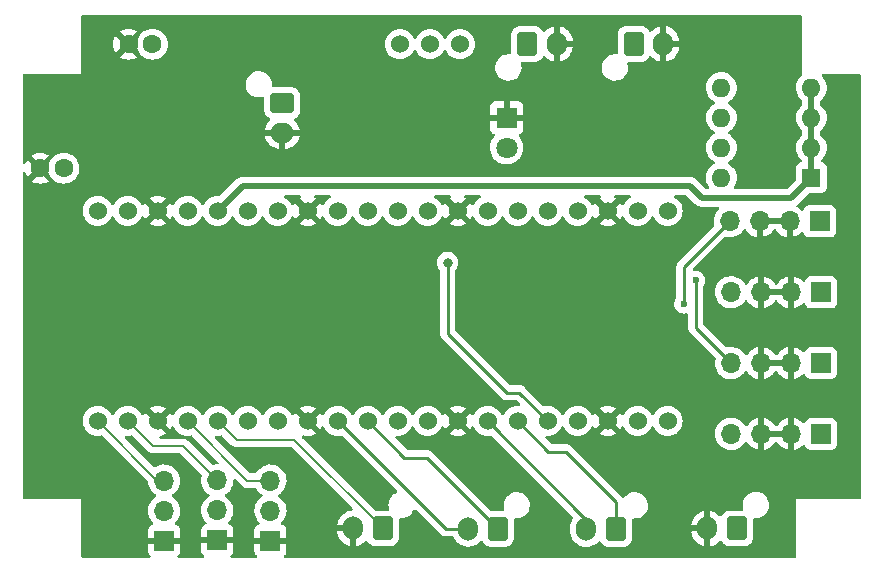
<source format=gbr>
%TF.GenerationSoftware,KiCad,Pcbnew,6.0.6-3a73a75311~116~ubuntu20.04.1*%
%TF.CreationDate,2023-06-17T23:04:22+09:00*%
%TF.ProjectId,catchrobo2023,63617463-6872-46f6-926f-323032332e6b,rev?*%
%TF.SameCoordinates,Original*%
%TF.FileFunction,Copper,L2,Bot*%
%TF.FilePolarity,Positive*%
%FSLAX46Y46*%
G04 Gerber Fmt 4.6, Leading zero omitted, Abs format (unit mm)*
G04 Created by KiCad (PCBNEW 6.0.6-3a73a75311~116~ubuntu20.04.1) date 2023-06-17 23:04:22*
%MOMM*%
%LPD*%
G01*
G04 APERTURE LIST*
G04 Aperture macros list*
%AMRoundRect*
0 Rectangle with rounded corners*
0 $1 Rounding radius*
0 $2 $3 $4 $5 $6 $7 $8 $9 X,Y pos of 4 corners*
0 Add a 4 corners polygon primitive as box body*
4,1,4,$2,$3,$4,$5,$6,$7,$8,$9,$2,$3,0*
0 Add four circle primitives for the rounded corners*
1,1,$1+$1,$2,$3*
1,1,$1+$1,$4,$5*
1,1,$1+$1,$6,$7*
1,1,$1+$1,$8,$9*
0 Add four rect primitives between the rounded corners*
20,1,$1+$1,$2,$3,$4,$5,0*
20,1,$1+$1,$4,$5,$6,$7,0*
20,1,$1+$1,$6,$7,$8,$9,0*
20,1,$1+$1,$8,$9,$2,$3,0*%
G04 Aperture macros list end*
%TA.AperFunction,ComponentPad*%
%ADD10RoundRect,0.250000X0.600000X0.750000X-0.600000X0.750000X-0.600000X-0.750000X0.600000X-0.750000X0*%
%TD*%
%TA.AperFunction,ComponentPad*%
%ADD11O,1.700000X2.000000*%
%TD*%
%TA.AperFunction,ComponentPad*%
%ADD12R,1.700000X1.700000*%
%TD*%
%TA.AperFunction,ComponentPad*%
%ADD13O,1.700000X1.700000*%
%TD*%
%TA.AperFunction,ComponentPad*%
%ADD14C,1.600000*%
%TD*%
%TA.AperFunction,ComponentPad*%
%ADD15RoundRect,0.250000X-0.600000X-0.750000X0.600000X-0.750000X0.600000X0.750000X-0.600000X0.750000X0*%
%TD*%
%TA.AperFunction,ComponentPad*%
%ADD16R,1.600000X1.600000*%
%TD*%
%TA.AperFunction,ComponentPad*%
%ADD17O,1.600000X1.600000*%
%TD*%
%TA.AperFunction,ComponentPad*%
%ADD18RoundRect,0.250000X-0.750000X0.600000X-0.750000X-0.600000X0.750000X-0.600000X0.750000X0.600000X0*%
%TD*%
%TA.AperFunction,ComponentPad*%
%ADD19O,2.000000X1.700000*%
%TD*%
%TA.AperFunction,ComponentPad*%
%ADD20R,1.800000X1.800000*%
%TD*%
%TA.AperFunction,ComponentPad*%
%ADD21C,1.800000*%
%TD*%
%TA.AperFunction,ComponentPad*%
%ADD22C,1.524000*%
%TD*%
%TA.AperFunction,ViaPad*%
%ADD23C,0.600000*%
%TD*%
%TA.AperFunction,ViaPad*%
%ADD24C,0.800000*%
%TD*%
%TA.AperFunction,Conductor*%
%ADD25C,0.200000*%
%TD*%
%TA.AperFunction,Conductor*%
%ADD26C,0.250000*%
%TD*%
%TA.AperFunction,Conductor*%
%ADD27C,0.500000*%
%TD*%
G04 APERTURE END LIST*
D10*
%TO.P,U8,1,IN*%
%TO.N,/Speaker*%
X31000000Y3000000D03*
D11*
%TO.P,U8,2,OUT*%
%TO.N,GND*%
X28500000Y3000000D03*
%TD*%
D12*
%TO.P,J8,1,Pin_1*%
%TO.N,GND*%
X17000000Y1990000D03*
D13*
%TO.P,J8,2,Pin_2*%
%TO.N,+5V*%
X17000000Y4530000D03*
%TO.P,J8,3,Pin_3*%
%TO.N,/Servo2*%
X17000000Y7070000D03*
%TD*%
D14*
%TO.P,C1,1*%
%TO.N,+7.5V*%
X11500000Y44000000D03*
%TO.P,C1,2*%
%TO.N,GND*%
X9500000Y44000000D03*
%TD*%
D12*
%TO.P,U4,1,Anode*%
%TO.N,Net-(R5-Pad2)*%
X68120000Y23000000D03*
D13*
%TO.P,U4,2,Cathode*%
%TO.N,GND*%
X65580000Y23000000D03*
%TO.P,U4,3,Emitter*%
X63040000Y23000000D03*
%TO.P,U4,4,Collector*%
%TO.N,/Sensor1*%
X60500000Y23000000D03*
%TD*%
D12*
%TO.P,U3,1,Anode*%
%TO.N,Net-(R4-Pad2)*%
X68000000Y29000000D03*
D13*
%TO.P,U3,2,Cathode*%
%TO.N,GND*%
X65460000Y29000000D03*
%TO.P,U3,3,Emitter*%
X62920000Y29000000D03*
%TO.P,U3,4,Collector*%
%TO.N,/Sensor0*%
X60380000Y29000000D03*
%TD*%
D12*
%TO.P,U6,1,Anode*%
%TO.N,Net-(R7-Pad2)*%
X68120000Y11000000D03*
D13*
%TO.P,U6,2,Cathode*%
%TO.N,GND*%
X65580000Y11000000D03*
%TO.P,U6,3,Emitter*%
X63040000Y11000000D03*
%TO.P,U6,4,Collector*%
%TO.N,/Sensor3*%
X60500000Y11000000D03*
%TD*%
D12*
%TO.P,J9,1,Pin_1*%
%TO.N,GND*%
X21500000Y1975000D03*
D13*
%TO.P,J9,2,Pin_2*%
%TO.N,+5V*%
X21500000Y4515000D03*
%TO.P,J9,3,Pin_3*%
%TO.N,/Servo3*%
X21500000Y7055000D03*
%TD*%
D10*
%TO.P,J4,1,Pin_1*%
%TO.N,/DIR1*%
X40750000Y2975000D03*
D11*
%TO.P,J4,2,Pin_2*%
%TO.N,/STEP1*%
X38250000Y2975000D03*
%TD*%
D10*
%TO.P,J6,1,Pin_1*%
%TO.N,+5V*%
X61000000Y3000000D03*
D11*
%TO.P,J6,2,Pin_2*%
%TO.N,GND*%
X58500000Y3000000D03*
%TD*%
D15*
%TO.P,J2,1,Pin_1*%
%TO.N,+BATT*%
X43250000Y44025000D03*
D11*
%TO.P,J2,2,Pin_2*%
%TO.N,GND*%
X45750000Y44025000D03*
%TD*%
D16*
%TO.P,SW2,1*%
%TO.N,+3.3V*%
X67300000Y32700000D03*
D17*
%TO.P,SW2,2*%
X67300000Y35240000D03*
%TO.P,SW2,3*%
X67300000Y37780000D03*
%TO.P,SW2,4*%
X67300000Y40320000D03*
%TO.P,SW2,5*%
%TO.N,/DIPSW3*%
X59680000Y40320000D03*
%TO.P,SW2,6*%
%TO.N,/DIPSW2*%
X59680000Y37780000D03*
%TO.P,SW2,7*%
%TO.N,/DIPSW1*%
X59680000Y35240000D03*
%TO.P,SW2,8*%
%TO.N,/DIPSW0*%
X59680000Y32700000D03*
%TD*%
D18*
%TO.P,J1,1,Pin_1*%
%TO.N,Net-(J1-Pad1)*%
X22500000Y39000000D03*
D19*
%TO.P,J1,2,Pin_2*%
%TO.N,GND*%
X22500000Y36500000D03*
%TD*%
D20*
%TO.P,D1,1,K*%
%TO.N,GND*%
X41500000Y37775000D03*
D21*
%TO.P,D1,2,A*%
%TO.N,Net-(D1-Pad2)*%
X41500000Y35235000D03*
%TD*%
D22*
%TO.P,U1,1,GP0*%
%TO.N,/Servo1*%
X6870000Y12110000D03*
%TO.P,U1,2,GP1*%
%TO.N,/Servo2*%
X9410000Y12110000D03*
%TO.P,U1,3,GND*%
%TO.N,GND*%
X11950000Y12110000D03*
%TO.P,U1,4,GP2*%
%TO.N,/Servo3*%
X14490000Y12110000D03*
%TO.P,U1,5,GP3*%
%TO.N,/Speaker*%
X17030000Y12110000D03*
%TO.P,U1,6,GP4*%
%TO.N,unconnected-(U1-Pad6)*%
X19570000Y12110000D03*
%TO.P,U1,7,GP5*%
%TO.N,unconnected-(U1-Pad7)*%
X22110000Y12110000D03*
%TO.P,U1,8,GND*%
%TO.N,GND*%
X24650000Y12110000D03*
%TO.P,U1,9,GP6*%
%TO.N,/STEP1*%
X27190000Y12110000D03*
%TO.P,U1,10,GP7*%
%TO.N,/DIR1*%
X29730000Y12110000D03*
%TO.P,U1,11,GP8*%
%TO.N,unconnected-(U1-Pad11)*%
X32270000Y12110000D03*
%TO.P,U1,12,GP9*%
%TO.N,unconnected-(U1-Pad12)*%
X34810000Y12110000D03*
%TO.P,U1,13,GND*%
%TO.N,GND*%
X37350000Y12110000D03*
%TO.P,U1,14,GP10*%
%TO.N,/STEP2*%
X39890000Y12110000D03*
%TO.P,U1,15,GP11*%
%TO.N,/DIR2*%
X42430000Y12110000D03*
%TO.P,U1,16,GP12*%
%TO.N,/Stopper*%
X44970000Y12110000D03*
%TO.P,U1,17,GP13*%
%TO.N,unconnected-(U1-Pad17)*%
X47510000Y12110000D03*
%TO.P,U1,18,GND*%
%TO.N,GND*%
X50050000Y12110000D03*
%TO.P,U1,19,GP14*%
%TO.N,/MultiA*%
X52590000Y12110000D03*
%TO.P,U1,20,GP15*%
%TO.N,/MultiB*%
X55130000Y12110000D03*
%TO.P,U1,21,GP16*%
%TO.N,unconnected-(U1-Pad21)*%
X55130000Y29890000D03*
%TO.P,U1,22,GP17*%
%TO.N,unconnected-(U1-Pad22)*%
X52590000Y29890000D03*
%TO.P,U1,23,GND*%
%TO.N,GND*%
X50050000Y29890000D03*
%TO.P,U1,24,GP18*%
%TO.N,/DIPSW0*%
X47510000Y29890000D03*
%TO.P,U1,25,GP19*%
%TO.N,/DIPSW1*%
X44970000Y29890000D03*
%TO.P,U1,26,GP20*%
%TO.N,/DIPSW2*%
X42430000Y29890000D03*
%TO.P,U1,27,GP21*%
%TO.N,/DIPSW3*%
X39890000Y29890000D03*
%TO.P,U1,28,GND*%
%TO.N,GND*%
X37350000Y29890000D03*
%TO.P,U1,29,GP22*%
%TO.N,unconnected-(U1-Pad29)*%
X34810000Y29890000D03*
%TO.P,U1,30,RUN*%
%TO.N,unconnected-(U1-Pad30)*%
X32270000Y29890000D03*
%TO.P,U1,31,GP26*%
%TO.N,unconnected-(U1-Pad31)*%
X29730000Y29890000D03*
%TO.P,U1,32,GP27*%
%TO.N,unconnected-(U1-Pad32)*%
X27190000Y29890000D03*
%TO.P,U1,33,GND*%
%TO.N,GND*%
X24650000Y29890000D03*
%TO.P,U1,34,GP28*%
%TO.N,/Sensor*%
X22110000Y29890000D03*
%TO.P,U1,35,ADC_VREF*%
%TO.N,unconnected-(U1-Pad35)*%
X19570000Y29890000D03*
%TO.P,U1,36,3V3*%
%TO.N,+3.3V*%
X17030000Y29890000D03*
%TO.P,U1,37,3V3_EN*%
%TO.N,unconnected-(U1-Pad37)*%
X14490000Y29890000D03*
%TO.P,U1,38,GND*%
%TO.N,GND*%
X11950000Y29890000D03*
%TO.P,U1,39,VSYS*%
%TO.N,unconnected-(U1-Pad39)*%
X9410000Y29890000D03*
%TO.P,U1,40,VBUS*%
%TO.N,+5V*%
X6870000Y29890000D03*
%TD*%
D10*
%TO.P,J5,1,Pin_1*%
%TO.N,/DIR2*%
X50750000Y2950000D03*
D11*
%TO.P,J5,2,Pin_2*%
%TO.N,/STEP2*%
X48250000Y2950000D03*
%TD*%
D15*
%TO.P,J3,1,Pin_1*%
%TO.N,+BATT*%
X52250000Y44025000D03*
D11*
%TO.P,J3,2,Pin_2*%
%TO.N,GND*%
X54750000Y44025000D03*
%TD*%
D12*
%TO.P,U5,1,Anode*%
%TO.N,Net-(R6-Pad2)*%
X68120000Y17000000D03*
D13*
%TO.P,U5,2,Cathode*%
%TO.N,GND*%
X65580000Y17000000D03*
%TO.P,U5,3,Emitter*%
X63040000Y17000000D03*
%TO.P,U5,4,Collector*%
%TO.N,/Sensor2*%
X60500000Y17000000D03*
%TD*%
D22*
%TO.P,SW1,1,A*%
%TO.N,unconnected-(SW1-Pad1)*%
X37540000Y44000000D03*
%TO.P,SW1,2,B*%
%TO.N,+BATT*%
X35000000Y44000000D03*
%TO.P,SW1,3,C*%
%TO.N,Net-(D2-Pad2)*%
X32460000Y44000000D03*
%TD*%
D14*
%TO.P,C2,1*%
%TO.N,+5V*%
X4000000Y33500000D03*
%TO.P,C2,2*%
%TO.N,GND*%
X2000000Y33500000D03*
%TD*%
D12*
%TO.P,J7,1,Pin_1*%
%TO.N,GND*%
X12500000Y1975000D03*
D13*
%TO.P,J7,2,Pin_2*%
%TO.N,+5V*%
X12500000Y4515000D03*
%TO.P,J7,3,Pin_3*%
%TO.N,/Servo1*%
X12500000Y7055000D03*
%TD*%
D23*
%TO.N,GND*%
X18000000Y33500000D03*
X47500000Y28000000D03*
X13040000Y26500000D03*
X63500000Y40000000D03*
X32500000Y1000000D03*
X32000000Y33500000D03*
X32500000Y28000000D03*
X49000000Y20000000D03*
X65500000Y15000000D03*
X10500000Y17500000D03*
X71100000Y29000000D03*
X56000000Y20000000D03*
X71100000Y37000000D03*
X20660000Y26500000D03*
X25740000Y20500000D03*
X13000000Y32000000D03*
X18120000Y20500000D03*
X62000000Y32000000D03*
X35900000Y17500000D03*
X49250000Y16500000D03*
X62000000Y38000000D03*
X71100000Y13000000D03*
X65000000Y36000000D03*
X15580000Y14500000D03*
X51000000Y23000000D03*
X50000000Y23000000D03*
X64500000Y1000000D03*
X65500000Y27000000D03*
X67000000Y6000000D03*
X36000000Y38000000D03*
X65500000Y9000000D03*
X15580000Y23500000D03*
X65000000Y38000000D03*
X49000000Y22000000D03*
X46500000Y38000000D03*
X23200000Y26500000D03*
X28280000Y17500000D03*
X23200000Y20500000D03*
X50500000Y25000000D03*
X28500000Y1000000D03*
X30820000Y14500000D03*
X66000000Y46000000D03*
X24500000Y3000000D03*
X44500000Y3500000D03*
X23200000Y14500000D03*
X62000000Y36000000D03*
X50000000Y10000000D03*
X66000000Y42000000D03*
X63000000Y21000000D03*
X44500000Y25000000D03*
X33360000Y17500000D03*
X30820000Y17500000D03*
X59000000Y42000000D03*
X50000000Y22000000D03*
X26500000Y10000000D03*
X25740000Y14500000D03*
X18120000Y17500000D03*
X69000000Y37000000D03*
X29000000Y33500000D03*
X62000000Y40000000D03*
X63000000Y27000000D03*
X10500000Y32000000D03*
X50000000Y21000000D03*
X62500000Y46000000D03*
X51000000Y21000000D03*
X56500000Y1000000D03*
X71100000Y25000000D03*
X49000000Y23000000D03*
X60500000Y1000000D03*
X65000000Y34000000D03*
X39000000Y36500000D03*
X13040000Y17500000D03*
X59000000Y46000000D03*
X33360000Y14500000D03*
X33000000Y38000000D03*
X50000000Y20000000D03*
X20660000Y23500000D03*
X53500000Y28000000D03*
X36000000Y36500000D03*
X29000000Y35000000D03*
X25740000Y17500000D03*
X30820000Y20500000D03*
X71100000Y33000000D03*
X15580000Y17500000D03*
X26000000Y33500000D03*
X13040000Y14500000D03*
X63500000Y38000000D03*
X41500000Y25000000D03*
X10500000Y14500000D03*
X28280000Y20500000D03*
X13040000Y23500000D03*
X47000000Y14500000D03*
X63000000Y15000000D03*
X39000000Y10000000D03*
X71100000Y41000000D03*
X13040000Y20500000D03*
X41000000Y17500000D03*
X63500000Y32000000D03*
X32500000Y25000000D03*
X26500000Y28000000D03*
X28280000Y14500000D03*
X59000000Y44000000D03*
X38500000Y25000000D03*
X50500000Y28000000D03*
X63500000Y36000000D03*
X38000000Y20500000D03*
X69000000Y33000000D03*
X63000000Y9000000D03*
X26000000Y35000000D03*
X44000000Y20500000D03*
X50000000Y14500000D03*
X23200000Y17500000D03*
X15500000Y32000000D03*
X33360000Y20500000D03*
X18120000Y14500000D03*
X39000000Y33500000D03*
X10500000Y26500000D03*
X24500000Y1000000D03*
X44000000Y17500000D03*
X18000000Y36000000D03*
X15580000Y20500000D03*
X23200000Y23500000D03*
X20660000Y20500000D03*
X38500000Y28000000D03*
X43500000Y36500000D03*
X57500000Y29000000D03*
X69000000Y41000000D03*
X39000000Y38000000D03*
X29500000Y25000000D03*
X24500000Y5000000D03*
X20660000Y17500000D03*
X18120000Y26500000D03*
X25740000Y23500000D03*
X71100000Y6000000D03*
X18120000Y23500000D03*
X56500000Y28000000D03*
X41500000Y28000000D03*
X63500000Y34000000D03*
X71100000Y21000000D03*
X65000000Y40000000D03*
X49250000Y17750000D03*
X40500000Y1000000D03*
X44500000Y28000000D03*
X43500000Y38000000D03*
X65000000Y32000000D03*
X71100000Y17000000D03*
X15580000Y26500000D03*
X23000000Y33500000D03*
X10500000Y23500000D03*
X29500000Y28000000D03*
X58000000Y10000000D03*
X65500000Y5000000D03*
X20660000Y14500000D03*
X52500000Y1000000D03*
X10500000Y20500000D03*
X38440000Y14500000D03*
X62500000Y42000000D03*
X49250000Y19000000D03*
X51000000Y22000000D03*
X71100000Y9000000D03*
X54500000Y3500000D03*
X35900000Y14500000D03*
X56500000Y15000000D03*
X48500000Y1000000D03*
X49000000Y21000000D03*
X36500000Y1000000D03*
X59000000Y21500000D03*
X41000000Y20500000D03*
X62000000Y34000000D03*
X65500000Y21000000D03*
X44500000Y1000000D03*
X20000000Y33500000D03*
D24*
%TO.N,/Stopper*%
X36500000Y25500000D03*
D23*
%TO.N,/Sensor0*%
X56500000Y22000000D03*
%TO.N,/Sensor2*%
X57500000Y24000000D03*
%TD*%
D25*
%TO.N,/Servo1*%
X6870000Y12110000D02*
X11925000Y7055000D01*
X11925000Y7055000D02*
X12500000Y7055000D01*
%TO.N,/Servo2*%
X9410000Y12110000D02*
X11520000Y10000000D01*
X11520000Y10000000D02*
X14070000Y10000000D01*
X14070000Y10000000D02*
X17000000Y7070000D01*
%TO.N,/Servo3*%
X21500000Y7055000D02*
X19545000Y7055000D01*
X19545000Y7055000D02*
X14490000Y12110000D01*
D26*
%TO.N,/Stopper*%
X36500000Y19500000D02*
X36500000Y25500000D01*
X44970000Y12110000D02*
X42580000Y14500000D01*
X42580000Y14500000D02*
X41500000Y14500000D01*
X41500000Y14500000D02*
X36500000Y19500000D01*
%TO.N,/Sensor0*%
X56500000Y25120000D02*
X60380000Y29000000D01*
X56500000Y22000000D02*
X56500000Y25120000D01*
%TO.N,/Sensor2*%
X57500000Y24000000D02*
X57500000Y20000000D01*
X57500000Y20000000D02*
X60500000Y17000000D01*
D27*
%TO.N,+3.3V*%
X67300000Y35240000D02*
X67300000Y37780000D01*
X67300000Y32700000D02*
X67300000Y35240000D01*
X17030000Y29890000D02*
X19140000Y32000000D01*
X65600000Y31000000D02*
X67300000Y32700000D01*
X67300000Y37780000D02*
X67300000Y40320000D01*
X19140000Y32000000D02*
X57000000Y32000000D01*
X58000000Y31000000D02*
X65600000Y31000000D01*
X57000000Y32000000D02*
X58000000Y31000000D01*
D25*
%TO.N,/Speaker*%
X23500000Y10500000D02*
X31000000Y3000000D01*
X17030000Y12110000D02*
X18640000Y10500000D01*
X18640000Y10500000D02*
X23500000Y10500000D01*
D26*
%TO.N,/STEP1*%
X36325000Y2975000D02*
X38250000Y2975000D01*
X27190000Y12110000D02*
X36325000Y2975000D01*
%TO.N,/DIR1*%
X29730000Y12110000D02*
X32840000Y9000000D01*
X32840000Y9000000D02*
X34725000Y9000000D01*
X34725000Y9000000D02*
X40750000Y2975000D01*
%TO.N,/STEP2*%
X39890000Y12110000D02*
X48250000Y3750000D01*
X48250000Y3750000D02*
X48250000Y2950000D01*
%TO.N,/DIR2*%
X50750000Y5250000D02*
X50750000Y2950000D01*
X45040000Y9500000D02*
X46500000Y9500000D01*
X46500000Y9500000D02*
X50750000Y5250000D01*
X42430000Y12110000D02*
X45040000Y9500000D01*
%TD*%
%TA.AperFunction,Conductor*%
%TO.N,GND*%
G36*
X66442121Y46471498D02*
G01*
X66488614Y46417842D01*
X66500000Y46365500D01*
X66500000Y41500000D01*
X66505319Y41500000D01*
X66513696Y41471471D01*
X66513696Y41400475D01*
X66475312Y41340749D01*
X66465073Y41332762D01*
X66460217Y41329361D01*
X66455700Y41326198D01*
X66293802Y41164300D01*
X66290645Y41159792D01*
X66290643Y41159789D01*
X66283531Y41149632D01*
X66162477Y40976749D01*
X66160154Y40971767D01*
X66160151Y40971762D01*
X66112416Y40869393D01*
X66065716Y40769243D01*
X66064294Y40763935D01*
X66064293Y40763933D01*
X66033336Y40648399D01*
X66006457Y40548087D01*
X65986502Y40320000D01*
X66006457Y40091913D01*
X66007881Y40086600D01*
X66007881Y40086598D01*
X66053326Y39916998D01*
X66065716Y39870757D01*
X66068039Y39865776D01*
X66068039Y39865775D01*
X66160151Y39668238D01*
X66160154Y39668233D01*
X66162477Y39663251D01*
X66196520Y39614633D01*
X66282739Y39491500D01*
X66293802Y39475700D01*
X66455700Y39313802D01*
X66487771Y39291345D01*
X66532099Y39235890D01*
X66541500Y39188133D01*
X66541500Y38911867D01*
X66521498Y38843746D01*
X66487772Y38808655D01*
X66455700Y38786198D01*
X66293802Y38624300D01*
X66162477Y38436749D01*
X66160154Y38431767D01*
X66160151Y38431762D01*
X66076317Y38251978D01*
X66065716Y38229243D01*
X66064294Y38223935D01*
X66064293Y38223933D01*
X66015691Y38042548D01*
X66006457Y38008087D01*
X65986502Y37780000D01*
X66006457Y37551913D01*
X66065716Y37330757D01*
X66068039Y37325776D01*
X66068039Y37325775D01*
X66160151Y37128238D01*
X66160154Y37128233D01*
X66162477Y37123251D01*
X66293802Y36935700D01*
X66455700Y36773802D01*
X66487771Y36751345D01*
X66532099Y36695890D01*
X66541500Y36648133D01*
X66541500Y36371867D01*
X66521498Y36303746D01*
X66487772Y36268655D01*
X66455700Y36246198D01*
X66293802Y36084300D01*
X66162477Y35896749D01*
X66160154Y35891767D01*
X66160151Y35891762D01*
X66159068Y35889439D01*
X66065716Y35689243D01*
X66006457Y35468087D01*
X65986502Y35240000D01*
X66006457Y35011913D01*
X66007881Y35006600D01*
X66007881Y35006598D01*
X66059623Y34813498D01*
X66065716Y34790757D01*
X66068039Y34785776D01*
X66068039Y34785775D01*
X66160151Y34588238D01*
X66160154Y34588233D01*
X66162477Y34583251D01*
X66165634Y34578743D01*
X66287513Y34404682D01*
X66293802Y34395700D01*
X66455700Y34233802D01*
X66460211Y34230643D01*
X66464424Y34227108D01*
X66463473Y34225974D01*
X66503471Y34175929D01*
X66510776Y34105310D01*
X66478742Y34041951D01*
X66417538Y34005970D01*
X66400483Y34002918D01*
X66389684Y34001745D01*
X66253295Y33950615D01*
X66136739Y33863261D01*
X66049385Y33746705D01*
X65998255Y33610316D01*
X65991500Y33548134D01*
X65991500Y32516371D01*
X65971498Y32448250D01*
X65954595Y32427276D01*
X65322724Y31795405D01*
X65260412Y31761379D01*
X65233629Y31758500D01*
X60860182Y31758500D01*
X60792061Y31778502D01*
X60745568Y31832158D01*
X60735464Y31902432D01*
X60756969Y31956771D01*
X60814366Y32038742D01*
X60814367Y32038744D01*
X60817523Y32043251D01*
X60819846Y32048233D01*
X60819849Y32048238D01*
X60911961Y32245775D01*
X60911961Y32245776D01*
X60914284Y32250757D01*
X60945066Y32365634D01*
X60972119Y32466598D01*
X60972119Y32466600D01*
X60973543Y32471913D01*
X60993498Y32700000D01*
X60973543Y32928087D01*
X60972119Y32933402D01*
X60915707Y33143933D01*
X60915706Y33143935D01*
X60914284Y33149243D01*
X60904522Y33170178D01*
X60819849Y33351762D01*
X60819846Y33351767D01*
X60817523Y33356749D01*
X60721051Y33494525D01*
X60689357Y33539789D01*
X60689355Y33539792D01*
X60686198Y33544300D01*
X60524300Y33706198D01*
X60519792Y33709355D01*
X60519789Y33709357D01*
X60441611Y33764098D01*
X60336749Y33837523D01*
X60331767Y33839846D01*
X60331762Y33839849D01*
X60297543Y33855805D01*
X60244258Y33902722D01*
X60224797Y33970999D01*
X60245339Y34038959D01*
X60297543Y34084195D01*
X60331762Y34100151D01*
X60331767Y34100154D01*
X60336749Y34102477D01*
X60506741Y34221507D01*
X60519789Y34230643D01*
X60519792Y34230645D01*
X60524300Y34233802D01*
X60686198Y34395700D01*
X60692488Y34404682D01*
X60814366Y34578743D01*
X60817523Y34583251D01*
X60819846Y34588233D01*
X60819849Y34588238D01*
X60911961Y34785775D01*
X60911961Y34785776D01*
X60914284Y34790757D01*
X60920378Y34813498D01*
X60972119Y35006598D01*
X60972119Y35006600D01*
X60973543Y35011913D01*
X60993498Y35240000D01*
X60973543Y35468087D01*
X60914284Y35689243D01*
X60820932Y35889439D01*
X60819849Y35891762D01*
X60819846Y35891767D01*
X60817523Y35896749D01*
X60686198Y36084300D01*
X60524300Y36246198D01*
X60519792Y36249355D01*
X60519789Y36249357D01*
X60366497Y36356693D01*
X60336749Y36377523D01*
X60331767Y36379846D01*
X60331762Y36379849D01*
X60297543Y36395805D01*
X60244258Y36442722D01*
X60224797Y36510999D01*
X60245339Y36578959D01*
X60297543Y36624195D01*
X60331762Y36640151D01*
X60331767Y36640154D01*
X60336749Y36642477D01*
X60501694Y36757973D01*
X60519789Y36770643D01*
X60519792Y36770645D01*
X60524300Y36773802D01*
X60686198Y36935700D01*
X60817523Y37123251D01*
X60819846Y37128233D01*
X60819849Y37128238D01*
X60911961Y37325775D01*
X60911961Y37325776D01*
X60914284Y37330757D01*
X60973543Y37551913D01*
X60993498Y37780000D01*
X60973543Y38008087D01*
X60964309Y38042548D01*
X60915707Y38223933D01*
X60915706Y38223935D01*
X60914284Y38229243D01*
X60903683Y38251978D01*
X60819849Y38431762D01*
X60819846Y38431767D01*
X60817523Y38436749D01*
X60686198Y38624300D01*
X60524300Y38786198D01*
X60519792Y38789355D01*
X60519789Y38789357D01*
X60413030Y38864110D01*
X60336749Y38917523D01*
X60331767Y38919846D01*
X60331762Y38919849D01*
X60297543Y38935805D01*
X60244258Y38982722D01*
X60224797Y39050999D01*
X60245339Y39118959D01*
X60297543Y39164195D01*
X60331762Y39180151D01*
X60331767Y39180154D01*
X60336749Y39182477D01*
X60492231Y39291347D01*
X60519789Y39310643D01*
X60519792Y39310645D01*
X60524300Y39313802D01*
X60686198Y39475700D01*
X60697262Y39491500D01*
X60783480Y39614633D01*
X60817523Y39663251D01*
X60819846Y39668233D01*
X60819849Y39668238D01*
X60911961Y39865775D01*
X60911961Y39865776D01*
X60914284Y39870757D01*
X60926675Y39916998D01*
X60972119Y40086598D01*
X60972119Y40086600D01*
X60973543Y40091913D01*
X60993498Y40320000D01*
X60973543Y40548087D01*
X60946664Y40648399D01*
X60915707Y40763933D01*
X60915706Y40763935D01*
X60914284Y40769243D01*
X60867584Y40869393D01*
X60819849Y40971762D01*
X60819846Y40971767D01*
X60817523Y40976749D01*
X60696469Y41149632D01*
X60689357Y41159789D01*
X60689355Y41159792D01*
X60686198Y41164300D01*
X60524300Y41326198D01*
X60519792Y41329355D01*
X60519789Y41329357D01*
X60358745Y41442121D01*
X60336749Y41457523D01*
X60331767Y41459846D01*
X60331762Y41459849D01*
X60134225Y41551961D01*
X60134224Y41551961D01*
X60129243Y41554284D01*
X60123935Y41555706D01*
X60123933Y41555707D01*
X59913402Y41612119D01*
X59913400Y41612119D01*
X59908087Y41613543D01*
X59680000Y41633498D01*
X59451913Y41613543D01*
X59446600Y41612119D01*
X59446598Y41612119D01*
X59236067Y41555707D01*
X59236065Y41555706D01*
X59230757Y41554284D01*
X59225776Y41551961D01*
X59225775Y41551961D01*
X59028238Y41459849D01*
X59028233Y41459846D01*
X59023251Y41457523D01*
X59001255Y41442121D01*
X58840211Y41329357D01*
X58840208Y41329355D01*
X58835700Y41326198D01*
X58673802Y41164300D01*
X58670645Y41159792D01*
X58670643Y41159789D01*
X58663531Y41149632D01*
X58542477Y40976749D01*
X58540154Y40971767D01*
X58540151Y40971762D01*
X58492416Y40869393D01*
X58445716Y40769243D01*
X58444294Y40763935D01*
X58444293Y40763933D01*
X58413336Y40648399D01*
X58386457Y40548087D01*
X58366502Y40320000D01*
X58386457Y40091913D01*
X58387881Y40086600D01*
X58387881Y40086598D01*
X58433326Y39916998D01*
X58445716Y39870757D01*
X58448039Y39865776D01*
X58448039Y39865775D01*
X58540151Y39668238D01*
X58540154Y39668233D01*
X58542477Y39663251D01*
X58576520Y39614633D01*
X58662739Y39491500D01*
X58673802Y39475700D01*
X58835700Y39313802D01*
X58840208Y39310645D01*
X58840211Y39310643D01*
X58867769Y39291347D01*
X59023251Y39182477D01*
X59028233Y39180154D01*
X59028238Y39180151D01*
X59062457Y39164195D01*
X59115742Y39117278D01*
X59135203Y39049001D01*
X59114661Y38981041D01*
X59062457Y38935805D01*
X59028238Y38919849D01*
X59028233Y38919846D01*
X59023251Y38917523D01*
X58946970Y38864110D01*
X58840211Y38789357D01*
X58840208Y38789355D01*
X58835700Y38786198D01*
X58673802Y38624300D01*
X58542477Y38436749D01*
X58540154Y38431767D01*
X58540151Y38431762D01*
X58456317Y38251978D01*
X58445716Y38229243D01*
X58444294Y38223935D01*
X58444293Y38223933D01*
X58395691Y38042548D01*
X58386457Y38008087D01*
X58366502Y37780000D01*
X58386457Y37551913D01*
X58445716Y37330757D01*
X58448039Y37325776D01*
X58448039Y37325775D01*
X58540151Y37128238D01*
X58540154Y37128233D01*
X58542477Y37123251D01*
X58673802Y36935700D01*
X58835700Y36773802D01*
X58840208Y36770645D01*
X58840211Y36770643D01*
X58858306Y36757973D01*
X59023251Y36642477D01*
X59028233Y36640154D01*
X59028238Y36640151D01*
X59062457Y36624195D01*
X59115742Y36577278D01*
X59135203Y36509001D01*
X59114661Y36441041D01*
X59062457Y36395805D01*
X59028238Y36379849D01*
X59028233Y36379846D01*
X59023251Y36377523D01*
X58993503Y36356693D01*
X58840211Y36249357D01*
X58840208Y36249355D01*
X58835700Y36246198D01*
X58673802Y36084300D01*
X58542477Y35896749D01*
X58540154Y35891767D01*
X58540151Y35891762D01*
X58539068Y35889439D01*
X58445716Y35689243D01*
X58386457Y35468087D01*
X58366502Y35240000D01*
X58386457Y35011913D01*
X58387881Y35006600D01*
X58387881Y35006598D01*
X58439623Y34813498D01*
X58445716Y34790757D01*
X58448039Y34785776D01*
X58448039Y34785775D01*
X58540151Y34588238D01*
X58540154Y34588233D01*
X58542477Y34583251D01*
X58545634Y34578743D01*
X58667513Y34404682D01*
X58673802Y34395700D01*
X58835700Y34233802D01*
X58840208Y34230645D01*
X58840211Y34230643D01*
X58853259Y34221507D01*
X59023251Y34102477D01*
X59028233Y34100154D01*
X59028238Y34100151D01*
X59062457Y34084195D01*
X59115742Y34037278D01*
X59135203Y33969001D01*
X59114661Y33901041D01*
X59062457Y33855805D01*
X59028238Y33839849D01*
X59028233Y33839846D01*
X59023251Y33837523D01*
X58918389Y33764098D01*
X58840211Y33709357D01*
X58840208Y33709355D01*
X58835700Y33706198D01*
X58673802Y33544300D01*
X58670645Y33539792D01*
X58670643Y33539789D01*
X58638949Y33494525D01*
X58542477Y33356749D01*
X58540154Y33351767D01*
X58540151Y33351762D01*
X58455478Y33170178D01*
X58445716Y33149243D01*
X58444294Y33143935D01*
X58444293Y33143933D01*
X58387881Y32933402D01*
X58386457Y32928087D01*
X58366502Y32700000D01*
X58386457Y32471913D01*
X58387881Y32466600D01*
X58387881Y32466598D01*
X58414935Y32365634D01*
X58445716Y32250757D01*
X58448039Y32245776D01*
X58448039Y32245775D01*
X58540151Y32048238D01*
X58540154Y32048233D01*
X58542477Y32043251D01*
X58545633Y32038744D01*
X58545634Y32038742D01*
X58603031Y31956771D01*
X58625719Y31889497D01*
X58608434Y31820636D01*
X58556664Y31772052D01*
X58499818Y31758500D01*
X58366371Y31758500D01*
X58298250Y31778502D01*
X58277276Y31795405D01*
X57583770Y32488911D01*
X57571384Y32503323D01*
X57562851Y32514918D01*
X57562846Y32514923D01*
X57558508Y32520818D01*
X57552930Y32525557D01*
X57552927Y32525560D01*
X57518232Y32555035D01*
X57510716Y32561965D01*
X57505021Y32567660D01*
X57488736Y32580544D01*
X57482749Y32585281D01*
X57479345Y32588072D01*
X57429297Y32630591D01*
X57429295Y32630592D01*
X57423715Y32635333D01*
X57417199Y32638661D01*
X57412150Y32642028D01*
X57407021Y32645195D01*
X57401284Y32649734D01*
X57335125Y32680655D01*
X57331225Y32682561D01*
X57266192Y32715769D01*
X57259084Y32717508D01*
X57253441Y32719607D01*
X57247678Y32721524D01*
X57241050Y32724622D01*
X57169583Y32739487D01*
X57165299Y32740457D01*
X57094390Y32757808D01*
X57088788Y32758156D01*
X57088785Y32758156D01*
X57083236Y32758500D01*
X57083238Y32758536D01*
X57079245Y32758775D01*
X57075053Y32759149D01*
X57067885Y32760640D01*
X57004120Y32758915D01*
X56990479Y32758546D01*
X56987072Y32758500D01*
X19207070Y32758500D01*
X19188120Y32759933D01*
X19173885Y32762099D01*
X19173881Y32762099D01*
X19166651Y32763199D01*
X19159359Y32762606D01*
X19159356Y32762606D01*
X19113982Y32758915D01*
X19103767Y32758500D01*
X19095707Y32758500D01*
X19092073Y32758076D01*
X19092067Y32758076D01*
X19079042Y32756557D01*
X19067480Y32755209D01*
X19063132Y32754779D01*
X19041059Y32752984D01*
X18997662Y32749454D01*
X18997659Y32749453D01*
X18990364Y32748860D01*
X18983400Y32746604D01*
X18977461Y32745417D01*
X18971590Y32744030D01*
X18964319Y32743182D01*
X18957443Y32740686D01*
X18957434Y32740684D01*
X18895702Y32718275D01*
X18891598Y32716865D01*
X18822101Y32694352D01*
X18815846Y32690556D01*
X18810387Y32688057D01*
X18804939Y32685329D01*
X18798063Y32682833D01*
X18737010Y32642805D01*
X18733337Y32640487D01*
X18670893Y32602595D01*
X18662517Y32595198D01*
X18662493Y32595225D01*
X18659499Y32592570D01*
X18656268Y32589868D01*
X18650148Y32585856D01*
X18620951Y32555035D01*
X18596872Y32529617D01*
X18594494Y32527175D01*
X17257914Y31190595D01*
X17195602Y31156569D01*
X17157838Y31154169D01*
X17035476Y31164874D01*
X17035475Y31164874D01*
X17030000Y31165353D01*
X16808537Y31145978D01*
X16698521Y31116499D01*
X16599114Y31089863D01*
X16599112Y31089862D01*
X16593804Y31088440D01*
X16588823Y31086118D01*
X16588822Y31086117D01*
X16397311Y30996814D01*
X16397306Y30996811D01*
X16392324Y30994488D01*
X16387817Y30991332D01*
X16387815Y30991331D01*
X16214730Y30870136D01*
X16214727Y30870134D01*
X16210219Y30866977D01*
X16053023Y30709781D01*
X16049866Y30705273D01*
X16049864Y30705270D01*
X15928669Y30532185D01*
X15925512Y30527676D01*
X15923189Y30522694D01*
X15923186Y30522689D01*
X15874195Y30417627D01*
X15827277Y30364342D01*
X15759000Y30344881D01*
X15691040Y30365423D01*
X15645805Y30417627D01*
X15596814Y30522689D01*
X15596811Y30522694D01*
X15594488Y30527676D01*
X15591331Y30532185D01*
X15470136Y30705270D01*
X15470134Y30705273D01*
X15466977Y30709781D01*
X15309781Y30866977D01*
X15305273Y30870134D01*
X15305270Y30870136D01*
X15229505Y30923187D01*
X15127677Y30994488D01*
X15122695Y30996811D01*
X15122690Y30996814D01*
X14931178Y31086117D01*
X14931177Y31086118D01*
X14926196Y31088440D01*
X14920888Y31089862D01*
X14920886Y31089863D01*
X14821479Y31116499D01*
X14711463Y31145978D01*
X14490000Y31165353D01*
X14268537Y31145978D01*
X14158521Y31116499D01*
X14059114Y31089863D01*
X14059112Y31089862D01*
X14053804Y31088440D01*
X14048823Y31086118D01*
X14048822Y31086117D01*
X13857311Y30996814D01*
X13857306Y30996811D01*
X13852324Y30994488D01*
X13847817Y30991332D01*
X13847815Y30991331D01*
X13674730Y30870136D01*
X13674727Y30870134D01*
X13670219Y30866977D01*
X13513023Y30709781D01*
X13509866Y30705273D01*
X13509864Y30705270D01*
X13388669Y30532185D01*
X13385512Y30527676D01*
X13383189Y30522694D01*
X13383186Y30522689D01*
X13333919Y30417035D01*
X13287001Y30363750D01*
X13218724Y30344289D01*
X13150764Y30364831D01*
X13105529Y30417035D01*
X13056377Y30522441D01*
X13050897Y30531932D01*
X13020206Y30575765D01*
X13009729Y30584140D01*
X12996282Y30577072D01*
X12322022Y29902812D01*
X12314408Y29888868D01*
X12314539Y29887035D01*
X12318790Y29880420D01*
X12997003Y29202207D01*
X13008777Y29195777D01*
X13020793Y29205074D01*
X13050897Y29248068D01*
X13056377Y29257559D01*
X13105529Y29362965D01*
X13152447Y29416250D01*
X13220724Y29435711D01*
X13288684Y29415169D01*
X13333919Y29362965D01*
X13383186Y29257311D01*
X13383189Y29257306D01*
X13385512Y29252324D01*
X13388668Y29247817D01*
X13388669Y29247815D01*
X13425107Y29195777D01*
X13513023Y29070219D01*
X13670219Y28913023D01*
X13674727Y28909866D01*
X13674730Y28909864D01*
X13750495Y28856813D01*
X13852323Y28785512D01*
X13857305Y28783189D01*
X13857310Y28783186D01*
X14010118Y28711931D01*
X14053804Y28691560D01*
X14059112Y28690138D01*
X14059114Y28690137D01*
X14124949Y28672497D01*
X14268537Y28634022D01*
X14490000Y28614647D01*
X14711463Y28634022D01*
X14855051Y28672497D01*
X14920886Y28690137D01*
X14920888Y28690138D01*
X14926196Y28691560D01*
X14969882Y28711931D01*
X15122690Y28783186D01*
X15122695Y28783189D01*
X15127677Y28785512D01*
X15229505Y28856813D01*
X15305270Y28909864D01*
X15305273Y28909866D01*
X15309781Y28913023D01*
X15466977Y29070219D01*
X15554894Y29195777D01*
X15591331Y29247815D01*
X15591332Y29247817D01*
X15594488Y29252324D01*
X15596811Y29257306D01*
X15596814Y29257311D01*
X15645805Y29362373D01*
X15692723Y29415658D01*
X15761000Y29435119D01*
X15828960Y29414577D01*
X15874195Y29362373D01*
X15923186Y29257311D01*
X15923189Y29257306D01*
X15925512Y29252324D01*
X15928668Y29247817D01*
X15928669Y29247815D01*
X15965107Y29195777D01*
X16053023Y29070219D01*
X16210219Y28913023D01*
X16214727Y28909866D01*
X16214730Y28909864D01*
X16290495Y28856813D01*
X16392323Y28785512D01*
X16397305Y28783189D01*
X16397310Y28783186D01*
X16550118Y28711931D01*
X16593804Y28691560D01*
X16599112Y28690138D01*
X16599114Y28690137D01*
X16664949Y28672497D01*
X16808537Y28634022D01*
X17030000Y28614647D01*
X17251463Y28634022D01*
X17395051Y28672497D01*
X17460886Y28690137D01*
X17460888Y28690138D01*
X17466196Y28691560D01*
X17509882Y28711931D01*
X17662690Y28783186D01*
X17662695Y28783189D01*
X17667677Y28785512D01*
X17769505Y28856813D01*
X17845270Y28909864D01*
X17845273Y28909866D01*
X17849781Y28913023D01*
X18006977Y29070219D01*
X18094894Y29195777D01*
X18131331Y29247815D01*
X18131332Y29247817D01*
X18134488Y29252324D01*
X18136811Y29257306D01*
X18136814Y29257311D01*
X18185805Y29362373D01*
X18232723Y29415658D01*
X18301000Y29435119D01*
X18368960Y29414577D01*
X18414195Y29362373D01*
X18463186Y29257311D01*
X18463189Y29257306D01*
X18465512Y29252324D01*
X18468668Y29247817D01*
X18468669Y29247815D01*
X18505107Y29195777D01*
X18593023Y29070219D01*
X18750219Y28913023D01*
X18754727Y28909866D01*
X18754730Y28909864D01*
X18830495Y28856813D01*
X18932323Y28785512D01*
X18937305Y28783189D01*
X18937310Y28783186D01*
X19090118Y28711931D01*
X19133804Y28691560D01*
X19139112Y28690138D01*
X19139114Y28690137D01*
X19204949Y28672497D01*
X19348537Y28634022D01*
X19570000Y28614647D01*
X19791463Y28634022D01*
X19935051Y28672497D01*
X20000886Y28690137D01*
X20000888Y28690138D01*
X20006196Y28691560D01*
X20049882Y28711931D01*
X20202690Y28783186D01*
X20202695Y28783189D01*
X20207677Y28785512D01*
X20309505Y28856813D01*
X20385270Y28909864D01*
X20385273Y28909866D01*
X20389781Y28913023D01*
X20546977Y29070219D01*
X20634894Y29195777D01*
X20671331Y29247815D01*
X20671332Y29247817D01*
X20674488Y29252324D01*
X20676811Y29257306D01*
X20676814Y29257311D01*
X20725805Y29362373D01*
X20772723Y29415658D01*
X20841000Y29435119D01*
X20908960Y29414577D01*
X20954195Y29362373D01*
X21003186Y29257311D01*
X21003189Y29257306D01*
X21005512Y29252324D01*
X21008668Y29247817D01*
X21008669Y29247815D01*
X21045107Y29195777D01*
X21133023Y29070219D01*
X21290219Y28913023D01*
X21294727Y28909866D01*
X21294730Y28909864D01*
X21370495Y28856813D01*
X21472323Y28785512D01*
X21477305Y28783189D01*
X21477310Y28783186D01*
X21630118Y28711931D01*
X21673804Y28691560D01*
X21679112Y28690138D01*
X21679114Y28690137D01*
X21744949Y28672497D01*
X21888537Y28634022D01*
X22110000Y28614647D01*
X22331463Y28634022D01*
X22475051Y28672497D01*
X22540886Y28690137D01*
X22540888Y28690138D01*
X22546196Y28691560D01*
X22589882Y28711931D01*
X22742690Y28783186D01*
X22742695Y28783189D01*
X22747677Y28785512D01*
X22812959Y28831223D01*
X23955777Y28831223D01*
X23965074Y28819207D01*
X24008069Y28789102D01*
X24017555Y28783624D01*
X24208993Y28694355D01*
X24219285Y28690609D01*
X24423309Y28635941D01*
X24434104Y28634038D01*
X24644525Y28615628D01*
X24655475Y28615628D01*
X24865896Y28634038D01*
X24876691Y28635941D01*
X25080715Y28690609D01*
X25091007Y28694355D01*
X25282445Y28783624D01*
X25291931Y28789102D01*
X25335764Y28819793D01*
X25344139Y28830271D01*
X25337071Y28843719D01*
X24662812Y29517978D01*
X24648868Y29525592D01*
X24647035Y29525461D01*
X24640420Y29521210D01*
X23962207Y28842997D01*
X23955777Y28831223D01*
X22812959Y28831223D01*
X22849505Y28856813D01*
X22925270Y28909864D01*
X22925273Y28909866D01*
X22929781Y28913023D01*
X23086977Y29070219D01*
X23174894Y29195777D01*
X23211331Y29247815D01*
X23211332Y29247817D01*
X23214488Y29252324D01*
X23216811Y29257306D01*
X23216814Y29257311D01*
X23266081Y29362965D01*
X23312999Y29416250D01*
X23381276Y29435711D01*
X23449236Y29415169D01*
X23494471Y29362965D01*
X23543623Y29257559D01*
X23549103Y29248068D01*
X23579794Y29204235D01*
X23590271Y29195860D01*
X23603718Y29202928D01*
X24277978Y29877188D01*
X24285592Y29891132D01*
X24285461Y29892965D01*
X24281210Y29899580D01*
X23602997Y30577793D01*
X23591223Y30584223D01*
X23579207Y30574926D01*
X23549103Y30531932D01*
X23543623Y30522441D01*
X23494471Y30417035D01*
X23447553Y30363750D01*
X23379276Y30344289D01*
X23311316Y30364831D01*
X23266081Y30417035D01*
X23216814Y30522689D01*
X23216811Y30522694D01*
X23214488Y30527676D01*
X23211331Y30532185D01*
X23090136Y30705270D01*
X23090134Y30705273D01*
X23086977Y30709781D01*
X22929781Y30866977D01*
X22925273Y30870134D01*
X22925270Y30870136D01*
X22849505Y30923187D01*
X22747677Y30994488D01*
X22742695Y30996811D01*
X22742690Y30996814D01*
X22733058Y31001305D01*
X22679773Y31048223D01*
X22660312Y31116500D01*
X22680854Y31184460D01*
X22734877Y31230525D01*
X22786308Y31241500D01*
X23974877Y31241500D01*
X24042998Y31221498D01*
X24089491Y31167842D01*
X24099595Y31097568D01*
X24070101Y31032988D01*
X24028127Y31001305D01*
X24017559Y30996377D01*
X24008068Y30990897D01*
X23964235Y30960206D01*
X23955860Y30949729D01*
X23962928Y30936282D01*
X24637188Y30262022D01*
X24651132Y30254408D01*
X24652965Y30254539D01*
X24659580Y30258790D01*
X25337793Y30937003D01*
X25344223Y30948777D01*
X25334926Y30960793D01*
X25291931Y30990898D01*
X25282445Y30996376D01*
X25271874Y31001305D01*
X25218589Y31048222D01*
X25199128Y31116499D01*
X25219670Y31184459D01*
X25273693Y31230525D01*
X25325124Y31241500D01*
X26513693Y31241500D01*
X26581814Y31221498D01*
X26628307Y31167842D01*
X26638411Y31097568D01*
X26608917Y31032988D01*
X26566943Y31001305D01*
X26557311Y30996814D01*
X26557306Y30996811D01*
X26552324Y30994488D01*
X26547817Y30991332D01*
X26547815Y30991331D01*
X26374730Y30870136D01*
X26374727Y30870134D01*
X26370219Y30866977D01*
X26213023Y30709781D01*
X26209866Y30705273D01*
X26209864Y30705270D01*
X26088669Y30532185D01*
X26085512Y30527676D01*
X26083189Y30522694D01*
X26083186Y30522689D01*
X26033919Y30417035D01*
X25987001Y30363750D01*
X25918724Y30344289D01*
X25850764Y30364831D01*
X25805529Y30417035D01*
X25756377Y30522441D01*
X25750897Y30531932D01*
X25720206Y30575765D01*
X25709729Y30584140D01*
X25696282Y30577072D01*
X25022022Y29902812D01*
X25014408Y29888868D01*
X25014539Y29887035D01*
X25018790Y29880420D01*
X25697003Y29202207D01*
X25708777Y29195777D01*
X25720793Y29205074D01*
X25750897Y29248068D01*
X25756377Y29257559D01*
X25805529Y29362965D01*
X25852447Y29416250D01*
X25920724Y29435711D01*
X25988684Y29415169D01*
X26033919Y29362965D01*
X26083186Y29257311D01*
X26083189Y29257306D01*
X26085512Y29252324D01*
X26088668Y29247817D01*
X26088669Y29247815D01*
X26125107Y29195777D01*
X26213023Y29070219D01*
X26370219Y28913023D01*
X26374727Y28909866D01*
X26374730Y28909864D01*
X26450495Y28856813D01*
X26552323Y28785512D01*
X26557305Y28783189D01*
X26557310Y28783186D01*
X26710118Y28711931D01*
X26753804Y28691560D01*
X26759112Y28690138D01*
X26759114Y28690137D01*
X26824949Y28672497D01*
X26968537Y28634022D01*
X27190000Y28614647D01*
X27411463Y28634022D01*
X27555051Y28672497D01*
X27620886Y28690137D01*
X27620888Y28690138D01*
X27626196Y28691560D01*
X27669882Y28711931D01*
X27822690Y28783186D01*
X27822695Y28783189D01*
X27827677Y28785512D01*
X27929505Y28856813D01*
X28005270Y28909864D01*
X28005273Y28909866D01*
X28009781Y28913023D01*
X28166977Y29070219D01*
X28254894Y29195777D01*
X28291331Y29247815D01*
X28291332Y29247817D01*
X28294488Y29252324D01*
X28296811Y29257306D01*
X28296814Y29257311D01*
X28345805Y29362373D01*
X28392723Y29415658D01*
X28461000Y29435119D01*
X28528960Y29414577D01*
X28574195Y29362373D01*
X28623186Y29257311D01*
X28623189Y29257306D01*
X28625512Y29252324D01*
X28628668Y29247817D01*
X28628669Y29247815D01*
X28665107Y29195777D01*
X28753023Y29070219D01*
X28910219Y28913023D01*
X28914727Y28909866D01*
X28914730Y28909864D01*
X28990495Y28856813D01*
X29092323Y28785512D01*
X29097305Y28783189D01*
X29097310Y28783186D01*
X29250118Y28711931D01*
X29293804Y28691560D01*
X29299112Y28690138D01*
X29299114Y28690137D01*
X29364949Y28672497D01*
X29508537Y28634022D01*
X29730000Y28614647D01*
X29951463Y28634022D01*
X30095051Y28672497D01*
X30160886Y28690137D01*
X30160888Y28690138D01*
X30166196Y28691560D01*
X30209882Y28711931D01*
X30362690Y28783186D01*
X30362695Y28783189D01*
X30367677Y28785512D01*
X30469505Y28856813D01*
X30545270Y28909864D01*
X30545273Y28909866D01*
X30549781Y28913023D01*
X30706977Y29070219D01*
X30794894Y29195777D01*
X30831331Y29247815D01*
X30831332Y29247817D01*
X30834488Y29252324D01*
X30836811Y29257306D01*
X30836814Y29257311D01*
X30885805Y29362373D01*
X30932723Y29415658D01*
X31001000Y29435119D01*
X31068960Y29414577D01*
X31114195Y29362373D01*
X31163186Y29257311D01*
X31163189Y29257306D01*
X31165512Y29252324D01*
X31168668Y29247817D01*
X31168669Y29247815D01*
X31205107Y29195777D01*
X31293023Y29070219D01*
X31450219Y28913023D01*
X31454727Y28909866D01*
X31454730Y28909864D01*
X31530495Y28856813D01*
X31632323Y28785512D01*
X31637305Y28783189D01*
X31637310Y28783186D01*
X31790118Y28711931D01*
X31833804Y28691560D01*
X31839112Y28690138D01*
X31839114Y28690137D01*
X31904949Y28672497D01*
X32048537Y28634022D01*
X32270000Y28614647D01*
X32491463Y28634022D01*
X32635051Y28672497D01*
X32700886Y28690137D01*
X32700888Y28690138D01*
X32706196Y28691560D01*
X32749882Y28711931D01*
X32902690Y28783186D01*
X32902695Y28783189D01*
X32907677Y28785512D01*
X33009505Y28856813D01*
X33085270Y28909864D01*
X33085273Y28909866D01*
X33089781Y28913023D01*
X33246977Y29070219D01*
X33334894Y29195777D01*
X33371331Y29247815D01*
X33371332Y29247817D01*
X33374488Y29252324D01*
X33376811Y29257306D01*
X33376814Y29257311D01*
X33425805Y29362373D01*
X33472723Y29415658D01*
X33541000Y29435119D01*
X33608960Y29414577D01*
X33654195Y29362373D01*
X33703186Y29257311D01*
X33703189Y29257306D01*
X33705512Y29252324D01*
X33708668Y29247817D01*
X33708669Y29247815D01*
X33745107Y29195777D01*
X33833023Y29070219D01*
X33990219Y28913023D01*
X33994727Y28909866D01*
X33994730Y28909864D01*
X34070495Y28856813D01*
X34172323Y28785512D01*
X34177305Y28783189D01*
X34177310Y28783186D01*
X34330118Y28711931D01*
X34373804Y28691560D01*
X34379112Y28690138D01*
X34379114Y28690137D01*
X34444949Y28672497D01*
X34588537Y28634022D01*
X34810000Y28614647D01*
X35031463Y28634022D01*
X35175051Y28672497D01*
X35240886Y28690137D01*
X35240888Y28690138D01*
X35246196Y28691560D01*
X35289882Y28711931D01*
X35442690Y28783186D01*
X35442695Y28783189D01*
X35447677Y28785512D01*
X35512959Y28831223D01*
X36655777Y28831223D01*
X36665074Y28819207D01*
X36708069Y28789102D01*
X36717555Y28783624D01*
X36908993Y28694355D01*
X36919285Y28690609D01*
X37123309Y28635941D01*
X37134104Y28634038D01*
X37344525Y28615628D01*
X37355475Y28615628D01*
X37565896Y28634038D01*
X37576691Y28635941D01*
X37780715Y28690609D01*
X37791007Y28694355D01*
X37982445Y28783624D01*
X37991931Y28789102D01*
X38035764Y28819793D01*
X38044139Y28830271D01*
X38037071Y28843719D01*
X37362812Y29517978D01*
X37348868Y29525592D01*
X37347035Y29525461D01*
X37340420Y29521210D01*
X36662207Y28842997D01*
X36655777Y28831223D01*
X35512959Y28831223D01*
X35549505Y28856813D01*
X35625270Y28909864D01*
X35625273Y28909866D01*
X35629781Y28913023D01*
X35786977Y29070219D01*
X35874894Y29195777D01*
X35911331Y29247815D01*
X35911332Y29247817D01*
X35914488Y29252324D01*
X35916811Y29257306D01*
X35916814Y29257311D01*
X35966081Y29362965D01*
X36012999Y29416250D01*
X36081276Y29435711D01*
X36149236Y29415169D01*
X36194471Y29362965D01*
X36243623Y29257559D01*
X36249103Y29248068D01*
X36279794Y29204235D01*
X36290271Y29195860D01*
X36303718Y29202928D01*
X36977978Y29877188D01*
X36985592Y29891132D01*
X36985461Y29892965D01*
X36981210Y29899580D01*
X36302997Y30577793D01*
X36291223Y30584223D01*
X36279207Y30574926D01*
X36249103Y30531932D01*
X36243623Y30522441D01*
X36194471Y30417035D01*
X36147553Y30363750D01*
X36079276Y30344289D01*
X36011316Y30364831D01*
X35966081Y30417035D01*
X35916814Y30522689D01*
X35916811Y30522694D01*
X35914488Y30527676D01*
X35911331Y30532185D01*
X35790136Y30705270D01*
X35790134Y30705273D01*
X35786977Y30709781D01*
X35629781Y30866977D01*
X35625273Y30870134D01*
X35625270Y30870136D01*
X35549505Y30923187D01*
X35447677Y30994488D01*
X35442695Y30996811D01*
X35442690Y30996814D01*
X35433058Y31001305D01*
X35379773Y31048223D01*
X35360312Y31116500D01*
X35380854Y31184460D01*
X35434877Y31230525D01*
X35486308Y31241500D01*
X36674877Y31241500D01*
X36742998Y31221498D01*
X36789491Y31167842D01*
X36799595Y31097568D01*
X36770101Y31032988D01*
X36728127Y31001305D01*
X36717559Y30996377D01*
X36708068Y30990897D01*
X36664235Y30960206D01*
X36655860Y30949729D01*
X36662928Y30936282D01*
X37337188Y30262022D01*
X37351132Y30254408D01*
X37352965Y30254539D01*
X37359580Y30258790D01*
X38037793Y30937003D01*
X38044223Y30948777D01*
X38034926Y30960793D01*
X37991931Y30990898D01*
X37982445Y30996376D01*
X37971874Y31001305D01*
X37918589Y31048222D01*
X37899128Y31116499D01*
X37919670Y31184459D01*
X37973693Y31230525D01*
X38025124Y31241500D01*
X39213693Y31241500D01*
X39281814Y31221498D01*
X39328307Y31167842D01*
X39338411Y31097568D01*
X39308917Y31032988D01*
X39266943Y31001305D01*
X39257311Y30996814D01*
X39257306Y30996811D01*
X39252324Y30994488D01*
X39247817Y30991332D01*
X39247815Y30991331D01*
X39074730Y30870136D01*
X39074727Y30870134D01*
X39070219Y30866977D01*
X38913023Y30709781D01*
X38909866Y30705273D01*
X38909864Y30705270D01*
X38788669Y30532185D01*
X38785512Y30527676D01*
X38783189Y30522694D01*
X38783186Y30522689D01*
X38733919Y30417035D01*
X38687001Y30363750D01*
X38618724Y30344289D01*
X38550764Y30364831D01*
X38505529Y30417035D01*
X38456377Y30522441D01*
X38450897Y30531932D01*
X38420206Y30575765D01*
X38409729Y30584140D01*
X38396282Y30577072D01*
X37722022Y29902812D01*
X37714408Y29888868D01*
X37714539Y29887035D01*
X37718790Y29880420D01*
X38397003Y29202207D01*
X38408777Y29195777D01*
X38420793Y29205074D01*
X38450897Y29248068D01*
X38456377Y29257559D01*
X38505529Y29362965D01*
X38552447Y29416250D01*
X38620724Y29435711D01*
X38688684Y29415169D01*
X38733919Y29362965D01*
X38783186Y29257311D01*
X38783189Y29257306D01*
X38785512Y29252324D01*
X38788668Y29247817D01*
X38788669Y29247815D01*
X38825107Y29195777D01*
X38913023Y29070219D01*
X39070219Y28913023D01*
X39074727Y28909866D01*
X39074730Y28909864D01*
X39150495Y28856813D01*
X39252323Y28785512D01*
X39257305Y28783189D01*
X39257310Y28783186D01*
X39410118Y28711931D01*
X39453804Y28691560D01*
X39459112Y28690138D01*
X39459114Y28690137D01*
X39524949Y28672497D01*
X39668537Y28634022D01*
X39890000Y28614647D01*
X40111463Y28634022D01*
X40255051Y28672497D01*
X40320886Y28690137D01*
X40320888Y28690138D01*
X40326196Y28691560D01*
X40369882Y28711931D01*
X40522690Y28783186D01*
X40522695Y28783189D01*
X40527677Y28785512D01*
X40629505Y28856813D01*
X40705270Y28909864D01*
X40705273Y28909866D01*
X40709781Y28913023D01*
X40866977Y29070219D01*
X40954894Y29195777D01*
X40991331Y29247815D01*
X40991332Y29247817D01*
X40994488Y29252324D01*
X40996811Y29257306D01*
X40996814Y29257311D01*
X41045805Y29362373D01*
X41092723Y29415658D01*
X41161000Y29435119D01*
X41228960Y29414577D01*
X41274195Y29362373D01*
X41323186Y29257311D01*
X41323189Y29257306D01*
X41325512Y29252324D01*
X41328668Y29247817D01*
X41328669Y29247815D01*
X41365107Y29195777D01*
X41453023Y29070219D01*
X41610219Y28913023D01*
X41614727Y28909866D01*
X41614730Y28909864D01*
X41690495Y28856813D01*
X41792323Y28785512D01*
X41797305Y28783189D01*
X41797310Y28783186D01*
X41950118Y28711931D01*
X41993804Y28691560D01*
X41999112Y28690138D01*
X41999114Y28690137D01*
X42064949Y28672497D01*
X42208537Y28634022D01*
X42430000Y28614647D01*
X42651463Y28634022D01*
X42795051Y28672497D01*
X42860886Y28690137D01*
X42860888Y28690138D01*
X42866196Y28691560D01*
X42909882Y28711931D01*
X43062690Y28783186D01*
X43062695Y28783189D01*
X43067677Y28785512D01*
X43169505Y28856813D01*
X43245270Y28909864D01*
X43245273Y28909866D01*
X43249781Y28913023D01*
X43406977Y29070219D01*
X43494894Y29195777D01*
X43531331Y29247815D01*
X43531332Y29247817D01*
X43534488Y29252324D01*
X43536811Y29257306D01*
X43536814Y29257311D01*
X43585805Y29362373D01*
X43632723Y29415658D01*
X43701000Y29435119D01*
X43768960Y29414577D01*
X43814195Y29362373D01*
X43863186Y29257311D01*
X43863189Y29257306D01*
X43865512Y29252324D01*
X43868668Y29247817D01*
X43868669Y29247815D01*
X43905107Y29195777D01*
X43993023Y29070219D01*
X44150219Y28913023D01*
X44154727Y28909866D01*
X44154730Y28909864D01*
X44230495Y28856813D01*
X44332323Y28785512D01*
X44337305Y28783189D01*
X44337310Y28783186D01*
X44490118Y28711931D01*
X44533804Y28691560D01*
X44539112Y28690138D01*
X44539114Y28690137D01*
X44604949Y28672497D01*
X44748537Y28634022D01*
X44970000Y28614647D01*
X45191463Y28634022D01*
X45335051Y28672497D01*
X45400886Y28690137D01*
X45400888Y28690138D01*
X45406196Y28691560D01*
X45449882Y28711931D01*
X45602690Y28783186D01*
X45602695Y28783189D01*
X45607677Y28785512D01*
X45709505Y28856813D01*
X45785270Y28909864D01*
X45785273Y28909866D01*
X45789781Y28913023D01*
X45946977Y29070219D01*
X46034894Y29195777D01*
X46071331Y29247815D01*
X46071332Y29247817D01*
X46074488Y29252324D01*
X46076811Y29257306D01*
X46076814Y29257311D01*
X46125805Y29362373D01*
X46172723Y29415658D01*
X46241000Y29435119D01*
X46308960Y29414577D01*
X46354195Y29362373D01*
X46403186Y29257311D01*
X46403189Y29257306D01*
X46405512Y29252324D01*
X46408668Y29247817D01*
X46408669Y29247815D01*
X46445107Y29195777D01*
X46533023Y29070219D01*
X46690219Y28913023D01*
X46694727Y28909866D01*
X46694730Y28909864D01*
X46770495Y28856813D01*
X46872323Y28785512D01*
X46877305Y28783189D01*
X46877310Y28783186D01*
X47030118Y28711931D01*
X47073804Y28691560D01*
X47079112Y28690138D01*
X47079114Y28690137D01*
X47144949Y28672497D01*
X47288537Y28634022D01*
X47510000Y28614647D01*
X47731463Y28634022D01*
X47875051Y28672497D01*
X47940886Y28690137D01*
X47940888Y28690138D01*
X47946196Y28691560D01*
X47989882Y28711931D01*
X48142690Y28783186D01*
X48142695Y28783189D01*
X48147677Y28785512D01*
X48212959Y28831223D01*
X49355777Y28831223D01*
X49365074Y28819207D01*
X49408069Y28789102D01*
X49417555Y28783624D01*
X49608993Y28694355D01*
X49619285Y28690609D01*
X49823309Y28635941D01*
X49834104Y28634038D01*
X50044525Y28615628D01*
X50055475Y28615628D01*
X50265896Y28634038D01*
X50276691Y28635941D01*
X50480715Y28690609D01*
X50491007Y28694355D01*
X50682445Y28783624D01*
X50691931Y28789102D01*
X50735764Y28819793D01*
X50744139Y28830271D01*
X50737071Y28843719D01*
X50062812Y29517978D01*
X50048868Y29525592D01*
X50047035Y29525461D01*
X50040420Y29521210D01*
X49362207Y28842997D01*
X49355777Y28831223D01*
X48212959Y28831223D01*
X48249505Y28856813D01*
X48325270Y28909864D01*
X48325273Y28909866D01*
X48329781Y28913023D01*
X48486977Y29070219D01*
X48574894Y29195777D01*
X48611331Y29247815D01*
X48611332Y29247817D01*
X48614488Y29252324D01*
X48616811Y29257306D01*
X48616814Y29257311D01*
X48666081Y29362965D01*
X48712999Y29416250D01*
X48781276Y29435711D01*
X48849236Y29415169D01*
X48894471Y29362965D01*
X48943623Y29257559D01*
X48949103Y29248068D01*
X48979794Y29204235D01*
X48990271Y29195860D01*
X49003718Y29202928D01*
X49677978Y29877188D01*
X49685592Y29891132D01*
X49685461Y29892965D01*
X49681210Y29899580D01*
X49002997Y30577793D01*
X48991223Y30584223D01*
X48979207Y30574926D01*
X48949103Y30531932D01*
X48943623Y30522441D01*
X48894471Y30417035D01*
X48847553Y30363750D01*
X48779276Y30344289D01*
X48711316Y30364831D01*
X48666081Y30417035D01*
X48616814Y30522689D01*
X48616811Y30522694D01*
X48614488Y30527676D01*
X48611331Y30532185D01*
X48490136Y30705270D01*
X48490134Y30705273D01*
X48486977Y30709781D01*
X48329781Y30866977D01*
X48325273Y30870134D01*
X48325270Y30870136D01*
X48249505Y30923187D01*
X48147677Y30994488D01*
X48142695Y30996811D01*
X48142690Y30996814D01*
X48133058Y31001305D01*
X48079773Y31048223D01*
X48060312Y31116500D01*
X48080854Y31184460D01*
X48134877Y31230525D01*
X48186308Y31241500D01*
X49374877Y31241500D01*
X49442998Y31221498D01*
X49489491Y31167842D01*
X49499595Y31097568D01*
X49470101Y31032988D01*
X49428127Y31001305D01*
X49417559Y30996377D01*
X49408068Y30990897D01*
X49364235Y30960206D01*
X49355860Y30949729D01*
X49362928Y30936282D01*
X50037188Y30262022D01*
X50051132Y30254408D01*
X50052965Y30254539D01*
X50059580Y30258790D01*
X50737793Y30937003D01*
X50744223Y30948777D01*
X50734926Y30960793D01*
X50691931Y30990898D01*
X50682445Y30996376D01*
X50671874Y31001305D01*
X50618589Y31048222D01*
X50599128Y31116499D01*
X50619670Y31184459D01*
X50673693Y31230525D01*
X50725124Y31241500D01*
X51913693Y31241500D01*
X51981814Y31221498D01*
X52028307Y31167842D01*
X52038411Y31097568D01*
X52008917Y31032988D01*
X51966943Y31001305D01*
X51957311Y30996814D01*
X51957306Y30996811D01*
X51952324Y30994488D01*
X51947817Y30991332D01*
X51947815Y30991331D01*
X51774730Y30870136D01*
X51774727Y30870134D01*
X51770219Y30866977D01*
X51613023Y30709781D01*
X51609866Y30705273D01*
X51609864Y30705270D01*
X51488669Y30532185D01*
X51485512Y30527676D01*
X51483189Y30522694D01*
X51483186Y30522689D01*
X51433919Y30417035D01*
X51387001Y30363750D01*
X51318724Y30344289D01*
X51250764Y30364831D01*
X51205529Y30417035D01*
X51156377Y30522441D01*
X51150897Y30531932D01*
X51120206Y30575765D01*
X51109729Y30584140D01*
X51096282Y30577072D01*
X50422022Y29902812D01*
X50414408Y29888868D01*
X50414539Y29887035D01*
X50418790Y29880420D01*
X51097003Y29202207D01*
X51108777Y29195777D01*
X51120793Y29205074D01*
X51150897Y29248068D01*
X51156377Y29257559D01*
X51205529Y29362965D01*
X51252447Y29416250D01*
X51320724Y29435711D01*
X51388684Y29415169D01*
X51433919Y29362965D01*
X51483186Y29257311D01*
X51483189Y29257306D01*
X51485512Y29252324D01*
X51488668Y29247817D01*
X51488669Y29247815D01*
X51525107Y29195777D01*
X51613023Y29070219D01*
X51770219Y28913023D01*
X51774727Y28909866D01*
X51774730Y28909864D01*
X51850495Y28856813D01*
X51952323Y28785512D01*
X51957305Y28783189D01*
X51957310Y28783186D01*
X52110118Y28711931D01*
X52153804Y28691560D01*
X52159112Y28690138D01*
X52159114Y28690137D01*
X52224949Y28672497D01*
X52368537Y28634022D01*
X52590000Y28614647D01*
X52811463Y28634022D01*
X52955051Y28672497D01*
X53020886Y28690137D01*
X53020888Y28690138D01*
X53026196Y28691560D01*
X53069882Y28711931D01*
X53222690Y28783186D01*
X53222695Y28783189D01*
X53227677Y28785512D01*
X53329505Y28856813D01*
X53405270Y28909864D01*
X53405273Y28909866D01*
X53409781Y28913023D01*
X53566977Y29070219D01*
X53654894Y29195777D01*
X53691331Y29247815D01*
X53691332Y29247817D01*
X53694488Y29252324D01*
X53696811Y29257306D01*
X53696814Y29257311D01*
X53745805Y29362373D01*
X53792723Y29415658D01*
X53861000Y29435119D01*
X53928960Y29414577D01*
X53974195Y29362373D01*
X54023186Y29257311D01*
X54023189Y29257306D01*
X54025512Y29252324D01*
X54028668Y29247817D01*
X54028669Y29247815D01*
X54065107Y29195777D01*
X54153023Y29070219D01*
X54310219Y28913023D01*
X54314727Y28909866D01*
X54314730Y28909864D01*
X54390495Y28856813D01*
X54492323Y28785512D01*
X54497305Y28783189D01*
X54497310Y28783186D01*
X54650118Y28711931D01*
X54693804Y28691560D01*
X54699112Y28690138D01*
X54699114Y28690137D01*
X54764949Y28672497D01*
X54908537Y28634022D01*
X55130000Y28614647D01*
X55351463Y28634022D01*
X55495051Y28672497D01*
X55560886Y28690137D01*
X55560888Y28690138D01*
X55566196Y28691560D01*
X55609882Y28711931D01*
X55762690Y28783186D01*
X55762695Y28783189D01*
X55767677Y28785512D01*
X55869505Y28856813D01*
X55945270Y28909864D01*
X55945273Y28909866D01*
X55949781Y28913023D01*
X56106977Y29070219D01*
X56194894Y29195777D01*
X56231331Y29247815D01*
X56231332Y29247817D01*
X56234488Y29252324D01*
X56236811Y29257306D01*
X56236814Y29257311D01*
X56326117Y29448822D01*
X56326118Y29448823D01*
X56328440Y29453804D01*
X56331629Y29465703D01*
X56384554Y29663224D01*
X56385978Y29668537D01*
X56405353Y29890000D01*
X56385978Y30111463D01*
X56336738Y30295229D01*
X56329863Y30320886D01*
X56329862Y30320888D01*
X56328440Y30326196D01*
X56319727Y30344881D01*
X56236814Y30522689D01*
X56236811Y30522694D01*
X56234488Y30527676D01*
X56231331Y30532185D01*
X56110136Y30705270D01*
X56110134Y30705273D01*
X56106977Y30709781D01*
X55949781Y30866977D01*
X55945273Y30870134D01*
X55945270Y30870136D01*
X55869505Y30923187D01*
X55767677Y30994488D01*
X55762695Y30996811D01*
X55762690Y30996814D01*
X55753058Y31001305D01*
X55699773Y31048223D01*
X55680312Y31116500D01*
X55700854Y31184460D01*
X55754877Y31230525D01*
X55806308Y31241500D01*
X56633629Y31241500D01*
X56701750Y31221498D01*
X56722724Y31204595D01*
X57416230Y30511089D01*
X57428616Y30496677D01*
X57437149Y30485082D01*
X57437154Y30485077D01*
X57441492Y30479182D01*
X57447070Y30474443D01*
X57447073Y30474440D01*
X57481768Y30444965D01*
X57489284Y30438035D01*
X57494980Y30432339D01*
X57497841Y30430076D01*
X57497846Y30430071D01*
X57517266Y30414707D01*
X57520667Y30411918D01*
X57530529Y30403540D01*
X57576285Y30364667D01*
X57582805Y30361338D01*
X57587852Y30357972D01*
X57592976Y30354807D01*
X57598717Y30350265D01*
X57605348Y30347166D01*
X57605351Y30347164D01*
X57611503Y30344289D01*
X57661578Y30320886D01*
X57664830Y30319366D01*
X57668782Y30317435D01*
X57712270Y30295229D01*
X57733808Y30284231D01*
X57740914Y30282492D01*
X57746564Y30280391D01*
X57752321Y30278476D01*
X57758950Y30275378D01*
X57830435Y30260509D01*
X57834701Y30259543D01*
X57905610Y30242192D01*
X57911212Y30241844D01*
X57911215Y30241844D01*
X57916764Y30241500D01*
X57916762Y30241465D01*
X57920734Y30241225D01*
X57924955Y30240848D01*
X57932115Y30239359D01*
X58009542Y30241454D01*
X58012950Y30241500D01*
X59394103Y30241500D01*
X59462224Y30221498D01*
X59508717Y30167842D01*
X59518821Y30097568D01*
X59489327Y30032988D01*
X59478462Y30021991D01*
X59474965Y30019365D01*
X59471392Y30015626D01*
X59352423Y29891132D01*
X59320629Y29857862D01*
X59317715Y29853590D01*
X59317714Y29853589D01*
X59305404Y29835543D01*
X59194743Y29673320D01*
X59100688Y29470695D01*
X59040989Y29255430D01*
X59017251Y29033305D01*
X59017548Y29028152D01*
X59017548Y29028149D01*
X59024186Y28913023D01*
X59030110Y28810285D01*
X59031247Y28805239D01*
X59031248Y28805233D01*
X59063453Y28662332D01*
X59058917Y28591480D01*
X59029631Y28545536D01*
X56107747Y25623652D01*
X56099461Y25616112D01*
X56092982Y25612000D01*
X56087557Y25606223D01*
X56046357Y25562349D01*
X56043602Y25559507D01*
X56023865Y25539770D01*
X56021385Y25536573D01*
X56013682Y25527553D01*
X55983414Y25495321D01*
X55979595Y25488375D01*
X55979593Y25488372D01*
X55973652Y25477566D01*
X55962801Y25461047D01*
X55950386Y25445041D01*
X55947241Y25437772D01*
X55947238Y25437768D01*
X55932826Y25404463D01*
X55927609Y25393813D01*
X55906305Y25355060D01*
X55904334Y25347385D01*
X55904334Y25347384D01*
X55901267Y25335438D01*
X55894863Y25316734D01*
X55886819Y25298145D01*
X55885580Y25290322D01*
X55885577Y25290312D01*
X55879901Y25254476D01*
X55877495Y25242856D01*
X55866500Y25200030D01*
X55866500Y25179776D01*
X55864949Y25160066D01*
X55861780Y25140057D01*
X55862526Y25132165D01*
X55865941Y25096039D01*
X55866500Y25084181D01*
X55866500Y22546669D01*
X55846411Y22478414D01*
X55775054Y22367690D01*
X55775050Y22367681D01*
X55771235Y22361762D01*
X55768826Y22355142D01*
X55768825Y22355141D01*
X55712219Y22199617D01*
X55709197Y22191315D01*
X55686463Y22011360D01*
X55704163Y21830840D01*
X55761418Y21658727D01*
X55765065Y21652705D01*
X55765066Y21652703D01*
X55773707Y21638436D01*
X55855380Y21503576D01*
X55981382Y21373098D01*
X56133159Y21273778D01*
X56139763Y21271322D01*
X56139765Y21271321D01*
X56296558Y21213010D01*
X56296560Y21213010D01*
X56303168Y21210552D01*
X56386995Y21199367D01*
X56475980Y21187493D01*
X56475984Y21187493D01*
X56482961Y21186562D01*
X56489972Y21187200D01*
X56489976Y21187200D01*
X56632459Y21200168D01*
X56663600Y21203002D01*
X56670305Y21205181D01*
X56670307Y21205181D01*
X56701565Y21215337D01*
X56772532Y21217364D01*
X56833330Y21180701D01*
X56864655Y21116989D01*
X56866500Y21095504D01*
X56866500Y20078767D01*
X56865973Y20067584D01*
X56864298Y20060091D01*
X56864547Y20052165D01*
X56864547Y20052164D01*
X56866438Y19992014D01*
X56866500Y19988055D01*
X56866500Y19960144D01*
X56866997Y19956210D01*
X56866997Y19956209D01*
X56867005Y19956144D01*
X56867938Y19944307D01*
X56869327Y19900111D01*
X56874978Y19880661D01*
X56878987Y19861300D01*
X56881526Y19841203D01*
X56884445Y19833832D01*
X56884445Y19833830D01*
X56897804Y19800088D01*
X56901649Y19788858D01*
X56913982Y19746407D01*
X56918015Y19739588D01*
X56918017Y19739583D01*
X56924293Y19728972D01*
X56932988Y19711224D01*
X56940448Y19692383D01*
X56945110Y19685967D01*
X56945110Y19685966D01*
X56966436Y19656613D01*
X56972952Y19646693D01*
X56995458Y19608638D01*
X57009779Y19594317D01*
X57022619Y19579284D01*
X57034528Y19562893D01*
X57040634Y19557842D01*
X57068605Y19534702D01*
X57077384Y19526712D01*
X59149778Y17454318D01*
X59183804Y17392006D01*
X59182100Y17331552D01*
X59160989Y17255430D01*
X59160441Y17250300D01*
X59160440Y17250296D01*
X59150654Y17158719D01*
X59137251Y17033305D01*
X59150110Y16810285D01*
X59151247Y16805239D01*
X59151248Y16805233D01*
X59165606Y16741525D01*
X59199222Y16592361D01*
X59283266Y16385384D01*
X59310686Y16340638D01*
X59397104Y16199617D01*
X59399987Y16194912D01*
X59546250Y16026062D01*
X59718126Y15883368D01*
X59911000Y15770662D01*
X60119692Y15690970D01*
X60124760Y15689939D01*
X60124763Y15689938D01*
X60219862Y15670590D01*
X60338597Y15646433D01*
X60343772Y15646243D01*
X60343774Y15646243D01*
X60556673Y15638436D01*
X60556677Y15638436D01*
X60561837Y15638247D01*
X60566957Y15638903D01*
X60566959Y15638903D01*
X60778288Y15665975D01*
X60778289Y15665975D01*
X60783416Y15666632D01*
X60788366Y15668117D01*
X60992429Y15729339D01*
X60992434Y15729341D01*
X60997384Y15730826D01*
X61197994Y15829104D01*
X61379860Y15958827D01*
X61538096Y16116511D01*
X61597594Y16199311D01*
X61668453Y16297923D01*
X61669640Y16297070D01*
X61716960Y16340638D01*
X61786897Y16352855D01*
X61852338Y16325322D01*
X61880166Y16293489D01*
X61937694Y16199612D01*
X61943777Y16191301D01*
X62083213Y16030333D01*
X62090580Y16023117D01*
X62254434Y15887084D01*
X62262881Y15881169D01*
X62446756Y15773721D01*
X62456042Y15769271D01*
X62655001Y15693297D01*
X62664899Y15690421D01*
X62768250Y15669394D01*
X62782299Y15670590D01*
X62786000Y15680935D01*
X62786000Y15681483D01*
X63294000Y15681483D01*
X63298064Y15667641D01*
X63311478Y15665607D01*
X63318184Y15666466D01*
X63328262Y15668608D01*
X63532255Y15729809D01*
X63541842Y15733567D01*
X63733095Y15827261D01*
X63741945Y15832536D01*
X63915328Y15956208D01*
X63923200Y15962861D01*
X64074052Y16113188D01*
X64080730Y16121035D01*
X64208022Y16298181D01*
X64209147Y16297373D01*
X64256669Y16341124D01*
X64326607Y16353339D01*
X64392046Y16325803D01*
X64419870Y16293972D01*
X64477690Y16199617D01*
X64483777Y16191301D01*
X64623213Y16030333D01*
X64630580Y16023117D01*
X64794434Y15887084D01*
X64802881Y15881169D01*
X64986756Y15773721D01*
X64996042Y15769271D01*
X65195001Y15693297D01*
X65204899Y15690421D01*
X65308250Y15669394D01*
X65322299Y15670590D01*
X65326000Y15680935D01*
X65326000Y15681483D01*
X65834000Y15681483D01*
X65838064Y15667641D01*
X65851478Y15665607D01*
X65858184Y15666466D01*
X65868262Y15668608D01*
X66072255Y15729809D01*
X66081842Y15733567D01*
X66273095Y15827261D01*
X66281945Y15832536D01*
X66455328Y15956208D01*
X66463193Y15962855D01*
X66567897Y16067195D01*
X66630268Y16101111D01*
X66701075Y16095923D01*
X66757837Y16053277D01*
X66774819Y16022174D01*
X66819385Y15903295D01*
X66906739Y15786739D01*
X67023295Y15699385D01*
X67159684Y15648255D01*
X67221866Y15641500D01*
X69018134Y15641500D01*
X69080316Y15648255D01*
X69216705Y15699385D01*
X69333261Y15786739D01*
X69420615Y15903295D01*
X69471745Y16039684D01*
X69478500Y16101866D01*
X69478500Y17898134D01*
X69471745Y17960316D01*
X69420615Y18096705D01*
X69333261Y18213261D01*
X69216705Y18300615D01*
X69080316Y18351745D01*
X69018134Y18358500D01*
X67221866Y18358500D01*
X67159684Y18351745D01*
X67023295Y18300615D01*
X66906739Y18213261D01*
X66819385Y18096705D01*
X66816233Y18088297D01*
X66816232Y18088295D01*
X66774722Y17977567D01*
X66732081Y17920802D01*
X66665519Y17896102D01*
X66596170Y17911309D01*
X66563546Y17936996D01*
X66512799Y17992766D01*
X66505273Y17999785D01*
X66338139Y18131778D01*
X66329552Y18137483D01*
X66143117Y18240401D01*
X66133705Y18244631D01*
X65932959Y18315720D01*
X65922988Y18318354D01*
X65851837Y18331028D01*
X65838540Y18329568D01*
X65834000Y18315011D01*
X65834000Y15681483D01*
X65326000Y15681483D01*
X65326000Y16727885D01*
X65321525Y16743124D01*
X65320135Y16744329D01*
X65312452Y16746000D01*
X63312115Y16746000D01*
X63296876Y16741525D01*
X63295671Y16740135D01*
X63294000Y16732452D01*
X63294000Y15681483D01*
X62786000Y15681483D01*
X62786000Y17272115D01*
X63294000Y17272115D01*
X63298475Y17256876D01*
X63299865Y17255671D01*
X63307548Y17254000D01*
X65307885Y17254000D01*
X65323124Y17258475D01*
X65324329Y17259865D01*
X65326000Y17267548D01*
X65326000Y18316898D01*
X65322082Y18330242D01*
X65307806Y18332229D01*
X65269324Y18326340D01*
X65259288Y18323949D01*
X65056868Y18257788D01*
X65047359Y18253791D01*
X64858463Y18155458D01*
X64849738Y18149964D01*
X64679433Y18022095D01*
X64671726Y18015252D01*
X64524590Y17861283D01*
X64518104Y17853273D01*
X64413193Y17699479D01*
X64358282Y17654476D01*
X64287757Y17646305D01*
X64224010Y17677559D01*
X64203313Y17702043D01*
X64122427Y17827074D01*
X64116136Y17835243D01*
X63972806Y17992760D01*
X63965273Y17999785D01*
X63798139Y18131778D01*
X63789552Y18137483D01*
X63603117Y18240401D01*
X63593705Y18244631D01*
X63392959Y18315720D01*
X63382988Y18318354D01*
X63311837Y18331028D01*
X63298540Y18329568D01*
X63294000Y18315011D01*
X63294000Y17272115D01*
X62786000Y17272115D01*
X62786000Y18316898D01*
X62782082Y18330242D01*
X62767806Y18332229D01*
X62729324Y18326340D01*
X62719288Y18323949D01*
X62516868Y18257788D01*
X62507359Y18253791D01*
X62318463Y18155458D01*
X62309738Y18149964D01*
X62139433Y18022095D01*
X62131726Y18015252D01*
X61984590Y17861283D01*
X61978109Y17853278D01*
X61873498Y17699926D01*
X61818587Y17654924D01*
X61748062Y17646753D01*
X61684315Y17678007D01*
X61663618Y17702491D01*
X61582822Y17827383D01*
X61582820Y17827386D01*
X61580014Y17831723D01*
X61429670Y17996949D01*
X61425619Y18000148D01*
X61425615Y18000152D01*
X61258414Y18132200D01*
X61258410Y18132202D01*
X61254359Y18135402D01*
X61218028Y18155458D01*
X61202136Y18164231D01*
X61058789Y18243362D01*
X61053920Y18245086D01*
X61053916Y18245088D01*
X60853087Y18316205D01*
X60853083Y18316206D01*
X60848212Y18317931D01*
X60843119Y18318838D01*
X60843116Y18318839D01*
X60633373Y18356200D01*
X60633367Y18356201D01*
X60628284Y18357106D01*
X60554452Y18358008D01*
X60410081Y18359772D01*
X60410079Y18359772D01*
X60404911Y18359835D01*
X60184091Y18326045D01*
X60171532Y18321940D01*
X60100568Y18319790D01*
X60043294Y18352611D01*
X58170405Y20225500D01*
X58136379Y20287812D01*
X58133500Y20314595D01*
X58133500Y23033305D01*
X59137251Y23033305D01*
X59150110Y22810285D01*
X59151247Y22805239D01*
X59151248Y22805233D01*
X59165606Y22741525D01*
X59199222Y22592361D01*
X59283266Y22385384D01*
X59310686Y22340638D01*
X59397104Y22199617D01*
X59399987Y22194912D01*
X59546250Y22026062D01*
X59718126Y21883368D01*
X59911000Y21770662D01*
X60119692Y21690970D01*
X60124760Y21689939D01*
X60124763Y21689938D01*
X60219862Y21670590D01*
X60338597Y21646433D01*
X60343772Y21646243D01*
X60343774Y21646243D01*
X60556673Y21638436D01*
X60556677Y21638436D01*
X60561837Y21638247D01*
X60566957Y21638903D01*
X60566959Y21638903D01*
X60778288Y21665975D01*
X60778289Y21665975D01*
X60783416Y21666632D01*
X60788366Y21668117D01*
X60992429Y21729339D01*
X60992434Y21729341D01*
X60997384Y21730826D01*
X61197994Y21829104D01*
X61379860Y21958827D01*
X61538096Y22116511D01*
X61597594Y22199311D01*
X61668453Y22297923D01*
X61669640Y22297070D01*
X61716960Y22340638D01*
X61786897Y22352855D01*
X61852338Y22325322D01*
X61880166Y22293489D01*
X61937694Y22199612D01*
X61943777Y22191301D01*
X62083213Y22030333D01*
X62090580Y22023117D01*
X62254434Y21887084D01*
X62262881Y21881169D01*
X62446756Y21773721D01*
X62456042Y21769271D01*
X62655001Y21693297D01*
X62664899Y21690421D01*
X62768250Y21669394D01*
X62782299Y21670590D01*
X62786000Y21680935D01*
X62786000Y21681483D01*
X63294000Y21681483D01*
X63298064Y21667641D01*
X63311478Y21665607D01*
X63318184Y21666466D01*
X63328262Y21668608D01*
X63532255Y21729809D01*
X63541842Y21733567D01*
X63733095Y21827261D01*
X63741945Y21832536D01*
X63915328Y21956208D01*
X63923200Y21962861D01*
X64074052Y22113188D01*
X64080730Y22121035D01*
X64208022Y22298181D01*
X64209147Y22297373D01*
X64256669Y22341124D01*
X64326607Y22353339D01*
X64392046Y22325803D01*
X64419870Y22293972D01*
X64477690Y22199617D01*
X64483777Y22191301D01*
X64623213Y22030333D01*
X64630580Y22023117D01*
X64794434Y21887084D01*
X64802881Y21881169D01*
X64986756Y21773721D01*
X64996042Y21769271D01*
X65195001Y21693297D01*
X65204899Y21690421D01*
X65308250Y21669394D01*
X65322299Y21670590D01*
X65326000Y21680935D01*
X65326000Y21681483D01*
X65834000Y21681483D01*
X65838064Y21667641D01*
X65851478Y21665607D01*
X65858184Y21666466D01*
X65868262Y21668608D01*
X66072255Y21729809D01*
X66081842Y21733567D01*
X66273095Y21827261D01*
X66281945Y21832536D01*
X66455328Y21956208D01*
X66463193Y21962855D01*
X66567897Y22067195D01*
X66630268Y22101111D01*
X66701075Y22095923D01*
X66757837Y22053277D01*
X66774819Y22022174D01*
X66819385Y21903295D01*
X66906739Y21786739D01*
X67023295Y21699385D01*
X67159684Y21648255D01*
X67221866Y21641500D01*
X69018134Y21641500D01*
X69080316Y21648255D01*
X69216705Y21699385D01*
X69333261Y21786739D01*
X69420615Y21903295D01*
X69471745Y22039684D01*
X69478500Y22101866D01*
X69478500Y23898134D01*
X69471745Y23960316D01*
X69420615Y24096705D01*
X69333261Y24213261D01*
X69216705Y24300615D01*
X69080316Y24351745D01*
X69018134Y24358500D01*
X67221866Y24358500D01*
X67159684Y24351745D01*
X67023295Y24300615D01*
X66906739Y24213261D01*
X66819385Y24096705D01*
X66816233Y24088297D01*
X66816232Y24088295D01*
X66774722Y23977567D01*
X66732081Y23920802D01*
X66665519Y23896102D01*
X66596170Y23911309D01*
X66563546Y23936996D01*
X66512799Y23992766D01*
X66505273Y23999785D01*
X66338139Y24131778D01*
X66329552Y24137483D01*
X66143117Y24240401D01*
X66133705Y24244631D01*
X65932959Y24315720D01*
X65922988Y24318354D01*
X65851837Y24331028D01*
X65838540Y24329568D01*
X65834000Y24315011D01*
X65834000Y21681483D01*
X65326000Y21681483D01*
X65326000Y22727885D01*
X65321525Y22743124D01*
X65320135Y22744329D01*
X65312452Y22746000D01*
X63312115Y22746000D01*
X63296876Y22741525D01*
X63295671Y22740135D01*
X63294000Y22732452D01*
X63294000Y21681483D01*
X62786000Y21681483D01*
X62786000Y23272115D01*
X63294000Y23272115D01*
X63298475Y23256876D01*
X63299865Y23255671D01*
X63307548Y23254000D01*
X65307885Y23254000D01*
X65323124Y23258475D01*
X65324329Y23259865D01*
X65326000Y23267548D01*
X65326000Y24316898D01*
X65322082Y24330242D01*
X65307806Y24332229D01*
X65269324Y24326340D01*
X65259288Y24323949D01*
X65056868Y24257788D01*
X65047359Y24253791D01*
X64858463Y24155458D01*
X64849738Y24149964D01*
X64679433Y24022095D01*
X64671726Y24015252D01*
X64524590Y23861283D01*
X64518104Y23853273D01*
X64413193Y23699479D01*
X64358282Y23654476D01*
X64287757Y23646305D01*
X64224010Y23677559D01*
X64203313Y23702043D01*
X64122427Y23827074D01*
X64116136Y23835243D01*
X63972806Y23992760D01*
X63965273Y23999785D01*
X63798139Y24131778D01*
X63789552Y24137483D01*
X63603117Y24240401D01*
X63593705Y24244631D01*
X63392959Y24315720D01*
X63382988Y24318354D01*
X63311837Y24331028D01*
X63298540Y24329568D01*
X63294000Y24315011D01*
X63294000Y23272115D01*
X62786000Y23272115D01*
X62786000Y24316898D01*
X62782082Y24330242D01*
X62767806Y24332229D01*
X62729324Y24326340D01*
X62719288Y24323949D01*
X62516868Y24257788D01*
X62507359Y24253791D01*
X62318463Y24155458D01*
X62309738Y24149964D01*
X62139433Y24022095D01*
X62131726Y24015252D01*
X61984590Y23861283D01*
X61978109Y23853278D01*
X61873498Y23699926D01*
X61818587Y23654924D01*
X61748062Y23646753D01*
X61684315Y23678007D01*
X61663618Y23702491D01*
X61582822Y23827383D01*
X61582820Y23827386D01*
X61580014Y23831723D01*
X61429670Y23996949D01*
X61425619Y24000148D01*
X61425615Y24000152D01*
X61258414Y24132200D01*
X61258410Y24132202D01*
X61254359Y24135402D01*
X61218028Y24155458D01*
X61185786Y24173256D01*
X61058789Y24243362D01*
X61053920Y24245086D01*
X61053916Y24245088D01*
X60853087Y24316205D01*
X60853083Y24316206D01*
X60848212Y24317931D01*
X60843119Y24318838D01*
X60843116Y24318839D01*
X60633373Y24356200D01*
X60633367Y24356201D01*
X60628284Y24357106D01*
X60554452Y24358008D01*
X60410081Y24359772D01*
X60410079Y24359772D01*
X60404911Y24359835D01*
X60184091Y24326045D01*
X59971756Y24256643D01*
X59773607Y24153493D01*
X59769474Y24150390D01*
X59769471Y24150388D01*
X59686771Y24088295D01*
X59594965Y24019365D01*
X59440629Y23857862D01*
X59437715Y23853590D01*
X59437714Y23853589D01*
X59425404Y23835543D01*
X59314743Y23673320D01*
X59220688Y23470695D01*
X59160989Y23255430D01*
X59137251Y23033305D01*
X58133500Y23033305D01*
X58133500Y23454380D01*
X58154552Y23524107D01*
X58219742Y23622227D01*
X58223643Y23628098D01*
X58288055Y23797662D01*
X58301890Y23896102D01*
X58312748Y23973361D01*
X58312748Y23973364D01*
X58313299Y23977283D01*
X58313616Y24000000D01*
X58293397Y24180255D01*
X58291080Y24186909D01*
X58236064Y24344894D01*
X58236062Y24344897D01*
X58233745Y24351552D01*
X58229634Y24358131D01*
X58141359Y24499402D01*
X58137626Y24505376D01*
X58132664Y24510373D01*
X58014778Y24629085D01*
X58014774Y24629088D01*
X58009815Y24634082D01*
X57856666Y24731273D01*
X57827463Y24741672D01*
X57692425Y24789757D01*
X57692420Y24789758D01*
X57685790Y24792119D01*
X57678802Y24792952D01*
X57678799Y24792953D01*
X57555698Y24807632D01*
X57505680Y24813596D01*
X57498677Y24812860D01*
X57498675Y24812860D01*
X57394483Y24801909D01*
X57324645Y24814681D01*
X57272798Y24863183D01*
X57255404Y24932016D01*
X57277985Y24999326D01*
X57292218Y25016314D01*
X59924549Y27648645D01*
X59986861Y27682671D01*
X60038762Y27683021D01*
X60218597Y27646433D01*
X60223772Y27646243D01*
X60223774Y27646243D01*
X60436673Y27638436D01*
X60436677Y27638436D01*
X60441837Y27638247D01*
X60446957Y27638903D01*
X60446959Y27638903D01*
X60658288Y27665975D01*
X60658289Y27665975D01*
X60663416Y27666632D01*
X60668366Y27668117D01*
X60872429Y27729339D01*
X60872434Y27729341D01*
X60877384Y27730826D01*
X61077994Y27829104D01*
X61259860Y27958827D01*
X61418096Y28116511D01*
X61548453Y28297923D01*
X61549640Y28297070D01*
X61596960Y28340638D01*
X61666897Y28352855D01*
X61732338Y28325322D01*
X61760166Y28293489D01*
X61817694Y28199612D01*
X61823777Y28191301D01*
X61963213Y28030333D01*
X61970580Y28023117D01*
X62134434Y27887084D01*
X62142881Y27881169D01*
X62326756Y27773721D01*
X62336042Y27769271D01*
X62535001Y27693297D01*
X62544899Y27690421D01*
X62648250Y27669394D01*
X62662299Y27670590D01*
X62666000Y27680935D01*
X62666000Y27681483D01*
X63174000Y27681483D01*
X63178064Y27667641D01*
X63191478Y27665607D01*
X63198184Y27666466D01*
X63208262Y27668608D01*
X63412255Y27729809D01*
X63421842Y27733567D01*
X63613095Y27827261D01*
X63621945Y27832536D01*
X63795328Y27956208D01*
X63803200Y27962861D01*
X63954052Y28113188D01*
X63960730Y28121035D01*
X64088022Y28298181D01*
X64089147Y28297373D01*
X64136669Y28341124D01*
X64206607Y28353339D01*
X64272046Y28325803D01*
X64299870Y28293972D01*
X64357690Y28199617D01*
X64363777Y28191301D01*
X64503213Y28030333D01*
X64510580Y28023117D01*
X64674434Y27887084D01*
X64682881Y27881169D01*
X64866756Y27773721D01*
X64876042Y27769271D01*
X65075001Y27693297D01*
X65084899Y27690421D01*
X65188250Y27669394D01*
X65202299Y27670590D01*
X65206000Y27680935D01*
X65206000Y28727885D01*
X65201525Y28743124D01*
X65200135Y28744329D01*
X65192452Y28746000D01*
X63192115Y28746000D01*
X63176876Y28741525D01*
X63175671Y28740135D01*
X63174000Y28732452D01*
X63174000Y27681483D01*
X62666000Y27681483D01*
X62666000Y29128000D01*
X62686002Y29196121D01*
X62739658Y29242614D01*
X62792000Y29254000D01*
X65588000Y29254000D01*
X65656121Y29233998D01*
X65702614Y29180342D01*
X65714000Y29128000D01*
X65714000Y27681483D01*
X65718064Y27667641D01*
X65731478Y27665607D01*
X65738184Y27666466D01*
X65748262Y27668608D01*
X65952255Y27729809D01*
X65961842Y27733567D01*
X66153095Y27827261D01*
X66161945Y27832536D01*
X66335328Y27956208D01*
X66343193Y27962855D01*
X66447897Y28067195D01*
X66510268Y28101111D01*
X66581075Y28095923D01*
X66637837Y28053277D01*
X66654819Y28022174D01*
X66699385Y27903295D01*
X66786739Y27786739D01*
X66903295Y27699385D01*
X67039684Y27648255D01*
X67101866Y27641500D01*
X68898134Y27641500D01*
X68960316Y27648255D01*
X69096705Y27699385D01*
X69213261Y27786739D01*
X69300615Y27903295D01*
X69351745Y28039684D01*
X69358500Y28101866D01*
X69358500Y29898134D01*
X69351745Y29960316D01*
X69300615Y30096705D01*
X69213261Y30213261D01*
X69096705Y30300615D01*
X68960316Y30351745D01*
X68904440Y30357815D01*
X68901531Y30358131D01*
X68898134Y30358500D01*
X67101866Y30358500D01*
X67098469Y30358131D01*
X67095560Y30357815D01*
X67039684Y30351745D01*
X66903295Y30300615D01*
X66786739Y30213261D01*
X66699385Y30096705D01*
X66696233Y30088297D01*
X66696232Y30088295D01*
X66654722Y29977567D01*
X66612081Y29920802D01*
X66545519Y29896102D01*
X66476170Y29911309D01*
X66443546Y29936996D01*
X66392799Y29992766D01*
X66385273Y29999785D01*
X66218139Y30131778D01*
X66209552Y30137483D01*
X66098539Y30198766D01*
X66048569Y30249198D01*
X66033797Y30318641D01*
X66058914Y30385047D01*
X66074696Y30402074D01*
X66074600Y30402176D01*
X66075032Y30402582D01*
X66075784Y30403248D01*
X66076054Y30403540D01*
X66077511Y30404826D01*
X66077534Y30404800D01*
X66080500Y30407429D01*
X66083733Y30410132D01*
X66089852Y30414144D01*
X66143128Y30470383D01*
X66145506Y30472825D01*
X67027276Y31354595D01*
X67089588Y31388621D01*
X67116371Y31391500D01*
X68148134Y31391500D01*
X68210316Y31398255D01*
X68346705Y31449385D01*
X68463261Y31536739D01*
X68550615Y31653295D01*
X68601745Y31789684D01*
X68608500Y31851866D01*
X68608500Y33548134D01*
X68601745Y33610316D01*
X68550615Y33746705D01*
X68463261Y33863261D01*
X68346705Y33950615D01*
X68210316Y34001745D01*
X68199526Y34002917D01*
X68197394Y34003803D01*
X68194778Y34004425D01*
X68194879Y34004848D01*
X68133965Y34030155D01*
X68093537Y34088517D01*
X68091078Y34159471D01*
X68127371Y34220490D01*
X68136031Y34227489D01*
X68139793Y34230646D01*
X68144300Y34233802D01*
X68306198Y34395700D01*
X68312488Y34404682D01*
X68434366Y34578743D01*
X68437523Y34583251D01*
X68439846Y34588233D01*
X68439849Y34588238D01*
X68531961Y34785775D01*
X68531961Y34785776D01*
X68534284Y34790757D01*
X68540378Y34813498D01*
X68592119Y35006598D01*
X68592119Y35006600D01*
X68593543Y35011913D01*
X68613498Y35240000D01*
X68593543Y35468087D01*
X68534284Y35689243D01*
X68440932Y35889439D01*
X68439849Y35891762D01*
X68439846Y35891767D01*
X68437523Y35896749D01*
X68306198Y36084300D01*
X68144300Y36246198D01*
X68112229Y36268655D01*
X68067901Y36324110D01*
X68058500Y36371867D01*
X68058500Y36648133D01*
X68078502Y36716254D01*
X68112228Y36751345D01*
X68144300Y36773802D01*
X68306198Y36935700D01*
X68437523Y37123251D01*
X68439846Y37128233D01*
X68439849Y37128238D01*
X68531961Y37325775D01*
X68531961Y37325776D01*
X68534284Y37330757D01*
X68593543Y37551913D01*
X68613498Y37780000D01*
X68593543Y38008087D01*
X68584309Y38042548D01*
X68535707Y38223933D01*
X68535706Y38223935D01*
X68534284Y38229243D01*
X68523683Y38251978D01*
X68439849Y38431762D01*
X68439846Y38431767D01*
X68437523Y38436749D01*
X68306198Y38624300D01*
X68144300Y38786198D01*
X68112229Y38808655D01*
X68067901Y38864110D01*
X68058500Y38911867D01*
X68058500Y39188133D01*
X68078502Y39256254D01*
X68112228Y39291345D01*
X68144300Y39313802D01*
X68306198Y39475700D01*
X68317262Y39491500D01*
X68403480Y39614633D01*
X68437523Y39663251D01*
X68439846Y39668233D01*
X68439849Y39668238D01*
X68531961Y39865775D01*
X68531961Y39865776D01*
X68534284Y39870757D01*
X68546675Y39916998D01*
X68592119Y40086598D01*
X68592119Y40086600D01*
X68593543Y40091913D01*
X68613498Y40320000D01*
X68593543Y40548087D01*
X68566664Y40648399D01*
X68535707Y40763933D01*
X68535706Y40763935D01*
X68534284Y40769243D01*
X68487584Y40869393D01*
X68439849Y40971762D01*
X68439846Y40971767D01*
X68437523Y40976749D01*
X68316469Y41149632D01*
X68309357Y41159789D01*
X68309355Y41159792D01*
X68306198Y41164300D01*
X68185593Y41284905D01*
X68151567Y41347217D01*
X68156632Y41418032D01*
X68199179Y41474868D01*
X68265699Y41499679D01*
X68274688Y41500000D01*
X71365500Y41500000D01*
X71433621Y41479998D01*
X71480114Y41426342D01*
X71491500Y41374000D01*
X71491500Y5626000D01*
X71471498Y5557879D01*
X71417842Y5511386D01*
X71365500Y5500000D01*
X66000000Y5500000D01*
X66000000Y634500D01*
X65979998Y566379D01*
X65926342Y519886D01*
X65874000Y508500D01*
X22752750Y508500D01*
X22684629Y528502D01*
X22638136Y582158D01*
X22628032Y652432D01*
X22657526Y717012D01*
X22677185Y735326D01*
X22705723Y756714D01*
X22718285Y769276D01*
X22794786Y871351D01*
X22803324Y886946D01*
X22848478Y1007394D01*
X22852105Y1022649D01*
X22857631Y1073514D01*
X22858000Y1080328D01*
X22858000Y1702885D01*
X22853525Y1718124D01*
X22852135Y1719329D01*
X22844452Y1721000D01*
X20160116Y1721000D01*
X20144877Y1716525D01*
X20143672Y1715135D01*
X20142001Y1707452D01*
X20142001Y1080331D01*
X20142371Y1073510D01*
X20147895Y1022648D01*
X20151521Y1007396D01*
X20196676Y886946D01*
X20205214Y871351D01*
X20281715Y769276D01*
X20294277Y756714D01*
X20322815Y735326D01*
X20365330Y678467D01*
X20370356Y607648D01*
X20336296Y545355D01*
X20273965Y511365D01*
X20247250Y508500D01*
X18232735Y508500D01*
X18164614Y528502D01*
X18118121Y582158D01*
X18108017Y652432D01*
X18137511Y717012D01*
X18157170Y735326D01*
X18205724Y771715D01*
X18218285Y784276D01*
X18294786Y886351D01*
X18303324Y901946D01*
X18348478Y1022394D01*
X18352105Y1037649D01*
X18357631Y1088514D01*
X18358000Y1095328D01*
X18358000Y1717885D01*
X18353525Y1733124D01*
X18352135Y1734329D01*
X18344452Y1736000D01*
X15660116Y1736000D01*
X15644877Y1731525D01*
X15643672Y1730135D01*
X15642001Y1722452D01*
X15642001Y1095331D01*
X15642371Y1088510D01*
X15647895Y1037648D01*
X15651521Y1022396D01*
X15696676Y901946D01*
X15705214Y886351D01*
X15781715Y784276D01*
X15794276Y771715D01*
X15842830Y735326D01*
X15885345Y678467D01*
X15890371Y607649D01*
X15856311Y545355D01*
X15793980Y511365D01*
X15767265Y508500D01*
X13752750Y508500D01*
X13684629Y528502D01*
X13638136Y582158D01*
X13628032Y652432D01*
X13657526Y717012D01*
X13677185Y735326D01*
X13705723Y756714D01*
X13718285Y769276D01*
X13794786Y871351D01*
X13803324Y886946D01*
X13848478Y1007394D01*
X13852105Y1022649D01*
X13857631Y1073514D01*
X13858000Y1080328D01*
X13858000Y1702885D01*
X13853525Y1718124D01*
X13852135Y1719329D01*
X13844452Y1721000D01*
X11160116Y1721000D01*
X11144877Y1716525D01*
X11143672Y1715135D01*
X11142001Y1707452D01*
X11142001Y1080331D01*
X11142371Y1073510D01*
X11147895Y1022648D01*
X11151521Y1007396D01*
X11196676Y886946D01*
X11205214Y871351D01*
X11281715Y769276D01*
X11294277Y756714D01*
X11322815Y735326D01*
X11365330Y678467D01*
X11370356Y607648D01*
X11336296Y545355D01*
X11273965Y511365D01*
X11247250Y508500D01*
X5626000Y508500D01*
X5557879Y528502D01*
X5511386Y582158D01*
X5500000Y634500D01*
X5500000Y5500000D01*
X634500Y5500000D01*
X566379Y5520002D01*
X519886Y5573658D01*
X508500Y5626000D01*
X508500Y12110000D01*
X5594647Y12110000D01*
X5614022Y11888537D01*
X5630491Y11827074D01*
X5664561Y11699926D01*
X5671560Y11673804D01*
X5673882Y11668823D01*
X5673883Y11668822D01*
X5763186Y11477311D01*
X5763189Y11477306D01*
X5765512Y11472324D01*
X5768668Y11467817D01*
X5768669Y11467815D01*
X5805107Y11415777D01*
X5893023Y11290219D01*
X6050219Y11133023D01*
X6054727Y11129866D01*
X6054730Y11129864D01*
X6103963Y11095391D01*
X6232323Y11005512D01*
X6237305Y11003189D01*
X6237310Y11003186D01*
X6427810Y10914355D01*
X6433804Y10911560D01*
X6439112Y10910138D01*
X6439114Y10910137D01*
X6469202Y10902075D01*
X6648537Y10854022D01*
X6870000Y10834647D01*
X7091463Y10854022D01*
X7158399Y10871958D01*
X7229376Y10870268D01*
X7280105Y10839346D01*
X11109809Y7009642D01*
X11143835Y6947330D01*
X11146505Y6927801D01*
X11150110Y6865285D01*
X11151247Y6860239D01*
X11151248Y6860233D01*
X11167739Y6787061D01*
X11199222Y6647361D01*
X11237461Y6553189D01*
X11280783Y6446500D01*
X11283266Y6440384D01*
X11316387Y6386335D01*
X11397291Y6254312D01*
X11399987Y6249912D01*
X11546250Y6081062D01*
X11718126Y5938368D01*
X11769489Y5908354D01*
X11791445Y5895524D01*
X11840169Y5843886D01*
X11853240Y5774103D01*
X11826509Y5708331D01*
X11786055Y5674973D01*
X11781737Y5672725D01*
X11773607Y5668493D01*
X11769474Y5665390D01*
X11769471Y5665388D01*
X11599100Y5537470D01*
X11594965Y5534365D01*
X11591393Y5530627D01*
X11458535Y5391599D01*
X11440629Y5372862D01*
X11437715Y5368590D01*
X11437714Y5368589D01*
X11362134Y5257792D01*
X11314743Y5188320D01*
X11285773Y5125909D01*
X11225334Y4995703D01*
X11220688Y4985695D01*
X11160989Y4770430D01*
X11137251Y4548305D01*
X11137548Y4543152D01*
X11137548Y4543149D01*
X11149245Y4340285D01*
X11150110Y4325285D01*
X11151247Y4320239D01*
X11151248Y4320233D01*
X11167590Y4247720D01*
X11199222Y4107361D01*
X11240053Y4006805D01*
X11280995Y3905978D01*
X11283266Y3900384D01*
X11319175Y3841785D01*
X11396319Y3715898D01*
X11399987Y3709912D01*
X11546250Y3541062D01*
X11550225Y3537762D01*
X11550231Y3537756D01*
X11555425Y3533444D01*
X11595059Y3474540D01*
X11596555Y3403559D01*
X11559439Y3343038D01*
X11519168Y3318520D01*
X11411946Y3278324D01*
X11396351Y3269786D01*
X11294276Y3193285D01*
X11281715Y3180724D01*
X11205214Y3078649D01*
X11196676Y3063054D01*
X11151522Y2942606D01*
X11147895Y2927351D01*
X11142369Y2876486D01*
X11142000Y2869672D01*
X11142000Y2247115D01*
X11146475Y2231876D01*
X11147865Y2230671D01*
X11155548Y2229000D01*
X13839884Y2229000D01*
X13855123Y2233475D01*
X13856328Y2234865D01*
X13857999Y2242548D01*
X13857999Y2869669D01*
X13857629Y2876490D01*
X13852105Y2927352D01*
X13848479Y2942604D01*
X13803324Y3063054D01*
X13794786Y3078649D01*
X13718285Y3180724D01*
X13705724Y3193285D01*
X13603649Y3269786D01*
X13588054Y3278324D01*
X13477813Y3319652D01*
X13421049Y3362294D01*
X13396349Y3428855D01*
X13411557Y3498204D01*
X13433104Y3526885D01*
X13534430Y3627856D01*
X13534440Y3627868D01*
X13538096Y3631511D01*
X13551891Y3650708D01*
X13665435Y3808723D01*
X13668453Y3812923D01*
X13674727Y3825616D01*
X13765136Y4008547D01*
X13765137Y4008549D01*
X13767430Y4013189D01*
X13817650Y4178483D01*
X13830865Y4221977D01*
X13830865Y4221979D01*
X13832370Y4226931D01*
X13861529Y4448410D01*
X13861611Y4451760D01*
X13863074Y4511635D01*
X13863074Y4511639D01*
X13863156Y4515000D01*
X13862200Y4526635D01*
X13853831Y4628423D01*
X13844852Y4737639D01*
X13790431Y4954298D01*
X13701354Y5159160D01*
X13653719Y5232792D01*
X13582822Y5342383D01*
X13582820Y5342386D01*
X13580014Y5346723D01*
X13429670Y5511949D01*
X13425619Y5515148D01*
X13425615Y5515152D01*
X13258414Y5647200D01*
X13258410Y5647202D01*
X13254359Y5650402D01*
X13213053Y5673204D01*
X13163084Y5723636D01*
X13148312Y5793079D01*
X13173428Y5859484D01*
X13200780Y5886091D01*
X13269862Y5935367D01*
X13379860Y6013827D01*
X13423543Y6057357D01*
X13534435Y6167863D01*
X13538096Y6171511D01*
X13551891Y6190708D01*
X13665435Y6348723D01*
X13668453Y6352923D01*
X13675867Y6367923D01*
X13765136Y6548547D01*
X13765137Y6548549D01*
X13767430Y6553189D01*
X13832370Y6766931D01*
X13861529Y6988410D01*
X13861611Y6991760D01*
X13863074Y7051635D01*
X13863074Y7051639D01*
X13863156Y7055000D01*
X13844852Y7277639D01*
X13790431Y7494298D01*
X13701354Y7699160D01*
X13580014Y7886723D01*
X13429670Y8051949D01*
X13425619Y8055148D01*
X13425615Y8055152D01*
X13258414Y8187200D01*
X13258410Y8187202D01*
X13254359Y8190402D01*
X13058789Y8298362D01*
X13053920Y8300086D01*
X13053916Y8300088D01*
X12853087Y8371205D01*
X12853083Y8371206D01*
X12848212Y8372931D01*
X12843119Y8373838D01*
X12843116Y8373839D01*
X12633373Y8411200D01*
X12633367Y8411201D01*
X12628284Y8412106D01*
X12554452Y8413008D01*
X12410081Y8414772D01*
X12410079Y8414772D01*
X12404911Y8414835D01*
X12184091Y8381045D01*
X11971756Y8311643D01*
X11773607Y8208493D01*
X11771470Y8206888D01*
X11703868Y8187714D01*
X11635934Y8208344D01*
X11615935Y8224614D01*
X9211946Y10628603D01*
X9177920Y10690915D01*
X9182985Y10761730D01*
X9225532Y10818566D01*
X9292052Y10843377D01*
X9312019Y10843219D01*
X9410000Y10834647D01*
X9631463Y10854022D01*
X9698399Y10871958D01*
X9769376Y10870268D01*
X9820105Y10839346D01*
X11055685Y9603766D01*
X11066552Y9591375D01*
X11086013Y9566013D01*
X11092563Y9560987D01*
X11117921Y9541529D01*
X11117937Y9541515D01*
X11167305Y9503634D01*
X11213124Y9468476D01*
X11361149Y9407162D01*
X11520000Y9386249D01*
X11551699Y9390422D01*
X11568144Y9391500D01*
X13765761Y9391500D01*
X13833882Y9371498D01*
X13854856Y9354595D01*
X15657454Y7551997D01*
X15691480Y7489685D01*
X15689776Y7429231D01*
X15660989Y7325430D01*
X15660441Y7320300D01*
X15660440Y7320296D01*
X15656418Y7282658D01*
X15637251Y7103305D01*
X15637548Y7098152D01*
X15637548Y7098149D01*
X15643876Y6988410D01*
X15650110Y6880285D01*
X15651247Y6875239D01*
X15651248Y6875233D01*
X15653490Y6865285D01*
X15699222Y6662361D01*
X15737461Y6568189D01*
X15779231Y6465322D01*
X15783266Y6455384D01*
X15899987Y6264912D01*
X16046250Y6096062D01*
X16218126Y5953368D01*
X16248262Y5935758D01*
X16291445Y5910524D01*
X16340169Y5858886D01*
X16353240Y5789103D01*
X16326509Y5723331D01*
X16286055Y5689973D01*
X16273607Y5683493D01*
X16269474Y5680390D01*
X16269471Y5680388D01*
X16102586Y5555087D01*
X16094965Y5549365D01*
X16076047Y5529568D01*
X15993679Y5443375D01*
X15940629Y5387862D01*
X15937715Y5383590D01*
X15937714Y5383589D01*
X15892970Y5317996D01*
X15814743Y5203320D01*
X15794245Y5159160D01*
X15734011Y5029396D01*
X15720688Y5000695D01*
X15660989Y4785430D01*
X15637251Y4563305D01*
X15637548Y4558152D01*
X15637548Y4558149D01*
X15644885Y4430907D01*
X15650110Y4340285D01*
X15651247Y4335239D01*
X15651248Y4335233D01*
X15667939Y4261172D01*
X15699222Y4122361D01*
X15783266Y3915384D01*
X15899987Y3724912D01*
X15903367Y3721010D01*
X15907795Y3715898D01*
X16046250Y3556062D01*
X16050225Y3552762D01*
X16050231Y3552756D01*
X16055425Y3548444D01*
X16095059Y3489540D01*
X16096555Y3418559D01*
X16059439Y3358038D01*
X16019168Y3333520D01*
X15911946Y3293324D01*
X15896351Y3284786D01*
X15794276Y3208285D01*
X15781715Y3195724D01*
X15705214Y3093649D01*
X15696676Y3078054D01*
X15651522Y2957606D01*
X15647895Y2942351D01*
X15642369Y2891486D01*
X15642000Y2884672D01*
X15642000Y2262115D01*
X15646475Y2246876D01*
X15647865Y2245671D01*
X15655548Y2244000D01*
X18339884Y2244000D01*
X18355123Y2248475D01*
X18356328Y2249865D01*
X18357999Y2257548D01*
X18357999Y2884669D01*
X18357629Y2891490D01*
X18352105Y2942352D01*
X18348479Y2957604D01*
X18303324Y3078054D01*
X18294786Y3093649D01*
X18218285Y3195724D01*
X18205724Y3208285D01*
X18103649Y3284786D01*
X18088054Y3293324D01*
X17977813Y3334652D01*
X17921049Y3377294D01*
X17896349Y3443855D01*
X17911557Y3513204D01*
X17933104Y3541885D01*
X18034430Y3642856D01*
X18034440Y3642868D01*
X18038096Y3646511D01*
X18097594Y3729311D01*
X18165435Y3823723D01*
X18168453Y3827923D01*
X18182412Y3856166D01*
X18265136Y4023547D01*
X18265137Y4023549D01*
X18267430Y4028189D01*
X18309626Y4167072D01*
X18330865Y4236977D01*
X18330865Y4236979D01*
X18332370Y4241931D01*
X18361529Y4463410D01*
X18361979Y4481817D01*
X18363074Y4526635D01*
X18363074Y4526639D01*
X18363156Y4530000D01*
X18344852Y4752639D01*
X18290431Y4969298D01*
X18201354Y5174160D01*
X18139745Y5269393D01*
X18082822Y5357383D01*
X18082820Y5357386D01*
X18080014Y5361723D01*
X17929670Y5526949D01*
X17925619Y5530148D01*
X17925615Y5530152D01*
X17758414Y5662200D01*
X17758410Y5662202D01*
X17754359Y5665402D01*
X17713053Y5688204D01*
X17663084Y5738636D01*
X17648312Y5808079D01*
X17673428Y5874484D01*
X17700780Y5901091D01*
X17757674Y5941673D01*
X17879860Y6028827D01*
X17934452Y6083228D01*
X17961209Y6109893D01*
X18038096Y6186511D01*
X18061034Y6218432D01*
X18165435Y6363723D01*
X18168453Y6367923D01*
X18197403Y6426498D01*
X18265136Y6563547D01*
X18265137Y6563549D01*
X18267430Y6568189D01*
X18299900Y6675060D01*
X18330865Y6776977D01*
X18330865Y6776979D01*
X18332370Y6781931D01*
X18361529Y7003410D01*
X18361681Y7009642D01*
X18363074Y7066631D01*
X18363074Y7066637D01*
X18363156Y7070000D01*
X18363364Y7069995D01*
X18381046Y7137336D01*
X18433339Y7185356D01*
X18503293Y7197480D01*
X18568697Y7169861D01*
X18578058Y7161393D01*
X19080685Y6658766D01*
X19091552Y6646375D01*
X19111013Y6621013D01*
X19117563Y6615987D01*
X19142921Y6596529D01*
X19142937Y6596515D01*
X19173397Y6573143D01*
X19238124Y6523476D01*
X19386149Y6462162D01*
X19545000Y6441249D01*
X19576699Y6445422D01*
X19593144Y6446500D01*
X20208954Y6446500D01*
X20277075Y6426498D01*
X20316387Y6386335D01*
X20399987Y6249912D01*
X20546250Y6081062D01*
X20718126Y5938368D01*
X20769489Y5908354D01*
X20791445Y5895524D01*
X20840169Y5843886D01*
X20853240Y5774103D01*
X20826509Y5708331D01*
X20786055Y5674973D01*
X20781737Y5672725D01*
X20773607Y5668493D01*
X20769474Y5665390D01*
X20769471Y5665388D01*
X20599100Y5537470D01*
X20594965Y5534365D01*
X20591393Y5530627D01*
X20458535Y5391599D01*
X20440629Y5372862D01*
X20437715Y5368590D01*
X20437714Y5368589D01*
X20362134Y5257792D01*
X20314743Y5188320D01*
X20285773Y5125909D01*
X20225334Y4995703D01*
X20220688Y4985695D01*
X20160989Y4770430D01*
X20137251Y4548305D01*
X20137548Y4543152D01*
X20137548Y4543149D01*
X20149245Y4340285D01*
X20150110Y4325285D01*
X20151247Y4320239D01*
X20151248Y4320233D01*
X20167590Y4247720D01*
X20199222Y4107361D01*
X20240053Y4006805D01*
X20280995Y3905978D01*
X20283266Y3900384D01*
X20319175Y3841785D01*
X20396319Y3715898D01*
X20399987Y3709912D01*
X20546250Y3541062D01*
X20550225Y3537762D01*
X20550231Y3537756D01*
X20555425Y3533444D01*
X20595059Y3474540D01*
X20596555Y3403559D01*
X20559439Y3343038D01*
X20519168Y3318520D01*
X20411946Y3278324D01*
X20396351Y3269786D01*
X20294276Y3193285D01*
X20281715Y3180724D01*
X20205214Y3078649D01*
X20196676Y3063054D01*
X20151522Y2942606D01*
X20147895Y2927351D01*
X20142369Y2876486D01*
X20142000Y2869672D01*
X20142000Y2247115D01*
X20146475Y2231876D01*
X20147865Y2230671D01*
X20155548Y2229000D01*
X22839884Y2229000D01*
X22855123Y2233475D01*
X22856328Y2234865D01*
X22857999Y2242548D01*
X22857999Y2729807D01*
X27147289Y2729807D01*
X27156124Y2625675D01*
X27157914Y2615203D01*
X27213130Y2402465D01*
X27216665Y2392425D01*
X27306937Y2192030D01*
X27312106Y2182744D01*
X27434850Y2000425D01*
X27441519Y1992130D01*
X27593228Y1833100D01*
X27601186Y1826059D01*
X27777525Y1694859D01*
X27786562Y1689255D01*
X27982484Y1589643D01*
X27992335Y1585643D01*
X28202240Y1520466D01*
X28212624Y1518183D01*
X28228043Y1516139D01*
X28242207Y1518335D01*
X28246000Y1531522D01*
X28246000Y2727885D01*
X28241525Y2743124D01*
X28240135Y2744329D01*
X28232452Y2746000D01*
X27164030Y2746000D01*
X27149352Y2741690D01*
X27147289Y2729807D01*
X22857999Y2729807D01*
X22857999Y2869669D01*
X22857629Y2876490D01*
X22852105Y2927352D01*
X22848479Y2942604D01*
X22803324Y3063054D01*
X22794786Y3078649D01*
X22718285Y3180724D01*
X22705724Y3193285D01*
X22603649Y3269786D01*
X22588054Y3278324D01*
X22477813Y3319652D01*
X22421049Y3362294D01*
X22396349Y3428855D01*
X22411557Y3498204D01*
X22433104Y3526885D01*
X22534430Y3627856D01*
X22534440Y3627868D01*
X22538096Y3631511D01*
X22551891Y3650708D01*
X22665435Y3808723D01*
X22668453Y3812923D01*
X22674727Y3825616D01*
X22765136Y4008547D01*
X22765137Y4008549D01*
X22767430Y4013189D01*
X22817650Y4178483D01*
X22830865Y4221977D01*
X22830865Y4221979D01*
X22832370Y4226931D01*
X22861529Y4448410D01*
X22861611Y4451760D01*
X22863074Y4511635D01*
X22863074Y4511639D01*
X22863156Y4515000D01*
X22862200Y4526635D01*
X22853831Y4628423D01*
X22844852Y4737639D01*
X22790431Y4954298D01*
X22701354Y5159160D01*
X22653719Y5232792D01*
X22582822Y5342383D01*
X22582820Y5342386D01*
X22580014Y5346723D01*
X22429670Y5511949D01*
X22425619Y5515148D01*
X22425615Y5515152D01*
X22258414Y5647200D01*
X22258410Y5647202D01*
X22254359Y5650402D01*
X22213053Y5673204D01*
X22163084Y5723636D01*
X22148312Y5793079D01*
X22173428Y5859484D01*
X22200780Y5886091D01*
X22269862Y5935367D01*
X22379860Y6013827D01*
X22423543Y6057357D01*
X22534435Y6167863D01*
X22538096Y6171511D01*
X22551891Y6190708D01*
X22665435Y6348723D01*
X22668453Y6352923D01*
X22675867Y6367923D01*
X22765136Y6548547D01*
X22765137Y6548549D01*
X22767430Y6553189D01*
X22832370Y6766931D01*
X22861529Y6988410D01*
X22861611Y6991760D01*
X22863074Y7051635D01*
X22863074Y7051639D01*
X22863156Y7055000D01*
X22844852Y7277639D01*
X22790431Y7494298D01*
X22701354Y7699160D01*
X22580014Y7886723D01*
X22429670Y8051949D01*
X22425619Y8055148D01*
X22425615Y8055152D01*
X22258414Y8187200D01*
X22258410Y8187202D01*
X22254359Y8190402D01*
X22058789Y8298362D01*
X22053920Y8300086D01*
X22053916Y8300088D01*
X21853087Y8371205D01*
X21853083Y8371206D01*
X21848212Y8372931D01*
X21843119Y8373838D01*
X21843116Y8373839D01*
X21633373Y8411200D01*
X21633367Y8411201D01*
X21628284Y8412106D01*
X21554452Y8413008D01*
X21410081Y8414772D01*
X21410079Y8414772D01*
X21404911Y8414835D01*
X21184091Y8381045D01*
X20971756Y8311643D01*
X20773607Y8208493D01*
X20769474Y8205390D01*
X20769471Y8205388D01*
X20745247Y8187200D01*
X20594965Y8074365D01*
X20440629Y7912862D01*
X20314743Y7728320D01*
X20313945Y7726600D01*
X20263589Y7677912D01*
X20205074Y7663500D01*
X19849239Y7663500D01*
X19781118Y7683502D01*
X19760144Y7700405D01*
X16831946Y10628603D01*
X16797920Y10690915D01*
X16802985Y10761730D01*
X16845532Y10818566D01*
X16912052Y10843377D01*
X16932019Y10843219D01*
X17030000Y10834647D01*
X17251463Y10854022D01*
X17318399Y10871958D01*
X17389376Y10870268D01*
X17440105Y10839346D01*
X18175685Y10103766D01*
X18186552Y10091375D01*
X18206013Y10066013D01*
X18212563Y10060987D01*
X18237921Y10041529D01*
X18237937Y10041515D01*
X18287305Y10003634D01*
X18333124Y9968476D01*
X18481149Y9907162D01*
X18489336Y9906084D01*
X18489337Y9906084D01*
X18500542Y9904609D01*
X18527713Y9901032D01*
X18600115Y9891500D01*
X18600118Y9891500D01*
X18600126Y9891499D01*
X18631811Y9887328D01*
X18640000Y9886250D01*
X18671693Y9890422D01*
X18688136Y9891500D01*
X23195761Y9891500D01*
X23263882Y9871498D01*
X23284856Y9854595D01*
X28421570Y4717881D01*
X28455596Y4655569D01*
X28450531Y4584754D01*
X28407984Y4527918D01*
X28344309Y4505387D01*
X28344528Y4503601D01*
X28328685Y4501656D01*
X28113580Y4456523D01*
X28103383Y4453463D01*
X27898971Y4372737D01*
X27889439Y4368006D01*
X27701538Y4253984D01*
X27692948Y4247720D01*
X27526948Y4103673D01*
X27519528Y4096042D01*
X27380174Y3926089D01*
X27374150Y3917322D01*
X27265424Y3726318D01*
X27260959Y3716654D01*
X27185969Y3510059D01*
X27183198Y3499792D01*
X27143877Y3282345D01*
X27142944Y3274116D01*
X27142732Y3269624D01*
X27146475Y3256876D01*
X27147865Y3255671D01*
X27155548Y3254000D01*
X28628000Y3254000D01*
X28696121Y3233998D01*
X28742614Y3180342D01*
X28754000Y3128000D01*
X28754000Y1533808D01*
X28757973Y1520277D01*
X28768580Y1518752D01*
X28886421Y1543477D01*
X28896617Y1546537D01*
X29101029Y1627263D01*
X29110561Y1631994D01*
X29298462Y1746016D01*
X29307052Y1752280D01*
X29473052Y1896327D01*
X29480470Y1903956D01*
X29506391Y1935569D01*
X29565051Y1975564D01*
X29636021Y1977496D01*
X29696770Y1940752D01*
X29710969Y1921983D01*
X29801522Y1775652D01*
X29926697Y1650695D01*
X29932927Y1646855D01*
X29932928Y1646854D01*
X30070976Y1561760D01*
X30077262Y1557885D01*
X30120701Y1543477D01*
X30238611Y1504368D01*
X30238613Y1504368D01*
X30245139Y1502203D01*
X30251975Y1501503D01*
X30251978Y1501502D01*
X30295031Y1497091D01*
X30349600Y1491500D01*
X31650400Y1491500D01*
X31653646Y1491837D01*
X31653650Y1491837D01*
X31749308Y1501762D01*
X31749312Y1501763D01*
X31756166Y1502474D01*
X31762702Y1504655D01*
X31762704Y1504655D01*
X31908390Y1553260D01*
X31923946Y1558450D01*
X32074348Y1651522D01*
X32199305Y1776697D01*
X32229732Y1826059D01*
X32288275Y1921032D01*
X32288276Y1921034D01*
X32292115Y1927262D01*
X32347797Y2095139D01*
X32358500Y2199600D01*
X32358500Y3766005D01*
X32378502Y3834126D01*
X32432158Y3880619D01*
X32491239Y3889774D01*
X32491337Y3891772D01*
X32495357Y3891575D01*
X32495374Y3891575D01*
X32496899Y3891500D01*
X32652846Y3891500D01*
X32810566Y3906548D01*
X33013534Y3966092D01*
X33038872Y3979142D01*
X33196249Y4060196D01*
X33196252Y4060198D01*
X33201580Y4062942D01*
X33367920Y4193604D01*
X33371852Y4198135D01*
X33371855Y4198138D01*
X33502621Y4348833D01*
X33506552Y4353363D01*
X33509552Y4358549D01*
X33509555Y4358553D01*
X33609470Y4531263D01*
X33609470Y4531264D01*
X33612473Y4536454D01*
X33614439Y4542115D01*
X33616714Y4547084D01*
X33663260Y4600694D01*
X33731400Y4620629D01*
X33799501Y4600560D01*
X33820371Y4583724D01*
X35821348Y2582747D01*
X35828888Y2574461D01*
X35833000Y2567982D01*
X35838777Y2562557D01*
X35882651Y2521357D01*
X35885493Y2518602D01*
X35905230Y2498865D01*
X35908427Y2496385D01*
X35917447Y2488682D01*
X35949679Y2458414D01*
X35956625Y2454595D01*
X35956628Y2454593D01*
X35967434Y2448652D01*
X35983953Y2437801D01*
X35999959Y2425386D01*
X36007228Y2422241D01*
X36007232Y2422238D01*
X36040537Y2407826D01*
X36051187Y2402609D01*
X36089940Y2381305D01*
X36097615Y2379334D01*
X36097616Y2379334D01*
X36109562Y2376267D01*
X36128267Y2369863D01*
X36146855Y2361819D01*
X36154678Y2360580D01*
X36154688Y2360577D01*
X36190524Y2354901D01*
X36202144Y2352495D01*
X36237289Y2343472D01*
X36244970Y2341500D01*
X36265224Y2341500D01*
X36284934Y2339949D01*
X36304943Y2336780D01*
X36312835Y2337526D01*
X36348961Y2340941D01*
X36360819Y2341500D01*
X36896361Y2341500D01*
X36964482Y2321498D01*
X37011243Y2267250D01*
X37058688Y2161925D01*
X37187441Y1970681D01*
X37191120Y1966824D01*
X37191122Y1966822D01*
X37251094Y1903956D01*
X37346576Y1803865D01*
X37350854Y1800682D01*
X37390053Y1771517D01*
X37531542Y1666246D01*
X37536293Y1663830D01*
X37536297Y1663828D01*
X37599481Y1631704D01*
X37737051Y1561760D01*
X37742145Y1560178D01*
X37742148Y1560177D01*
X37920958Y1504655D01*
X37957227Y1493393D01*
X37962516Y1492692D01*
X38180489Y1463802D01*
X38180494Y1463802D01*
X38185774Y1463102D01*
X38191103Y1463302D01*
X38191105Y1463302D01*
X38308038Y1467692D01*
X38416158Y1471751D01*
X38438802Y1476502D01*
X38572979Y1504655D01*
X38641791Y1519093D01*
X38646750Y1521051D01*
X38646752Y1521052D01*
X38851256Y1601815D01*
X38851258Y1601816D01*
X38856221Y1603776D01*
X38861047Y1606704D01*
X39048757Y1720610D01*
X39048756Y1720610D01*
X39053317Y1723377D01*
X39064324Y1732928D01*
X39223412Y1870977D01*
X39223414Y1870979D01*
X39227445Y1874477D01*
X39256670Y1910120D01*
X39315329Y1950114D01*
X39386299Y1952046D01*
X39447048Y1915302D01*
X39461248Y1896532D01*
X39516206Y1807722D01*
X39551522Y1750652D01*
X39676697Y1625695D01*
X39682927Y1621855D01*
X39682928Y1621854D01*
X39820976Y1536760D01*
X39827262Y1532885D01*
X39872145Y1517998D01*
X39988611Y1479368D01*
X39988613Y1479368D01*
X39995139Y1477203D01*
X40001975Y1476503D01*
X40001978Y1476502D01*
X40037663Y1472846D01*
X40099600Y1466500D01*
X41400400Y1466500D01*
X41403646Y1466837D01*
X41403650Y1466837D01*
X41499308Y1476762D01*
X41499312Y1476763D01*
X41506166Y1477474D01*
X41512702Y1479655D01*
X41512704Y1479655D01*
X41644806Y1523728D01*
X41673946Y1533450D01*
X41824348Y1626522D01*
X41949305Y1751697D01*
X41953146Y1757928D01*
X42038275Y1896032D01*
X42038276Y1896034D01*
X42042115Y1902262D01*
X42097797Y2070139D01*
X42100359Y2095139D01*
X42105611Y2146402D01*
X42108500Y2174600D01*
X42108500Y3741005D01*
X42128502Y3809126D01*
X42182158Y3855619D01*
X42241239Y3864774D01*
X42241337Y3866772D01*
X42245357Y3866575D01*
X42245374Y3866575D01*
X42246899Y3866500D01*
X42402846Y3866500D01*
X42560566Y3881548D01*
X42763534Y3941092D01*
X42817224Y3968744D01*
X42946249Y4035196D01*
X42946252Y4035198D01*
X42951580Y4037942D01*
X43117920Y4168604D01*
X43121852Y4173135D01*
X43121855Y4173138D01*
X43252621Y4323833D01*
X43256552Y4328363D01*
X43259552Y4333549D01*
X43259555Y4333553D01*
X43359467Y4506258D01*
X43362473Y4511454D01*
X43431861Y4711271D01*
X43432722Y4717208D01*
X43461352Y4914664D01*
X43461352Y4914667D01*
X43462213Y4920604D01*
X43452433Y5131899D01*
X43402875Y5337534D01*
X43396961Y5350543D01*
X43348084Y5458041D01*
X43315326Y5530087D01*
X43192946Y5702611D01*
X43040150Y5848881D01*
X42862452Y5963620D01*
X42794853Y5990863D01*
X42671832Y6040442D01*
X42671829Y6040443D01*
X42666263Y6042686D01*
X42458663Y6083228D01*
X42453101Y6083500D01*
X42297154Y6083500D01*
X42139434Y6068452D01*
X41936466Y6008908D01*
X41931139Y6006164D01*
X41931138Y6006164D01*
X41753751Y5914804D01*
X41753748Y5914802D01*
X41748420Y5912058D01*
X41582080Y5781396D01*
X41578148Y5776865D01*
X41578145Y5776862D01*
X41481425Y5665402D01*
X41443448Y5621637D01*
X41440448Y5616451D01*
X41440445Y5616447D01*
X41381845Y5515152D01*
X41337527Y5438546D01*
X41268139Y5238729D01*
X41267278Y5232794D01*
X41267278Y5232792D01*
X41246684Y5090755D01*
X41237787Y5029396D01*
X41247567Y4818101D01*
X41248971Y4812276D01*
X41248971Y4812275D01*
X41290725Y4639021D01*
X41287240Y4568110D01*
X41245970Y4510340D01*
X41180020Y4484053D01*
X41168232Y4483500D01*
X40189594Y4483500D01*
X40121473Y4503502D01*
X40100499Y4520405D01*
X37673575Y6947330D01*
X35228652Y9392253D01*
X35221112Y9400539D01*
X35217000Y9407018D01*
X35167348Y9453644D01*
X35164507Y9456398D01*
X35144770Y9476135D01*
X35141573Y9478615D01*
X35132551Y9486320D01*
X35106100Y9511159D01*
X35100321Y9516586D01*
X35093375Y9520405D01*
X35093372Y9520407D01*
X35082566Y9526348D01*
X35066047Y9537199D01*
X35065583Y9537559D01*
X35050041Y9549614D01*
X35042772Y9552759D01*
X35042768Y9552762D01*
X35009463Y9567174D01*
X34998813Y9572391D01*
X34960060Y9593695D01*
X34940437Y9598733D01*
X34921734Y9605137D01*
X34910420Y9610033D01*
X34910419Y9610033D01*
X34903145Y9613181D01*
X34895322Y9614420D01*
X34895312Y9614423D01*
X34859476Y9620099D01*
X34847856Y9622505D01*
X34812711Y9631528D01*
X34812710Y9631528D01*
X34805030Y9633500D01*
X34784776Y9633500D01*
X34765065Y9635051D01*
X34752886Y9636980D01*
X34745057Y9638220D01*
X34737165Y9637474D01*
X34701039Y9634059D01*
X34689181Y9633500D01*
X33154595Y9633500D01*
X33086474Y9653502D01*
X33065500Y9670405D01*
X32110692Y10625213D01*
X32076666Y10687525D01*
X32081731Y10758340D01*
X32124278Y10815176D01*
X32190798Y10839987D01*
X32210768Y10839829D01*
X32270000Y10834647D01*
X32491463Y10854022D01*
X32670798Y10902075D01*
X32700886Y10910137D01*
X32700888Y10910138D01*
X32706196Y10911560D01*
X32712190Y10914355D01*
X32902690Y11003186D01*
X32902695Y11003189D01*
X32907677Y11005512D01*
X33036037Y11095391D01*
X33085270Y11129864D01*
X33085273Y11129866D01*
X33089781Y11133023D01*
X33246977Y11290219D01*
X33334894Y11415777D01*
X33371331Y11467815D01*
X33371332Y11467817D01*
X33374488Y11472324D01*
X33376811Y11477306D01*
X33376814Y11477311D01*
X33425805Y11582373D01*
X33472723Y11635658D01*
X33541000Y11655119D01*
X33608960Y11634577D01*
X33654195Y11582373D01*
X33703186Y11477311D01*
X33703189Y11477306D01*
X33705512Y11472324D01*
X33708668Y11467817D01*
X33708669Y11467815D01*
X33745107Y11415777D01*
X33833023Y11290219D01*
X33990219Y11133023D01*
X33994727Y11129866D01*
X33994730Y11129864D01*
X34043963Y11095391D01*
X34172323Y11005512D01*
X34177305Y11003189D01*
X34177310Y11003186D01*
X34367810Y10914355D01*
X34373804Y10911560D01*
X34379112Y10910138D01*
X34379114Y10910137D01*
X34409202Y10902075D01*
X34588537Y10854022D01*
X34810000Y10834647D01*
X35031463Y10854022D01*
X35210798Y10902075D01*
X35240886Y10910137D01*
X35240888Y10910138D01*
X35246196Y10911560D01*
X35252190Y10914355D01*
X35442690Y11003186D01*
X35442695Y11003189D01*
X35447677Y11005512D01*
X35512959Y11051223D01*
X36655777Y11051223D01*
X36665074Y11039207D01*
X36708069Y11009102D01*
X36717555Y11003624D01*
X36908993Y10914355D01*
X36919285Y10910609D01*
X37123309Y10855941D01*
X37134104Y10854038D01*
X37344525Y10835628D01*
X37355475Y10835628D01*
X37565896Y10854038D01*
X37576691Y10855941D01*
X37780715Y10910609D01*
X37791007Y10914355D01*
X37982445Y11003624D01*
X37991931Y11009102D01*
X38035764Y11039793D01*
X38044139Y11050271D01*
X38037071Y11063719D01*
X37362812Y11737978D01*
X37348868Y11745592D01*
X37347035Y11745461D01*
X37340420Y11741210D01*
X36662207Y11062997D01*
X36655777Y11051223D01*
X35512959Y11051223D01*
X35576037Y11095391D01*
X35625270Y11129864D01*
X35625273Y11129866D01*
X35629781Y11133023D01*
X35786977Y11290219D01*
X35874894Y11415777D01*
X35911331Y11467815D01*
X35911332Y11467817D01*
X35914488Y11472324D01*
X35916811Y11477306D01*
X35916814Y11477311D01*
X35966081Y11582965D01*
X36012999Y11636250D01*
X36081276Y11655711D01*
X36149236Y11635169D01*
X36194471Y11582965D01*
X36243623Y11477559D01*
X36249103Y11468068D01*
X36279794Y11424235D01*
X36290271Y11415860D01*
X36303718Y11422928D01*
X36977978Y12097188D01*
X36985592Y12111132D01*
X36985461Y12112965D01*
X36981210Y12119580D01*
X36302997Y12797793D01*
X36291223Y12804223D01*
X36279207Y12794926D01*
X36249103Y12751932D01*
X36243623Y12742441D01*
X36194471Y12637035D01*
X36147553Y12583750D01*
X36079276Y12564289D01*
X36011316Y12584831D01*
X35966081Y12637035D01*
X35916814Y12742689D01*
X35916811Y12742694D01*
X35914488Y12747676D01*
X35911331Y12752185D01*
X35790136Y12925270D01*
X35790134Y12925273D01*
X35786977Y12929781D01*
X35629781Y13086977D01*
X35625273Y13090134D01*
X35625270Y13090136D01*
X35549505Y13143187D01*
X35511599Y13169729D01*
X36655860Y13169729D01*
X36662928Y13156282D01*
X37337188Y12482022D01*
X37351132Y12474408D01*
X37352965Y12474539D01*
X37359580Y12478790D01*
X38037793Y13157003D01*
X38044223Y13168777D01*
X38034926Y13180793D01*
X37991931Y13210898D01*
X37982445Y13216376D01*
X37791007Y13305645D01*
X37780715Y13309391D01*
X37576691Y13364059D01*
X37565896Y13365962D01*
X37355475Y13384372D01*
X37344525Y13384372D01*
X37134104Y13365962D01*
X37123309Y13364059D01*
X36919285Y13309391D01*
X36908993Y13305645D01*
X36717559Y13216377D01*
X36708068Y13210897D01*
X36664235Y13180206D01*
X36655860Y13169729D01*
X35511599Y13169729D01*
X35447677Y13214488D01*
X35442695Y13216811D01*
X35442690Y13216814D01*
X35251178Y13306117D01*
X35251177Y13306118D01*
X35246196Y13308440D01*
X35240888Y13309862D01*
X35240886Y13309863D01*
X35140781Y13336686D01*
X35031463Y13365978D01*
X34810000Y13385353D01*
X34588537Y13365978D01*
X34479219Y13336686D01*
X34379114Y13309863D01*
X34379112Y13309862D01*
X34373804Y13308440D01*
X34368823Y13306118D01*
X34368822Y13306117D01*
X34177311Y13216814D01*
X34177306Y13216811D01*
X34172324Y13214488D01*
X34167817Y13211332D01*
X34167815Y13211331D01*
X33994730Y13090136D01*
X33994727Y13090134D01*
X33990219Y13086977D01*
X33833023Y12929781D01*
X33829866Y12925273D01*
X33829864Y12925270D01*
X33708669Y12752185D01*
X33705512Y12747676D01*
X33703189Y12742694D01*
X33703186Y12742689D01*
X33654195Y12637627D01*
X33607277Y12584342D01*
X33539000Y12564881D01*
X33471040Y12585423D01*
X33425805Y12637627D01*
X33376814Y12742689D01*
X33376811Y12742694D01*
X33374488Y12747676D01*
X33371331Y12752185D01*
X33250136Y12925270D01*
X33250134Y12925273D01*
X33246977Y12929781D01*
X33089781Y13086977D01*
X33085273Y13090134D01*
X33085270Y13090136D01*
X33009505Y13143187D01*
X32907677Y13214488D01*
X32902695Y13216811D01*
X32902690Y13216814D01*
X32711178Y13306117D01*
X32711177Y13306118D01*
X32706196Y13308440D01*
X32700888Y13309862D01*
X32700886Y13309863D01*
X32600781Y13336686D01*
X32491463Y13365978D01*
X32270000Y13385353D01*
X32048537Y13365978D01*
X31939219Y13336686D01*
X31839114Y13309863D01*
X31839112Y13309862D01*
X31833804Y13308440D01*
X31828823Y13306118D01*
X31828822Y13306117D01*
X31637311Y13216814D01*
X31637306Y13216811D01*
X31632324Y13214488D01*
X31627817Y13211332D01*
X31627815Y13211331D01*
X31454730Y13090136D01*
X31454727Y13090134D01*
X31450219Y13086977D01*
X31293023Y12929781D01*
X31289866Y12925273D01*
X31289864Y12925270D01*
X31168669Y12752185D01*
X31165512Y12747676D01*
X31163189Y12742694D01*
X31163186Y12742689D01*
X31114195Y12637627D01*
X31067277Y12584342D01*
X30999000Y12564881D01*
X30931040Y12585423D01*
X30885805Y12637627D01*
X30836814Y12742689D01*
X30836811Y12742694D01*
X30834488Y12747676D01*
X30831331Y12752185D01*
X30710136Y12925270D01*
X30710134Y12925273D01*
X30706977Y12929781D01*
X30549781Y13086977D01*
X30545273Y13090134D01*
X30545270Y13090136D01*
X30469505Y13143187D01*
X30367677Y13214488D01*
X30362695Y13216811D01*
X30362690Y13216814D01*
X30171178Y13306117D01*
X30171177Y13306118D01*
X30166196Y13308440D01*
X30160888Y13309862D01*
X30160886Y13309863D01*
X30060781Y13336686D01*
X29951463Y13365978D01*
X29730000Y13385353D01*
X29508537Y13365978D01*
X29399219Y13336686D01*
X29299114Y13309863D01*
X29299112Y13309862D01*
X29293804Y13308440D01*
X29288823Y13306118D01*
X29288822Y13306117D01*
X29097311Y13216814D01*
X29097306Y13216811D01*
X29092324Y13214488D01*
X29087817Y13211332D01*
X29087815Y13211331D01*
X28914730Y13090136D01*
X28914727Y13090134D01*
X28910219Y13086977D01*
X28753023Y12929781D01*
X28749866Y12925273D01*
X28749864Y12925270D01*
X28628669Y12752185D01*
X28625512Y12747676D01*
X28623189Y12742694D01*
X28623186Y12742689D01*
X28574195Y12637627D01*
X28527277Y12584342D01*
X28459000Y12564881D01*
X28391040Y12585423D01*
X28345805Y12637627D01*
X28296814Y12742689D01*
X28296811Y12742694D01*
X28294488Y12747676D01*
X28291331Y12752185D01*
X28170136Y12925270D01*
X28170134Y12925273D01*
X28166977Y12929781D01*
X28009781Y13086977D01*
X28005273Y13090134D01*
X28005270Y13090136D01*
X27929505Y13143187D01*
X27827677Y13214488D01*
X27822695Y13216811D01*
X27822690Y13216814D01*
X27631178Y13306117D01*
X27631177Y13306118D01*
X27626196Y13308440D01*
X27620888Y13309862D01*
X27620886Y13309863D01*
X27520781Y13336686D01*
X27411463Y13365978D01*
X27190000Y13385353D01*
X26968537Y13365978D01*
X26859219Y13336686D01*
X26759114Y13309863D01*
X26759112Y13309862D01*
X26753804Y13308440D01*
X26748823Y13306118D01*
X26748822Y13306117D01*
X26557311Y13216814D01*
X26557306Y13216811D01*
X26552324Y13214488D01*
X26547817Y13211332D01*
X26547815Y13211331D01*
X26374730Y13090136D01*
X26374727Y13090134D01*
X26370219Y13086977D01*
X26213023Y12929781D01*
X26209866Y12925273D01*
X26209864Y12925270D01*
X26088669Y12752185D01*
X26085512Y12747676D01*
X26083189Y12742694D01*
X26083186Y12742689D01*
X26033919Y12637035D01*
X25987001Y12583750D01*
X25918724Y12564289D01*
X25850764Y12584831D01*
X25805529Y12637035D01*
X25756377Y12742441D01*
X25750897Y12751932D01*
X25720206Y12795765D01*
X25709729Y12804140D01*
X25696282Y12797072D01*
X25022022Y12122812D01*
X25014408Y12108868D01*
X25014539Y12107035D01*
X25018790Y12100420D01*
X25697003Y11422207D01*
X25708777Y11415777D01*
X25720793Y11425074D01*
X25750897Y11468068D01*
X25756377Y11477559D01*
X25805529Y11582965D01*
X25852447Y11636250D01*
X25920724Y11655711D01*
X25988684Y11635169D01*
X26033919Y11582965D01*
X26083186Y11477311D01*
X26083189Y11477306D01*
X26085512Y11472324D01*
X26088668Y11467817D01*
X26088669Y11467815D01*
X26125107Y11415777D01*
X26213023Y11290219D01*
X26370219Y11133023D01*
X26374727Y11129866D01*
X26374730Y11129864D01*
X26423963Y11095391D01*
X26552323Y11005512D01*
X26557305Y11003189D01*
X26557310Y11003186D01*
X26747810Y10914355D01*
X26753804Y10911560D01*
X26759112Y10910138D01*
X26759114Y10910137D01*
X26789202Y10902075D01*
X26968537Y10854022D01*
X27190000Y10834647D01*
X27411463Y10854022D01*
X27427642Y10858357D01*
X27450516Y10864486D01*
X27521493Y10862796D01*
X27572222Y10831874D01*
X32185663Y6218432D01*
X32219689Y6156120D01*
X32214624Y6085305D01*
X32172077Y6028469D01*
X32154260Y6017321D01*
X32003751Y5939804D01*
X32003748Y5939802D01*
X31998420Y5937058D01*
X31832080Y5806396D01*
X31828148Y5801865D01*
X31828145Y5801862D01*
X31760264Y5723636D01*
X31693448Y5646637D01*
X31690448Y5641451D01*
X31690445Y5641447D01*
X31611559Y5505087D01*
X31587527Y5463546D01*
X31518139Y5263729D01*
X31517278Y5257794D01*
X31517278Y5257792D01*
X31495400Y5106899D01*
X31487787Y5054396D01*
X31497567Y4843101D01*
X31498971Y4837276D01*
X31498971Y4837275D01*
X31540725Y4664021D01*
X31537240Y4593110D01*
X31495970Y4535340D01*
X31430020Y4509053D01*
X31418232Y4508500D01*
X30404239Y4508500D01*
X30336118Y4528502D01*
X30315144Y4545405D01*
X24183861Y10676688D01*
X24149835Y10739000D01*
X24154900Y10809815D01*
X24197447Y10866651D01*
X24263967Y10891462D01*
X24305567Y10887490D01*
X24423309Y10855941D01*
X24434104Y10854038D01*
X24644525Y10835628D01*
X24655475Y10835628D01*
X24865896Y10854038D01*
X24876691Y10855941D01*
X25080715Y10910609D01*
X25091007Y10914355D01*
X25282445Y11003624D01*
X25291931Y11009102D01*
X25335764Y11039793D01*
X25344139Y11050271D01*
X25337071Y11063719D01*
X23602997Y12797793D01*
X23591223Y12804223D01*
X23579207Y12794926D01*
X23549103Y12751932D01*
X23543623Y12742441D01*
X23494471Y12637035D01*
X23447553Y12583750D01*
X23379276Y12564289D01*
X23311316Y12584831D01*
X23266081Y12637035D01*
X23216814Y12742689D01*
X23216811Y12742694D01*
X23214488Y12747676D01*
X23211331Y12752185D01*
X23090136Y12925270D01*
X23090134Y12925273D01*
X23086977Y12929781D01*
X22929781Y13086977D01*
X22925273Y13090134D01*
X22925270Y13090136D01*
X22849505Y13143187D01*
X22811599Y13169729D01*
X23955860Y13169729D01*
X23962928Y13156282D01*
X24637188Y12482022D01*
X24651132Y12474408D01*
X24652965Y12474539D01*
X24659580Y12478790D01*
X25337793Y13157003D01*
X25344223Y13168777D01*
X25334926Y13180793D01*
X25291931Y13210898D01*
X25282445Y13216376D01*
X25091007Y13305645D01*
X25080715Y13309391D01*
X24876691Y13364059D01*
X24865896Y13365962D01*
X24655475Y13384372D01*
X24644525Y13384372D01*
X24434104Y13365962D01*
X24423309Y13364059D01*
X24219285Y13309391D01*
X24208993Y13305645D01*
X24017559Y13216377D01*
X24008068Y13210897D01*
X23964235Y13180206D01*
X23955860Y13169729D01*
X22811599Y13169729D01*
X22747677Y13214488D01*
X22742695Y13216811D01*
X22742690Y13216814D01*
X22551178Y13306117D01*
X22551177Y13306118D01*
X22546196Y13308440D01*
X22540888Y13309862D01*
X22540886Y13309863D01*
X22440781Y13336686D01*
X22331463Y13365978D01*
X22110000Y13385353D01*
X21888537Y13365978D01*
X21779219Y13336686D01*
X21679114Y13309863D01*
X21679112Y13309862D01*
X21673804Y13308440D01*
X21668823Y13306118D01*
X21668822Y13306117D01*
X21477311Y13216814D01*
X21477306Y13216811D01*
X21472324Y13214488D01*
X21467817Y13211332D01*
X21467815Y13211331D01*
X21294730Y13090136D01*
X21294727Y13090134D01*
X21290219Y13086977D01*
X21133023Y12929781D01*
X21129866Y12925273D01*
X21129864Y12925270D01*
X21008669Y12752185D01*
X21005512Y12747676D01*
X21003189Y12742694D01*
X21003186Y12742689D01*
X20954195Y12637627D01*
X20907277Y12584342D01*
X20839000Y12564881D01*
X20771040Y12585423D01*
X20725805Y12637627D01*
X20676814Y12742689D01*
X20676811Y12742694D01*
X20674488Y12747676D01*
X20671331Y12752185D01*
X20550136Y12925270D01*
X20550134Y12925273D01*
X20546977Y12929781D01*
X20389781Y13086977D01*
X20385273Y13090134D01*
X20385270Y13090136D01*
X20309505Y13143187D01*
X20207677Y13214488D01*
X20202695Y13216811D01*
X20202690Y13216814D01*
X20011178Y13306117D01*
X20011177Y13306118D01*
X20006196Y13308440D01*
X20000888Y13309862D01*
X20000886Y13309863D01*
X19900781Y13336686D01*
X19791463Y13365978D01*
X19570000Y13385353D01*
X19348537Y13365978D01*
X19239219Y13336686D01*
X19139114Y13309863D01*
X19139112Y13309862D01*
X19133804Y13308440D01*
X19128823Y13306118D01*
X19128822Y13306117D01*
X18937311Y13216814D01*
X18937306Y13216811D01*
X18932324Y13214488D01*
X18927817Y13211332D01*
X18927815Y13211331D01*
X18754730Y13090136D01*
X18754727Y13090134D01*
X18750219Y13086977D01*
X18593023Y12929781D01*
X18589866Y12925273D01*
X18589864Y12925270D01*
X18468669Y12752185D01*
X18465512Y12747676D01*
X18463189Y12742694D01*
X18463186Y12742689D01*
X18414195Y12637627D01*
X18367277Y12584342D01*
X18299000Y12564881D01*
X18231040Y12585423D01*
X18185805Y12637627D01*
X18136814Y12742689D01*
X18136811Y12742694D01*
X18134488Y12747676D01*
X18131331Y12752185D01*
X18010136Y12925270D01*
X18010134Y12925273D01*
X18006977Y12929781D01*
X17849781Y13086977D01*
X17845273Y13090134D01*
X17845270Y13090136D01*
X17769505Y13143187D01*
X17667677Y13214488D01*
X17662695Y13216811D01*
X17662690Y13216814D01*
X17471178Y13306117D01*
X17471177Y13306118D01*
X17466196Y13308440D01*
X17460888Y13309862D01*
X17460886Y13309863D01*
X17360781Y13336686D01*
X17251463Y13365978D01*
X17030000Y13385353D01*
X16808537Y13365978D01*
X16699219Y13336686D01*
X16599114Y13309863D01*
X16599112Y13309862D01*
X16593804Y13308440D01*
X16588823Y13306118D01*
X16588822Y13306117D01*
X16397311Y13216814D01*
X16397306Y13216811D01*
X16392324Y13214488D01*
X16387817Y13211332D01*
X16387815Y13211331D01*
X16214730Y13090136D01*
X16214727Y13090134D01*
X16210219Y13086977D01*
X16053023Y12929781D01*
X16049866Y12925273D01*
X16049864Y12925270D01*
X15928669Y12752185D01*
X15925512Y12747676D01*
X15923189Y12742694D01*
X15923186Y12742689D01*
X15874195Y12637627D01*
X15827277Y12584342D01*
X15759000Y12564881D01*
X15691040Y12585423D01*
X15645805Y12637627D01*
X15596814Y12742689D01*
X15596811Y12742694D01*
X15594488Y12747676D01*
X15591331Y12752185D01*
X15470136Y12925270D01*
X15470134Y12925273D01*
X15466977Y12929781D01*
X15309781Y13086977D01*
X15305273Y13090134D01*
X15305270Y13090136D01*
X15229505Y13143187D01*
X15127677Y13214488D01*
X15122695Y13216811D01*
X15122690Y13216814D01*
X14931178Y13306117D01*
X14931177Y13306118D01*
X14926196Y13308440D01*
X14920888Y13309862D01*
X14920886Y13309863D01*
X14820781Y13336686D01*
X14711463Y13365978D01*
X14490000Y13385353D01*
X14268537Y13365978D01*
X14159219Y13336686D01*
X14059114Y13309863D01*
X14059112Y13309862D01*
X14053804Y13308440D01*
X14048823Y13306118D01*
X14048822Y13306117D01*
X13857311Y13216814D01*
X13857306Y13216811D01*
X13852324Y13214488D01*
X13847817Y13211332D01*
X13847815Y13211331D01*
X13674730Y13090136D01*
X13674727Y13090134D01*
X13670219Y13086977D01*
X13513023Y12929781D01*
X13509866Y12925273D01*
X13509864Y12925270D01*
X13388669Y12752185D01*
X13385512Y12747676D01*
X13383189Y12742694D01*
X13383186Y12742689D01*
X13333919Y12637035D01*
X13287001Y12583750D01*
X13218724Y12564289D01*
X13150764Y12584831D01*
X13105529Y12637035D01*
X13056377Y12742441D01*
X13050897Y12751932D01*
X13020206Y12795765D01*
X13009729Y12804140D01*
X12996282Y12797072D01*
X12322022Y12122812D01*
X12314408Y12108868D01*
X12314539Y12107035D01*
X12318790Y12100420D01*
X12997003Y11422207D01*
X13008777Y11415777D01*
X13020793Y11425074D01*
X13050897Y11468068D01*
X13056377Y11477559D01*
X13105529Y11582965D01*
X13152447Y11636250D01*
X13220724Y11655711D01*
X13288684Y11635169D01*
X13333919Y11582965D01*
X13383186Y11477311D01*
X13383189Y11477306D01*
X13385512Y11472324D01*
X13388668Y11467817D01*
X13388669Y11467815D01*
X13425107Y11415777D01*
X13513023Y11290219D01*
X13670219Y11133023D01*
X13674727Y11129866D01*
X13674730Y11129864D01*
X13723963Y11095391D01*
X13852323Y11005512D01*
X13857305Y11003189D01*
X13857310Y11003186D01*
X14047810Y10914355D01*
X14053804Y10911560D01*
X14059112Y10910138D01*
X14059114Y10910137D01*
X14089202Y10902075D01*
X14268537Y10854022D01*
X14490000Y10834647D01*
X14711463Y10854022D01*
X14778399Y10871958D01*
X14849376Y10870268D01*
X14900105Y10839346D01*
X17095754Y8643697D01*
X17129780Y8581385D01*
X17124715Y8510570D01*
X17082168Y8453734D01*
X17015648Y8428923D01*
X17005120Y8428611D01*
X16910081Y8429772D01*
X16910079Y8429772D01*
X16904911Y8429835D01*
X16757627Y8407297D01*
X16689200Y8396827D01*
X16689197Y8396826D01*
X16684091Y8396045D01*
X16679176Y8394438D01*
X16679174Y8394438D01*
X16644890Y8383232D01*
X16573927Y8381079D01*
X16516648Y8413901D01*
X14534315Y10396234D01*
X14523448Y10408625D01*
X14509013Y10427437D01*
X14503987Y10433987D01*
X14472075Y10458474D01*
X14472072Y10458477D01*
X14376876Y10531524D01*
X14228851Y10592838D01*
X14220664Y10593916D01*
X14220663Y10593916D01*
X14209458Y10595391D01*
X14178262Y10599498D01*
X14109885Y10608500D01*
X14109882Y10608500D01*
X14109874Y10608501D01*
X14078189Y10612672D01*
X14070000Y10613750D01*
X14038307Y10609578D01*
X14021864Y10608500D01*
X12210294Y10608500D01*
X12142173Y10628502D01*
X12095680Y10682158D01*
X12085576Y10752432D01*
X12115070Y10817012D01*
X12177683Y10856207D01*
X12380715Y10910609D01*
X12391007Y10914355D01*
X12582445Y11003624D01*
X12591931Y11009102D01*
X12635764Y11039793D01*
X12644139Y11050271D01*
X12637071Y11063719D01*
X10902997Y12797793D01*
X10891223Y12804223D01*
X10879207Y12794926D01*
X10849103Y12751932D01*
X10843623Y12742441D01*
X10794471Y12637035D01*
X10747553Y12583750D01*
X10679276Y12564289D01*
X10611316Y12584831D01*
X10566081Y12637035D01*
X10516814Y12742689D01*
X10516811Y12742694D01*
X10514488Y12747676D01*
X10511331Y12752185D01*
X10390136Y12925270D01*
X10390134Y12925273D01*
X10386977Y12929781D01*
X10229781Y13086977D01*
X10225273Y13090134D01*
X10225270Y13090136D01*
X10149505Y13143187D01*
X10111599Y13169729D01*
X11255860Y13169729D01*
X11262928Y13156282D01*
X11937188Y12482022D01*
X11951132Y12474408D01*
X11952965Y12474539D01*
X11959580Y12478790D01*
X12637793Y13157003D01*
X12644223Y13168777D01*
X12634926Y13180793D01*
X12591931Y13210898D01*
X12582445Y13216376D01*
X12391007Y13305645D01*
X12380715Y13309391D01*
X12176691Y13364059D01*
X12165896Y13365962D01*
X11955475Y13384372D01*
X11944525Y13384372D01*
X11734104Y13365962D01*
X11723309Y13364059D01*
X11519285Y13309391D01*
X11508993Y13305645D01*
X11317559Y13216377D01*
X11308068Y13210897D01*
X11264235Y13180206D01*
X11255860Y13169729D01*
X10111599Y13169729D01*
X10047677Y13214488D01*
X10042695Y13216811D01*
X10042690Y13216814D01*
X9851178Y13306117D01*
X9851177Y13306118D01*
X9846196Y13308440D01*
X9840888Y13309862D01*
X9840886Y13309863D01*
X9740781Y13336686D01*
X9631463Y13365978D01*
X9410000Y13385353D01*
X9188537Y13365978D01*
X9079219Y13336686D01*
X8979114Y13309863D01*
X8979112Y13309862D01*
X8973804Y13308440D01*
X8968823Y13306118D01*
X8968822Y13306117D01*
X8777311Y13216814D01*
X8777306Y13216811D01*
X8772324Y13214488D01*
X8767817Y13211332D01*
X8767815Y13211331D01*
X8594730Y13090136D01*
X8594727Y13090134D01*
X8590219Y13086977D01*
X8433023Y12929781D01*
X8429866Y12925273D01*
X8429864Y12925270D01*
X8308669Y12752185D01*
X8305512Y12747676D01*
X8303189Y12742694D01*
X8303186Y12742689D01*
X8254195Y12637627D01*
X8207277Y12584342D01*
X8139000Y12564881D01*
X8071040Y12585423D01*
X8025805Y12637627D01*
X7976814Y12742689D01*
X7976811Y12742694D01*
X7974488Y12747676D01*
X7971331Y12752185D01*
X7850136Y12925270D01*
X7850134Y12925273D01*
X7846977Y12929781D01*
X7689781Y13086977D01*
X7685273Y13090134D01*
X7685270Y13090136D01*
X7609505Y13143187D01*
X7507677Y13214488D01*
X7502695Y13216811D01*
X7502690Y13216814D01*
X7311178Y13306117D01*
X7311177Y13306118D01*
X7306196Y13308440D01*
X7300888Y13309862D01*
X7300886Y13309863D01*
X7200781Y13336686D01*
X7091463Y13365978D01*
X6870000Y13385353D01*
X6648537Y13365978D01*
X6539219Y13336686D01*
X6439114Y13309863D01*
X6439112Y13309862D01*
X6433804Y13308440D01*
X6428823Y13306118D01*
X6428822Y13306117D01*
X6237311Y13216814D01*
X6237306Y13216811D01*
X6232324Y13214488D01*
X6227817Y13211332D01*
X6227815Y13211331D01*
X6054730Y13090136D01*
X6054727Y13090134D01*
X6050219Y13086977D01*
X5893023Y12929781D01*
X5889866Y12925273D01*
X5889864Y12925270D01*
X5768669Y12752185D01*
X5765512Y12747676D01*
X5763189Y12742694D01*
X5763186Y12742689D01*
X5714195Y12637627D01*
X5671560Y12546196D01*
X5614022Y12331463D01*
X5594647Y12110000D01*
X508500Y12110000D01*
X508500Y25500000D01*
X35586496Y25500000D01*
X35587186Y25493435D01*
X35601730Y25355060D01*
X35606458Y25310072D01*
X35665473Y25128444D01*
X35668776Y25122722D01*
X35668777Y25122721D01*
X35691028Y25084181D01*
X35760960Y24963056D01*
X35834137Y24881785D01*
X35864853Y24817779D01*
X35866500Y24797476D01*
X35866500Y19578767D01*
X35865973Y19567584D01*
X35864298Y19560091D01*
X35864547Y19552165D01*
X35864547Y19552164D01*
X35866438Y19492014D01*
X35866500Y19488055D01*
X35866500Y19460144D01*
X35866997Y19456210D01*
X35866997Y19456209D01*
X35867005Y19456144D01*
X35867938Y19444307D01*
X35869327Y19400111D01*
X35874978Y19380661D01*
X35878987Y19361300D01*
X35881526Y19341203D01*
X35884445Y19333832D01*
X35884445Y19333830D01*
X35897804Y19300088D01*
X35901649Y19288858D01*
X35913982Y19246407D01*
X35918015Y19239588D01*
X35918017Y19239583D01*
X35924293Y19228972D01*
X35932988Y19211224D01*
X35940448Y19192383D01*
X35945110Y19185967D01*
X35945110Y19185966D01*
X35966436Y19156613D01*
X35972952Y19146693D01*
X35995458Y19108638D01*
X36009779Y19094317D01*
X36022619Y19079284D01*
X36034528Y19062893D01*
X36040634Y19057842D01*
X36068605Y19034702D01*
X36077384Y19026712D01*
X40996348Y14107747D01*
X41003888Y14099461D01*
X41008000Y14092982D01*
X41013777Y14087557D01*
X41057651Y14046357D01*
X41060493Y14043602D01*
X41080230Y14023865D01*
X41083427Y14021385D01*
X41092447Y14013682D01*
X41124679Y13983414D01*
X41131625Y13979595D01*
X41131628Y13979593D01*
X41142434Y13973652D01*
X41158953Y13962801D01*
X41174959Y13950386D01*
X41182228Y13947241D01*
X41182232Y13947238D01*
X41215537Y13932826D01*
X41226187Y13927609D01*
X41264940Y13906305D01*
X41272615Y13904334D01*
X41272616Y13904334D01*
X41284562Y13901267D01*
X41303267Y13894863D01*
X41321855Y13886819D01*
X41329678Y13885580D01*
X41329688Y13885577D01*
X41365524Y13879901D01*
X41377144Y13877495D01*
X41412289Y13868472D01*
X41419970Y13866500D01*
X41440224Y13866500D01*
X41459934Y13864949D01*
X41479943Y13861780D01*
X41487835Y13862526D01*
X41523961Y13865941D01*
X41535819Y13866500D01*
X42265406Y13866500D01*
X42333527Y13846498D01*
X42354501Y13829595D01*
X42589309Y13594787D01*
X42623335Y13532475D01*
X42618270Y13461660D01*
X42575723Y13404824D01*
X42509203Y13380013D01*
X42489233Y13380171D01*
X42435475Y13384874D01*
X42430000Y13385353D01*
X42208537Y13365978D01*
X42099219Y13336686D01*
X41999114Y13309863D01*
X41999112Y13309862D01*
X41993804Y13308440D01*
X41988823Y13306118D01*
X41988822Y13306117D01*
X41797311Y13216814D01*
X41797306Y13216811D01*
X41792324Y13214488D01*
X41787817Y13211332D01*
X41787815Y13211331D01*
X41614730Y13090136D01*
X41614727Y13090134D01*
X41610219Y13086977D01*
X41453023Y12929781D01*
X41449866Y12925273D01*
X41449864Y12925270D01*
X41328669Y12752185D01*
X41325512Y12747676D01*
X41323189Y12742694D01*
X41323186Y12742689D01*
X41274195Y12637627D01*
X41227277Y12584342D01*
X41159000Y12564881D01*
X41091040Y12585423D01*
X41045805Y12637627D01*
X40996814Y12742689D01*
X40996811Y12742694D01*
X40994488Y12747676D01*
X40991331Y12752185D01*
X40870136Y12925270D01*
X40870134Y12925273D01*
X40866977Y12929781D01*
X40709781Y13086977D01*
X40705273Y13090134D01*
X40705270Y13090136D01*
X40629505Y13143187D01*
X40527677Y13214488D01*
X40522695Y13216811D01*
X40522690Y13216814D01*
X40331178Y13306117D01*
X40331177Y13306118D01*
X40326196Y13308440D01*
X40320888Y13309862D01*
X40320886Y13309863D01*
X40220781Y13336686D01*
X40111463Y13365978D01*
X39890000Y13385353D01*
X39668537Y13365978D01*
X39559219Y13336686D01*
X39459114Y13309863D01*
X39459112Y13309862D01*
X39453804Y13308440D01*
X39448823Y13306118D01*
X39448822Y13306117D01*
X39257311Y13216814D01*
X39257306Y13216811D01*
X39252324Y13214488D01*
X39247817Y13211332D01*
X39247815Y13211331D01*
X39074730Y13090136D01*
X39074727Y13090134D01*
X39070219Y13086977D01*
X38913023Y12929781D01*
X38909866Y12925273D01*
X38909864Y12925270D01*
X38788669Y12752185D01*
X38785512Y12747676D01*
X38783189Y12742694D01*
X38783186Y12742689D01*
X38733919Y12637035D01*
X38687001Y12583750D01*
X38618724Y12564289D01*
X38550764Y12584831D01*
X38505529Y12637035D01*
X38456377Y12742441D01*
X38450897Y12751932D01*
X38420206Y12795765D01*
X38409729Y12804140D01*
X38396282Y12797072D01*
X37722022Y12122812D01*
X37714408Y12108868D01*
X37714539Y12107035D01*
X37718790Y12100420D01*
X38397003Y11422207D01*
X38408777Y11415777D01*
X38420793Y11425074D01*
X38450897Y11468068D01*
X38456377Y11477559D01*
X38505529Y11582965D01*
X38552447Y11636250D01*
X38620724Y11655711D01*
X38688684Y11635169D01*
X38733919Y11582965D01*
X38783186Y11477311D01*
X38783189Y11477306D01*
X38785512Y11472324D01*
X38788668Y11467817D01*
X38788669Y11467815D01*
X38825107Y11415777D01*
X38913023Y11290219D01*
X39070219Y11133023D01*
X39074727Y11129866D01*
X39074730Y11129864D01*
X39123963Y11095391D01*
X39252323Y11005512D01*
X39257305Y11003189D01*
X39257310Y11003186D01*
X39447810Y10914355D01*
X39453804Y10911560D01*
X39459112Y10910138D01*
X39459114Y10910137D01*
X39489202Y10902075D01*
X39668537Y10854022D01*
X39890000Y10834647D01*
X40111463Y10854022D01*
X40127642Y10858357D01*
X40150516Y10864486D01*
X40221493Y10862796D01*
X40272222Y10831874D01*
X47096703Y4007393D01*
X47130729Y3945081D01*
X47125664Y3874266D01*
X47117116Y3855978D01*
X47012325Y3671886D01*
X46933663Y3455175D01*
X46932714Y3449926D01*
X46932713Y3449923D01*
X46893377Y3232392D01*
X46893376Y3232385D01*
X46892639Y3228308D01*
X46892444Y3224163D01*
X46891586Y3205970D01*
X46891500Y3204156D01*
X46891500Y2742110D01*
X46891725Y2739461D01*
X46901380Y2625675D01*
X46906080Y2570280D01*
X46907418Y2565125D01*
X46907419Y2565119D01*
X46962222Y2353973D01*
X46963999Y2347128D01*
X46966191Y2342262D01*
X46966192Y2342259D01*
X47015196Y2233475D01*
X47058688Y2136925D01*
X47187441Y1945681D01*
X47191120Y1941824D01*
X47191122Y1941822D01*
X47251428Y1878606D01*
X47346576Y1778865D01*
X47350854Y1775682D01*
X47391448Y1745479D01*
X47531542Y1641246D01*
X47536293Y1638830D01*
X47536297Y1638828D01*
X47568082Y1622668D01*
X47737051Y1536760D01*
X47742145Y1535178D01*
X47742148Y1535177D01*
X47882811Y1491500D01*
X47957227Y1468393D01*
X47962516Y1467692D01*
X48180489Y1438802D01*
X48180494Y1438802D01*
X48185774Y1438102D01*
X48191103Y1438302D01*
X48191105Y1438302D01*
X48300966Y1442427D01*
X48416158Y1446751D01*
X48438802Y1451502D01*
X48636572Y1492998D01*
X48641791Y1494093D01*
X48646750Y1496051D01*
X48646752Y1496052D01*
X48851256Y1576815D01*
X48851258Y1576816D01*
X48856221Y1578776D01*
X48865930Y1584667D01*
X49038284Y1689255D01*
X49053317Y1698377D01*
X49075798Y1717885D01*
X49223412Y1845977D01*
X49223414Y1845979D01*
X49227445Y1849477D01*
X49256670Y1885120D01*
X49315329Y1925114D01*
X49386299Y1927046D01*
X49447048Y1890302D01*
X49461248Y1871532D01*
X49472341Y1853606D01*
X49551522Y1725652D01*
X49676697Y1600695D01*
X49682927Y1596855D01*
X49682928Y1596854D01*
X49820090Y1512306D01*
X49827262Y1507885D01*
X49872145Y1492998D01*
X49988611Y1454368D01*
X49988613Y1454368D01*
X49995139Y1452203D01*
X50001975Y1451503D01*
X50001978Y1451502D01*
X50037663Y1447846D01*
X50099600Y1441500D01*
X51400400Y1441500D01*
X51403646Y1441837D01*
X51403650Y1441837D01*
X51499308Y1451762D01*
X51499312Y1451763D01*
X51506166Y1452474D01*
X51512702Y1454655D01*
X51512704Y1454655D01*
X51653900Y1501762D01*
X51673946Y1508450D01*
X51824348Y1601522D01*
X51949305Y1726697D01*
X51953267Y1733124D01*
X52038275Y1871032D01*
X52038276Y1871034D01*
X52042115Y1877262D01*
X52082966Y2000425D01*
X52095632Y2038611D01*
X52095632Y2038613D01*
X52097797Y2045139D01*
X52098578Y2052755D01*
X52107201Y2136925D01*
X52108500Y2149600D01*
X52108500Y2729807D01*
X57147289Y2729807D01*
X57156124Y2625675D01*
X57157914Y2615203D01*
X57213130Y2402465D01*
X57216665Y2392425D01*
X57306937Y2192030D01*
X57312106Y2182744D01*
X57434850Y2000425D01*
X57441519Y1992130D01*
X57593228Y1833100D01*
X57601186Y1826059D01*
X57777525Y1694859D01*
X57786562Y1689255D01*
X57982484Y1589643D01*
X57992335Y1585643D01*
X58202240Y1520466D01*
X58212624Y1518183D01*
X58228043Y1516139D01*
X58242207Y1518335D01*
X58246000Y1531522D01*
X58246000Y1533808D01*
X58754000Y1533808D01*
X58757973Y1520277D01*
X58768580Y1518752D01*
X58886421Y1543477D01*
X58896617Y1546537D01*
X59101029Y1627263D01*
X59110561Y1631994D01*
X59298462Y1746016D01*
X59307052Y1752280D01*
X59473052Y1896327D01*
X59480470Y1903956D01*
X59506391Y1935569D01*
X59565051Y1975564D01*
X59636021Y1977496D01*
X59696770Y1940752D01*
X59710969Y1921983D01*
X59801522Y1775652D01*
X59926697Y1650695D01*
X59932927Y1646855D01*
X59932928Y1646854D01*
X60070976Y1561760D01*
X60077262Y1557885D01*
X60120701Y1543477D01*
X60238611Y1504368D01*
X60238613Y1504368D01*
X60245139Y1502203D01*
X60251975Y1501503D01*
X60251978Y1501502D01*
X60295031Y1497091D01*
X60349600Y1491500D01*
X61650400Y1491500D01*
X61653646Y1491837D01*
X61653650Y1491837D01*
X61749308Y1501762D01*
X61749312Y1501763D01*
X61756166Y1502474D01*
X61762702Y1504655D01*
X61762704Y1504655D01*
X61908390Y1553260D01*
X61923946Y1558450D01*
X62074348Y1651522D01*
X62199305Y1776697D01*
X62229732Y1826059D01*
X62288275Y1921032D01*
X62288276Y1921034D01*
X62292115Y1927262D01*
X62347797Y2095139D01*
X62358500Y2199600D01*
X62358500Y3766005D01*
X62378502Y3834126D01*
X62432158Y3880619D01*
X62491239Y3889774D01*
X62491337Y3891772D01*
X62495357Y3891575D01*
X62495374Y3891575D01*
X62496899Y3891500D01*
X62652846Y3891500D01*
X62810566Y3906548D01*
X63013534Y3966092D01*
X63038872Y3979142D01*
X63196249Y4060196D01*
X63196252Y4060198D01*
X63201580Y4062942D01*
X63367920Y4193604D01*
X63371852Y4198135D01*
X63371855Y4198138D01*
X63502621Y4348833D01*
X63506552Y4353363D01*
X63509552Y4358549D01*
X63509555Y4358553D01*
X63609467Y4531258D01*
X63612473Y4536454D01*
X63681861Y4736271D01*
X63689711Y4790412D01*
X63711352Y4939664D01*
X63711352Y4939667D01*
X63712213Y4945604D01*
X63702433Y5156899D01*
X63658900Y5337534D01*
X63654281Y5356701D01*
X63654280Y5356703D01*
X63652875Y5362534D01*
X63648180Y5372862D01*
X63579173Y5524632D01*
X63565326Y5555087D01*
X63442946Y5727611D01*
X63290150Y5873881D01*
X63112452Y5988620D01*
X63020124Y6025829D01*
X62921832Y6065442D01*
X62921829Y6065443D01*
X62916263Y6067686D01*
X62708663Y6108228D01*
X62703101Y6108500D01*
X62547154Y6108500D01*
X62389434Y6093452D01*
X62186466Y6033908D01*
X62181139Y6031164D01*
X62181138Y6031164D01*
X62003751Y5939804D01*
X62003748Y5939802D01*
X61998420Y5937058D01*
X61832080Y5806396D01*
X61828148Y5801865D01*
X61828145Y5801862D01*
X61760264Y5723636D01*
X61693448Y5646637D01*
X61690448Y5641451D01*
X61690445Y5641447D01*
X61611559Y5505087D01*
X61587527Y5463546D01*
X61518139Y5263729D01*
X61517278Y5257794D01*
X61517278Y5257792D01*
X61495400Y5106899D01*
X61487787Y5054396D01*
X61497567Y4843101D01*
X61498971Y4837276D01*
X61498971Y4837275D01*
X61540725Y4664021D01*
X61537240Y4593110D01*
X61495970Y4535340D01*
X61430020Y4509053D01*
X61418232Y4508500D01*
X60349600Y4508500D01*
X60346354Y4508163D01*
X60346350Y4508163D01*
X60250692Y4498238D01*
X60250688Y4498237D01*
X60243834Y4497526D01*
X60237298Y4495345D01*
X60237296Y4495345D01*
X60106657Y4451760D01*
X60076054Y4441550D01*
X59925652Y4348478D01*
X59800695Y4223303D01*
X59737718Y4121135D01*
X59710648Y4077220D01*
X59657876Y4029727D01*
X59587804Y4018303D01*
X59522680Y4046577D01*
X59512218Y4056364D01*
X59406766Y4166906D01*
X59398814Y4173941D01*
X59222475Y4305141D01*
X59213438Y4310745D01*
X59017516Y4410357D01*
X59007665Y4414357D01*
X58797760Y4479534D01*
X58787376Y4481817D01*
X58771957Y4483861D01*
X58757793Y4481665D01*
X58754000Y4468478D01*
X58754000Y1533808D01*
X58246000Y1533808D01*
X58246000Y2727885D01*
X58241525Y2743124D01*
X58240135Y2744329D01*
X58232452Y2746000D01*
X57164030Y2746000D01*
X57149352Y2741690D01*
X57147289Y2729807D01*
X52108500Y2729807D01*
X52108500Y3269624D01*
X57142732Y3269624D01*
X57146475Y3256876D01*
X57147865Y3255671D01*
X57155548Y3254000D01*
X58227885Y3254000D01*
X58243124Y3258475D01*
X58244329Y3259865D01*
X58246000Y3267548D01*
X58246000Y4466192D01*
X58242027Y4479723D01*
X58231420Y4481248D01*
X58113579Y4456523D01*
X58103383Y4453463D01*
X57898971Y4372737D01*
X57889439Y4368006D01*
X57701538Y4253984D01*
X57692948Y4247720D01*
X57526948Y4103673D01*
X57519528Y4096042D01*
X57380174Y3926089D01*
X57374150Y3917322D01*
X57265424Y3726318D01*
X57260959Y3716654D01*
X57185969Y3510059D01*
X57183198Y3499792D01*
X57143877Y3282345D01*
X57142944Y3274116D01*
X57142732Y3269624D01*
X52108500Y3269624D01*
X52108500Y3716005D01*
X52128502Y3784126D01*
X52182158Y3830619D01*
X52241239Y3839774D01*
X52241337Y3841772D01*
X52245357Y3841575D01*
X52245374Y3841575D01*
X52246899Y3841500D01*
X52402846Y3841500D01*
X52560566Y3856548D01*
X52763534Y3916092D01*
X52772697Y3920811D01*
X52946249Y4010196D01*
X52946252Y4010198D01*
X52951580Y4012942D01*
X53117920Y4143604D01*
X53121852Y4148135D01*
X53121855Y4148138D01*
X53252621Y4298833D01*
X53256552Y4303363D01*
X53259552Y4308549D01*
X53259555Y4308553D01*
X53359467Y4481258D01*
X53362473Y4486454D01*
X53431861Y4686271D01*
X53437600Y4725852D01*
X53461352Y4889664D01*
X53461352Y4889667D01*
X53462213Y4895604D01*
X53452433Y5106899D01*
X53402875Y5312534D01*
X53394161Y5331701D01*
X53348084Y5433041D01*
X53315326Y5505087D01*
X53201616Y5665388D01*
X53196412Y5672725D01*
X53196411Y5672726D01*
X53192946Y5677611D01*
X53040150Y5823881D01*
X52862452Y5938620D01*
X52794853Y5965863D01*
X52671832Y6015442D01*
X52671829Y6015443D01*
X52666263Y6017686D01*
X52458663Y6058228D01*
X52453101Y6058500D01*
X52297154Y6058500D01*
X52139434Y6043452D01*
X51936466Y5983908D01*
X51931139Y5981164D01*
X51931138Y5981164D01*
X51753751Y5889804D01*
X51753748Y5889802D01*
X51748420Y5887058D01*
X51582080Y5756396D01*
X51473813Y5631629D01*
X51461441Y5617372D01*
X51401687Y5579031D01*
X51330691Y5579082D01*
X51270992Y5617509D01*
X51260833Y5631629D01*
X51258581Y5634532D01*
X51254542Y5641362D01*
X51240221Y5655683D01*
X51227380Y5670717D01*
X51222371Y5677611D01*
X51215472Y5687107D01*
X51181395Y5715298D01*
X51172616Y5723288D01*
X47003652Y9892253D01*
X46996112Y9900539D01*
X46992000Y9907018D01*
X46942348Y9953644D01*
X46939507Y9956398D01*
X46919770Y9976135D01*
X46916573Y9978615D01*
X46907551Y9986320D01*
X46881100Y10011159D01*
X46875321Y10016586D01*
X46868375Y10020405D01*
X46868372Y10020407D01*
X46857566Y10026348D01*
X46841047Y10037199D01*
X46837843Y10039684D01*
X46825041Y10049614D01*
X46817772Y10052759D01*
X46817768Y10052762D01*
X46784463Y10067174D01*
X46773813Y10072391D01*
X46735060Y10093695D01*
X46715437Y10098733D01*
X46696734Y10105137D01*
X46685420Y10110033D01*
X46685419Y10110033D01*
X46678145Y10113181D01*
X46670322Y10114420D01*
X46670312Y10114423D01*
X46634476Y10120099D01*
X46622856Y10122505D01*
X46587711Y10131528D01*
X46587710Y10131528D01*
X46580030Y10133500D01*
X46559776Y10133500D01*
X46540065Y10135051D01*
X46527886Y10136980D01*
X46520057Y10138220D01*
X46512165Y10137474D01*
X46476039Y10134059D01*
X46464181Y10133500D01*
X45354595Y10133500D01*
X45286474Y10153502D01*
X45265500Y10170405D01*
X44810692Y10625213D01*
X44776666Y10687525D01*
X44781731Y10758340D01*
X44824278Y10815176D01*
X44890798Y10839987D01*
X44910768Y10839829D01*
X44970000Y10834647D01*
X45191463Y10854022D01*
X45370798Y10902075D01*
X45400886Y10910137D01*
X45400888Y10910138D01*
X45406196Y10911560D01*
X45412190Y10914355D01*
X45602690Y11003186D01*
X45602695Y11003189D01*
X45607677Y11005512D01*
X45736037Y11095391D01*
X45785270Y11129864D01*
X45785273Y11129866D01*
X45789781Y11133023D01*
X45946977Y11290219D01*
X46034894Y11415777D01*
X46071331Y11467815D01*
X46071332Y11467817D01*
X46074488Y11472324D01*
X46076811Y11477306D01*
X46076814Y11477311D01*
X46125805Y11582373D01*
X46172723Y11635658D01*
X46241000Y11655119D01*
X46308960Y11634577D01*
X46354195Y11582373D01*
X46403186Y11477311D01*
X46403189Y11477306D01*
X46405512Y11472324D01*
X46408668Y11467817D01*
X46408669Y11467815D01*
X46445107Y11415777D01*
X46533023Y11290219D01*
X46690219Y11133023D01*
X46694727Y11129866D01*
X46694730Y11129864D01*
X46743963Y11095391D01*
X46872323Y11005512D01*
X46877305Y11003189D01*
X46877310Y11003186D01*
X47067810Y10914355D01*
X47073804Y10911560D01*
X47079112Y10910138D01*
X47079114Y10910137D01*
X47109202Y10902075D01*
X47288537Y10854022D01*
X47510000Y10834647D01*
X47731463Y10854022D01*
X47910798Y10902075D01*
X47940886Y10910137D01*
X47940888Y10910138D01*
X47946196Y10911560D01*
X47952190Y10914355D01*
X48142690Y11003186D01*
X48142695Y11003189D01*
X48147677Y11005512D01*
X48212959Y11051223D01*
X49355777Y11051223D01*
X49365074Y11039207D01*
X49408069Y11009102D01*
X49417555Y11003624D01*
X49608993Y10914355D01*
X49619285Y10910609D01*
X49823309Y10855941D01*
X49834104Y10854038D01*
X50044525Y10835628D01*
X50055475Y10835628D01*
X50265896Y10854038D01*
X50276691Y10855941D01*
X50480715Y10910609D01*
X50491007Y10914355D01*
X50682445Y11003624D01*
X50691931Y11009102D01*
X50735764Y11039793D01*
X50744139Y11050271D01*
X50737071Y11063719D01*
X50062812Y11737978D01*
X50048868Y11745592D01*
X50047035Y11745461D01*
X50040420Y11741210D01*
X49362207Y11062997D01*
X49355777Y11051223D01*
X48212959Y11051223D01*
X48276037Y11095391D01*
X48325270Y11129864D01*
X48325273Y11129866D01*
X48329781Y11133023D01*
X48486977Y11290219D01*
X48574894Y11415777D01*
X48611331Y11467815D01*
X48611332Y11467817D01*
X48614488Y11472324D01*
X48616811Y11477306D01*
X48616814Y11477311D01*
X48666081Y11582965D01*
X48712999Y11636250D01*
X48781276Y11655711D01*
X48849236Y11635169D01*
X48894471Y11582965D01*
X48943623Y11477559D01*
X48949103Y11468068D01*
X48979794Y11424235D01*
X48990271Y11415860D01*
X49003718Y11422928D01*
X49677978Y12097188D01*
X49684356Y12108868D01*
X50414408Y12108868D01*
X50414539Y12107035D01*
X50418790Y12100420D01*
X51097003Y11422207D01*
X51108777Y11415777D01*
X51120793Y11425074D01*
X51150897Y11468068D01*
X51156377Y11477559D01*
X51205529Y11582965D01*
X51252447Y11636250D01*
X51320724Y11655711D01*
X51388684Y11635169D01*
X51433919Y11582965D01*
X51483186Y11477311D01*
X51483189Y11477306D01*
X51485512Y11472324D01*
X51488668Y11467817D01*
X51488669Y11467815D01*
X51525107Y11415777D01*
X51613023Y11290219D01*
X51770219Y11133023D01*
X51774727Y11129866D01*
X51774730Y11129864D01*
X51823963Y11095391D01*
X51952323Y11005512D01*
X51957305Y11003189D01*
X51957310Y11003186D01*
X52147810Y10914355D01*
X52153804Y10911560D01*
X52159112Y10910138D01*
X52159114Y10910137D01*
X52189202Y10902075D01*
X52368537Y10854022D01*
X52590000Y10834647D01*
X52811463Y10854022D01*
X52990798Y10902075D01*
X53020886Y10910137D01*
X53020888Y10910138D01*
X53026196Y10911560D01*
X53032190Y10914355D01*
X53222690Y11003186D01*
X53222695Y11003189D01*
X53227677Y11005512D01*
X53356037Y11095391D01*
X53405270Y11129864D01*
X53405273Y11129866D01*
X53409781Y11133023D01*
X53566977Y11290219D01*
X53654894Y11415777D01*
X53691331Y11467815D01*
X53691332Y11467817D01*
X53694488Y11472324D01*
X53696811Y11477306D01*
X53696814Y11477311D01*
X53745805Y11582373D01*
X53792723Y11635658D01*
X53861000Y11655119D01*
X53928960Y11634577D01*
X53974195Y11582373D01*
X54023186Y11477311D01*
X54023189Y11477306D01*
X54025512Y11472324D01*
X54028668Y11467817D01*
X54028669Y11467815D01*
X54065107Y11415777D01*
X54153023Y11290219D01*
X54310219Y11133023D01*
X54314727Y11129866D01*
X54314730Y11129864D01*
X54363963Y11095391D01*
X54492323Y11005512D01*
X54497305Y11003189D01*
X54497310Y11003186D01*
X54687810Y10914355D01*
X54693804Y10911560D01*
X54699112Y10910138D01*
X54699114Y10910137D01*
X54729202Y10902075D01*
X54908537Y10854022D01*
X55130000Y10834647D01*
X55351463Y10854022D01*
X55530798Y10902075D01*
X55560886Y10910137D01*
X55560888Y10910138D01*
X55566196Y10911560D01*
X55572190Y10914355D01*
X55762690Y11003186D01*
X55762695Y11003189D01*
X55767677Y11005512D01*
X55807369Y11033305D01*
X59137251Y11033305D01*
X59137548Y11028152D01*
X59137548Y11028149D01*
X59148434Y10839346D01*
X59150110Y10810285D01*
X59151247Y10805239D01*
X59151248Y10805233D01*
X59165606Y10741525D01*
X59199222Y10592361D01*
X59260673Y10441024D01*
X59276489Y10402075D01*
X59283266Y10385384D01*
X59310686Y10340638D01*
X59397104Y10199617D01*
X59399987Y10194912D01*
X59546250Y10026062D01*
X59683105Y9912443D01*
X59708329Y9891502D01*
X59718126Y9883368D01*
X59911000Y9770662D01*
X60119692Y9690970D01*
X60124760Y9689939D01*
X60124763Y9689938D01*
X60225741Y9669394D01*
X60338597Y9646433D01*
X60343772Y9646243D01*
X60343774Y9646243D01*
X60556673Y9638436D01*
X60556677Y9638436D01*
X60561837Y9638247D01*
X60566957Y9638903D01*
X60566959Y9638903D01*
X60778288Y9665975D01*
X60778289Y9665975D01*
X60783416Y9666632D01*
X60788366Y9668117D01*
X60992429Y9729339D01*
X60992434Y9729341D01*
X60997384Y9730826D01*
X61197994Y9829104D01*
X61379860Y9958827D01*
X61394590Y9973505D01*
X61462844Y10041522D01*
X61538096Y10116511D01*
X61550706Y10134059D01*
X61668453Y10297923D01*
X61669640Y10297070D01*
X61716960Y10340638D01*
X61786897Y10352855D01*
X61852338Y10325322D01*
X61880166Y10293489D01*
X61937694Y10199612D01*
X61943777Y10191301D01*
X62083213Y10030333D01*
X62090580Y10023117D01*
X62254434Y9887084D01*
X62262881Y9881169D01*
X62446756Y9773721D01*
X62456042Y9769271D01*
X62655001Y9693297D01*
X62664899Y9690421D01*
X62768250Y9669394D01*
X62782299Y9670590D01*
X62786000Y9680935D01*
X62786000Y9681483D01*
X63294000Y9681483D01*
X63298064Y9667641D01*
X63311478Y9665607D01*
X63318184Y9666466D01*
X63328262Y9668608D01*
X63532255Y9729809D01*
X63541842Y9733567D01*
X63733095Y9827261D01*
X63741945Y9832536D01*
X63915328Y9956208D01*
X63923200Y9962861D01*
X64074052Y10113188D01*
X64080730Y10121035D01*
X64208022Y10298181D01*
X64209147Y10297373D01*
X64256669Y10341124D01*
X64326607Y10353339D01*
X64392046Y10325803D01*
X64419870Y10293972D01*
X64477690Y10199617D01*
X64483777Y10191301D01*
X64623213Y10030333D01*
X64630580Y10023117D01*
X64794434Y9887084D01*
X64802881Y9881169D01*
X64986756Y9773721D01*
X64996042Y9769271D01*
X65195001Y9693297D01*
X65204899Y9690421D01*
X65308250Y9669394D01*
X65322299Y9670590D01*
X65326000Y9680935D01*
X65326000Y9681483D01*
X65834000Y9681483D01*
X65838064Y9667641D01*
X65851478Y9665607D01*
X65858184Y9666466D01*
X65868262Y9668608D01*
X66072255Y9729809D01*
X66081842Y9733567D01*
X66273095Y9827261D01*
X66281945Y9832536D01*
X66455328Y9956208D01*
X66463193Y9962855D01*
X66567897Y10067195D01*
X66630268Y10101111D01*
X66701075Y10095923D01*
X66757837Y10053277D01*
X66774819Y10022174D01*
X66799549Y9956208D01*
X66819385Y9903295D01*
X66906739Y9786739D01*
X67023295Y9699385D01*
X67159684Y9648255D01*
X67221866Y9641500D01*
X69018134Y9641500D01*
X69080316Y9648255D01*
X69216705Y9699385D01*
X69333261Y9786739D01*
X69420615Y9903295D01*
X69471745Y10039684D01*
X69478500Y10101866D01*
X69478500Y11898134D01*
X69471745Y11960316D01*
X69420615Y12096705D01*
X69333261Y12213261D01*
X69216705Y12300615D01*
X69080316Y12351745D01*
X69018134Y12358500D01*
X67221866Y12358500D01*
X67159684Y12351745D01*
X67023295Y12300615D01*
X66906739Y12213261D01*
X66819385Y12096705D01*
X66816233Y12088297D01*
X66816232Y12088295D01*
X66774722Y11977567D01*
X66732081Y11920802D01*
X66665519Y11896102D01*
X66596170Y11911309D01*
X66563546Y11936996D01*
X66512799Y11992766D01*
X66505273Y11999785D01*
X66338139Y12131778D01*
X66329552Y12137483D01*
X66143117Y12240401D01*
X66133705Y12244631D01*
X65932959Y12315720D01*
X65922988Y12318354D01*
X65851837Y12331028D01*
X65838540Y12329568D01*
X65834000Y12315011D01*
X65834000Y9681483D01*
X65326000Y9681483D01*
X65326000Y10727885D01*
X65321525Y10743124D01*
X65320135Y10744329D01*
X65312452Y10746000D01*
X63312115Y10746000D01*
X63296876Y10741525D01*
X63295671Y10740135D01*
X63294000Y10732452D01*
X63294000Y9681483D01*
X62786000Y9681483D01*
X62786000Y11272115D01*
X63294000Y11272115D01*
X63298475Y11256876D01*
X63299865Y11255671D01*
X63307548Y11254000D01*
X65307885Y11254000D01*
X65323124Y11258475D01*
X65324329Y11259865D01*
X65326000Y11267548D01*
X65326000Y12316898D01*
X65322082Y12330242D01*
X65307806Y12332229D01*
X65269324Y12326340D01*
X65259288Y12323949D01*
X65056868Y12257788D01*
X65047359Y12253791D01*
X64858463Y12155458D01*
X64849738Y12149964D01*
X64679433Y12022095D01*
X64671726Y12015252D01*
X64524590Y11861283D01*
X64518104Y11853273D01*
X64413193Y11699479D01*
X64358282Y11654476D01*
X64287757Y11646305D01*
X64224010Y11677559D01*
X64203313Y11702043D01*
X64122427Y11827074D01*
X64116136Y11835243D01*
X63972806Y11992760D01*
X63965273Y11999785D01*
X63798139Y12131778D01*
X63789552Y12137483D01*
X63603117Y12240401D01*
X63593705Y12244631D01*
X63392959Y12315720D01*
X63382988Y12318354D01*
X63311837Y12331028D01*
X63298540Y12329568D01*
X63294000Y12315011D01*
X63294000Y11272115D01*
X62786000Y11272115D01*
X62786000Y12316898D01*
X62782082Y12330242D01*
X62767806Y12332229D01*
X62729324Y12326340D01*
X62719288Y12323949D01*
X62516868Y12257788D01*
X62507359Y12253791D01*
X62318463Y12155458D01*
X62309738Y12149964D01*
X62139433Y12022095D01*
X62131726Y12015252D01*
X61984590Y11861283D01*
X61978109Y11853278D01*
X61873498Y11699926D01*
X61818587Y11654924D01*
X61748062Y11646753D01*
X61684315Y11678007D01*
X61663618Y11702491D01*
X61582822Y11827383D01*
X61582820Y11827386D01*
X61580014Y11831723D01*
X61429670Y11996949D01*
X61425619Y12000148D01*
X61425615Y12000152D01*
X61258414Y12132200D01*
X61258410Y12132202D01*
X61254359Y12135402D01*
X61218028Y12155458D01*
X61189534Y12171187D01*
X61058789Y12243362D01*
X61053920Y12245086D01*
X61053916Y12245088D01*
X60853087Y12316205D01*
X60853083Y12316206D01*
X60848212Y12317931D01*
X60843119Y12318838D01*
X60843116Y12318839D01*
X60633373Y12356200D01*
X60633367Y12356201D01*
X60628284Y12357106D01*
X60554452Y12358008D01*
X60410081Y12359772D01*
X60410079Y12359772D01*
X60404911Y12359835D01*
X60184091Y12326045D01*
X59971756Y12256643D01*
X59773607Y12153493D01*
X59769474Y12150390D01*
X59769471Y12150388D01*
X59686771Y12088295D01*
X59594965Y12019365D01*
X59591393Y12015627D01*
X59464866Y11883224D01*
X59440629Y11857862D01*
X59437715Y11853590D01*
X59437714Y11853589D01*
X59425404Y11835543D01*
X59314743Y11673320D01*
X59297536Y11636250D01*
X59223873Y11477556D01*
X59220688Y11470695D01*
X59160989Y11255430D01*
X59137251Y11033305D01*
X55807369Y11033305D01*
X55896037Y11095391D01*
X55945270Y11129864D01*
X55945273Y11129866D01*
X55949781Y11133023D01*
X56106977Y11290219D01*
X56194894Y11415777D01*
X56231331Y11467815D01*
X56231332Y11467817D01*
X56234488Y11472324D01*
X56236811Y11477306D01*
X56236814Y11477311D01*
X56326117Y11668822D01*
X56326118Y11668823D01*
X56328440Y11673804D01*
X56335440Y11699926D01*
X56369509Y11827074D01*
X56385978Y11888537D01*
X56405353Y12110000D01*
X56385978Y12331463D01*
X56328440Y12546196D01*
X56285805Y12637627D01*
X56236814Y12742689D01*
X56236811Y12742694D01*
X56234488Y12747676D01*
X56231331Y12752185D01*
X56110136Y12925270D01*
X56110134Y12925273D01*
X56106977Y12929781D01*
X55949781Y13086977D01*
X55945273Y13090134D01*
X55945270Y13090136D01*
X55869505Y13143187D01*
X55767677Y13214488D01*
X55762695Y13216811D01*
X55762690Y13216814D01*
X55571178Y13306117D01*
X55571177Y13306118D01*
X55566196Y13308440D01*
X55560888Y13309862D01*
X55560886Y13309863D01*
X55460781Y13336686D01*
X55351463Y13365978D01*
X55130000Y13385353D01*
X54908537Y13365978D01*
X54799219Y13336686D01*
X54699114Y13309863D01*
X54699112Y13309862D01*
X54693804Y13308440D01*
X54688823Y13306118D01*
X54688822Y13306117D01*
X54497311Y13216814D01*
X54497306Y13216811D01*
X54492324Y13214488D01*
X54487817Y13211332D01*
X54487815Y13211331D01*
X54314730Y13090136D01*
X54314727Y13090134D01*
X54310219Y13086977D01*
X54153023Y12929781D01*
X54149866Y12925273D01*
X54149864Y12925270D01*
X54028669Y12752185D01*
X54025512Y12747676D01*
X54023189Y12742694D01*
X54023186Y12742689D01*
X53974195Y12637627D01*
X53927277Y12584342D01*
X53859000Y12564881D01*
X53791040Y12585423D01*
X53745805Y12637627D01*
X53696814Y12742689D01*
X53696811Y12742694D01*
X53694488Y12747676D01*
X53691331Y12752185D01*
X53570136Y12925270D01*
X53570134Y12925273D01*
X53566977Y12929781D01*
X53409781Y13086977D01*
X53405273Y13090134D01*
X53405270Y13090136D01*
X53329505Y13143187D01*
X53227677Y13214488D01*
X53222695Y13216811D01*
X53222690Y13216814D01*
X53031178Y13306117D01*
X53031177Y13306118D01*
X53026196Y13308440D01*
X53020888Y13309862D01*
X53020886Y13309863D01*
X52920781Y13336686D01*
X52811463Y13365978D01*
X52590000Y13385353D01*
X52368537Y13365978D01*
X52259219Y13336686D01*
X52159114Y13309863D01*
X52159112Y13309862D01*
X52153804Y13308440D01*
X52148823Y13306118D01*
X52148822Y13306117D01*
X51957311Y13216814D01*
X51957306Y13216811D01*
X51952324Y13214488D01*
X51947817Y13211332D01*
X51947815Y13211331D01*
X51774730Y13090136D01*
X51774727Y13090134D01*
X51770219Y13086977D01*
X51613023Y12929781D01*
X51609866Y12925273D01*
X51609864Y12925270D01*
X51488669Y12752185D01*
X51485512Y12747676D01*
X51483189Y12742694D01*
X51483186Y12742689D01*
X51433919Y12637035D01*
X51387001Y12583750D01*
X51318724Y12564289D01*
X51250764Y12584831D01*
X51205529Y12637035D01*
X51156377Y12742441D01*
X51150897Y12751932D01*
X51120206Y12795765D01*
X51109729Y12804140D01*
X51096282Y12797072D01*
X50422022Y12122812D01*
X50414408Y12108868D01*
X49684356Y12108868D01*
X49685592Y12111132D01*
X49685461Y12112965D01*
X49681210Y12119580D01*
X49002997Y12797793D01*
X48991223Y12804223D01*
X48979207Y12794926D01*
X48949103Y12751932D01*
X48943623Y12742441D01*
X48894471Y12637035D01*
X48847553Y12583750D01*
X48779276Y12564289D01*
X48711316Y12584831D01*
X48666081Y12637035D01*
X48616814Y12742689D01*
X48616811Y12742694D01*
X48614488Y12747676D01*
X48611331Y12752185D01*
X48490136Y12925270D01*
X48490134Y12925273D01*
X48486977Y12929781D01*
X48329781Y13086977D01*
X48325273Y13090134D01*
X48325270Y13090136D01*
X48249505Y13143187D01*
X48211599Y13169729D01*
X49355860Y13169729D01*
X49362928Y13156282D01*
X50037188Y12482022D01*
X50051132Y12474408D01*
X50052965Y12474539D01*
X50059580Y12478790D01*
X50737793Y13157003D01*
X50744223Y13168777D01*
X50734926Y13180793D01*
X50691931Y13210898D01*
X50682445Y13216376D01*
X50491007Y13305645D01*
X50480715Y13309391D01*
X50276691Y13364059D01*
X50265896Y13365962D01*
X50055475Y13384372D01*
X50044525Y13384372D01*
X49834104Y13365962D01*
X49823309Y13364059D01*
X49619285Y13309391D01*
X49608993Y13305645D01*
X49417559Y13216377D01*
X49408068Y13210897D01*
X49364235Y13180206D01*
X49355860Y13169729D01*
X48211599Y13169729D01*
X48147677Y13214488D01*
X48142695Y13216811D01*
X48142690Y13216814D01*
X47951178Y13306117D01*
X47951177Y13306118D01*
X47946196Y13308440D01*
X47940888Y13309862D01*
X47940886Y13309863D01*
X47840781Y13336686D01*
X47731463Y13365978D01*
X47510000Y13385353D01*
X47288537Y13365978D01*
X47179219Y13336686D01*
X47079114Y13309863D01*
X47079112Y13309862D01*
X47073804Y13308440D01*
X47068823Y13306118D01*
X47068822Y13306117D01*
X46877311Y13216814D01*
X46877306Y13216811D01*
X46872324Y13214488D01*
X46867817Y13211332D01*
X46867815Y13211331D01*
X46694730Y13090136D01*
X46694727Y13090134D01*
X46690219Y13086977D01*
X46533023Y12929781D01*
X46529866Y12925273D01*
X46529864Y12925270D01*
X46408669Y12752185D01*
X46405512Y12747676D01*
X46403189Y12742694D01*
X46403186Y12742689D01*
X46354195Y12637627D01*
X46307277Y12584342D01*
X46239000Y12564881D01*
X46171040Y12585423D01*
X46125805Y12637627D01*
X46076814Y12742689D01*
X46076811Y12742694D01*
X46074488Y12747676D01*
X46071331Y12752185D01*
X45950136Y12925270D01*
X45950134Y12925273D01*
X45946977Y12929781D01*
X45789781Y13086977D01*
X45785273Y13090134D01*
X45785270Y13090136D01*
X45709505Y13143187D01*
X45607677Y13214488D01*
X45602695Y13216811D01*
X45602690Y13216814D01*
X45411178Y13306117D01*
X45411177Y13306118D01*
X45406196Y13308440D01*
X45400888Y13309862D01*
X45400886Y13309863D01*
X45300781Y13336686D01*
X45191463Y13365978D01*
X44970000Y13385353D01*
X44748537Y13365978D01*
X44743223Y13364554D01*
X44743217Y13364553D01*
X44709486Y13355515D01*
X44638510Y13357204D01*
X44587779Y13388126D01*
X43083652Y14892253D01*
X43076112Y14900539D01*
X43072000Y14907018D01*
X43022348Y14953644D01*
X43019507Y14956398D01*
X42999770Y14976135D01*
X42996573Y14978615D01*
X42987551Y14986320D01*
X42961100Y15011159D01*
X42955321Y15016586D01*
X42948375Y15020405D01*
X42948372Y15020407D01*
X42937566Y15026348D01*
X42921047Y15037199D01*
X42920583Y15037559D01*
X42905041Y15049614D01*
X42897772Y15052759D01*
X42897768Y15052762D01*
X42864463Y15067174D01*
X42853813Y15072391D01*
X42815060Y15093695D01*
X42795437Y15098733D01*
X42776734Y15105137D01*
X42765420Y15110033D01*
X42765419Y15110033D01*
X42758145Y15113181D01*
X42750322Y15114420D01*
X42750312Y15114423D01*
X42714476Y15120099D01*
X42702856Y15122505D01*
X42667711Y15131528D01*
X42667710Y15131528D01*
X42660030Y15133500D01*
X42639776Y15133500D01*
X42620065Y15135051D01*
X42607886Y15136980D01*
X42600057Y15138220D01*
X42592165Y15137474D01*
X42556039Y15134059D01*
X42544181Y15133500D01*
X41814594Y15133500D01*
X41746473Y15153502D01*
X41725499Y15170405D01*
X37170405Y19725500D01*
X37136379Y19787812D01*
X37133500Y19814595D01*
X37133500Y24797476D01*
X37153502Y24865597D01*
X37165858Y24881779D01*
X37239040Y24963056D01*
X37308972Y25084181D01*
X37331223Y25122721D01*
X37331224Y25122722D01*
X37334527Y25128444D01*
X37393542Y25310072D01*
X37398271Y25355060D01*
X37412814Y25493435D01*
X37413504Y25500000D01*
X37402340Y25606223D01*
X37394232Y25683365D01*
X37394232Y25683367D01*
X37393542Y25689928D01*
X37334527Y25871556D01*
X37239040Y26036944D01*
X37111253Y26178866D01*
X36956752Y26291118D01*
X36950724Y26293802D01*
X36950722Y26293803D01*
X36788319Y26366109D01*
X36788318Y26366109D01*
X36782288Y26368794D01*
X36688887Y26388647D01*
X36601944Y26407128D01*
X36601939Y26407128D01*
X36595487Y26408500D01*
X36404513Y26408500D01*
X36398061Y26407128D01*
X36398056Y26407128D01*
X36311113Y26388647D01*
X36217712Y26368794D01*
X36211682Y26366109D01*
X36211681Y26366109D01*
X36049278Y26293803D01*
X36049276Y26293802D01*
X36043248Y26291118D01*
X35888747Y26178866D01*
X35760960Y26036944D01*
X35665473Y25871556D01*
X35606458Y25689928D01*
X35605768Y25683367D01*
X35605768Y25683365D01*
X35597660Y25606223D01*
X35586496Y25500000D01*
X508500Y25500000D01*
X508500Y29890000D01*
X5594647Y29890000D01*
X5614022Y29668537D01*
X5615446Y29663224D01*
X5668372Y29465703D01*
X5671560Y29453804D01*
X5673882Y29448823D01*
X5673883Y29448822D01*
X5763186Y29257311D01*
X5763189Y29257306D01*
X5765512Y29252324D01*
X5768668Y29247817D01*
X5768669Y29247815D01*
X5805107Y29195777D01*
X5893023Y29070219D01*
X6050219Y28913023D01*
X6054727Y28909866D01*
X6054730Y28909864D01*
X6130495Y28856813D01*
X6232323Y28785512D01*
X6237305Y28783189D01*
X6237310Y28783186D01*
X6390118Y28711931D01*
X6433804Y28691560D01*
X6439112Y28690138D01*
X6439114Y28690137D01*
X6504949Y28672497D01*
X6648537Y28634022D01*
X6870000Y28614647D01*
X7091463Y28634022D01*
X7235051Y28672497D01*
X7300886Y28690137D01*
X7300888Y28690138D01*
X7306196Y28691560D01*
X7349882Y28711931D01*
X7502690Y28783186D01*
X7502695Y28783189D01*
X7507677Y28785512D01*
X7609505Y28856813D01*
X7685270Y28909864D01*
X7685273Y28909866D01*
X7689781Y28913023D01*
X7846977Y29070219D01*
X7934894Y29195777D01*
X7971331Y29247815D01*
X7971332Y29247817D01*
X7974488Y29252324D01*
X7976811Y29257306D01*
X7976814Y29257311D01*
X8025805Y29362373D01*
X8072723Y29415658D01*
X8141000Y29435119D01*
X8208960Y29414577D01*
X8254195Y29362373D01*
X8303186Y29257311D01*
X8303189Y29257306D01*
X8305512Y29252324D01*
X8308668Y29247817D01*
X8308669Y29247815D01*
X8345107Y29195777D01*
X8433023Y29070219D01*
X8590219Y28913023D01*
X8594727Y28909866D01*
X8594730Y28909864D01*
X8670495Y28856813D01*
X8772323Y28785512D01*
X8777305Y28783189D01*
X8777310Y28783186D01*
X8930118Y28711931D01*
X8973804Y28691560D01*
X8979112Y28690138D01*
X8979114Y28690137D01*
X9044949Y28672497D01*
X9188537Y28634022D01*
X9410000Y28614647D01*
X9631463Y28634022D01*
X9775051Y28672497D01*
X9840886Y28690137D01*
X9840888Y28690138D01*
X9846196Y28691560D01*
X9889882Y28711931D01*
X10042690Y28783186D01*
X10042695Y28783189D01*
X10047677Y28785512D01*
X10112959Y28831223D01*
X11255777Y28831223D01*
X11265074Y28819207D01*
X11308069Y28789102D01*
X11317555Y28783624D01*
X11508993Y28694355D01*
X11519285Y28690609D01*
X11723309Y28635941D01*
X11734104Y28634038D01*
X11944525Y28615628D01*
X11955475Y28615628D01*
X12165896Y28634038D01*
X12176691Y28635941D01*
X12380715Y28690609D01*
X12391007Y28694355D01*
X12582445Y28783624D01*
X12591931Y28789102D01*
X12635764Y28819793D01*
X12644139Y28830271D01*
X12637071Y28843719D01*
X11962812Y29517978D01*
X11948868Y29525592D01*
X11947035Y29525461D01*
X11940420Y29521210D01*
X11262207Y28842997D01*
X11255777Y28831223D01*
X10112959Y28831223D01*
X10149505Y28856813D01*
X10225270Y28909864D01*
X10225273Y28909866D01*
X10229781Y28913023D01*
X10386977Y29070219D01*
X10474894Y29195777D01*
X10511331Y29247815D01*
X10511332Y29247817D01*
X10514488Y29252324D01*
X10516811Y29257306D01*
X10516814Y29257311D01*
X10566081Y29362965D01*
X10612999Y29416250D01*
X10681276Y29435711D01*
X10749236Y29415169D01*
X10794471Y29362965D01*
X10843623Y29257559D01*
X10849103Y29248068D01*
X10879794Y29204235D01*
X10890271Y29195860D01*
X10903718Y29202928D01*
X11577978Y29877188D01*
X11585592Y29891132D01*
X11585461Y29892965D01*
X11581210Y29899580D01*
X10902997Y30577793D01*
X10891223Y30584223D01*
X10879207Y30574926D01*
X10849103Y30531932D01*
X10843623Y30522441D01*
X10794471Y30417035D01*
X10747553Y30363750D01*
X10679276Y30344289D01*
X10611316Y30364831D01*
X10566081Y30417035D01*
X10516814Y30522689D01*
X10516811Y30522694D01*
X10514488Y30527676D01*
X10511331Y30532185D01*
X10390136Y30705270D01*
X10390134Y30705273D01*
X10386977Y30709781D01*
X10229781Y30866977D01*
X10225273Y30870134D01*
X10225270Y30870136D01*
X10149505Y30923187D01*
X10111599Y30949729D01*
X11255860Y30949729D01*
X11262928Y30936282D01*
X11937188Y30262022D01*
X11951132Y30254408D01*
X11952965Y30254539D01*
X11959580Y30258790D01*
X12637793Y30937003D01*
X12644223Y30948777D01*
X12634926Y30960793D01*
X12591931Y30990898D01*
X12582445Y30996376D01*
X12391007Y31085645D01*
X12380715Y31089391D01*
X12176691Y31144059D01*
X12165896Y31145962D01*
X11955475Y31164372D01*
X11944525Y31164372D01*
X11734104Y31145962D01*
X11723309Y31144059D01*
X11519285Y31089391D01*
X11508993Y31085645D01*
X11317559Y30996377D01*
X11308068Y30990897D01*
X11264235Y30960206D01*
X11255860Y30949729D01*
X10111599Y30949729D01*
X10047677Y30994488D01*
X10042695Y30996811D01*
X10042690Y30996814D01*
X9851178Y31086117D01*
X9851177Y31086118D01*
X9846196Y31088440D01*
X9840888Y31089862D01*
X9840886Y31089863D01*
X9741479Y31116499D01*
X9631463Y31145978D01*
X9410000Y31165353D01*
X9188537Y31145978D01*
X9078521Y31116499D01*
X8979114Y31089863D01*
X8979112Y31089862D01*
X8973804Y31088440D01*
X8968823Y31086118D01*
X8968822Y31086117D01*
X8777311Y30996814D01*
X8777306Y30996811D01*
X8772324Y30994488D01*
X8767817Y30991332D01*
X8767815Y30991331D01*
X8594730Y30870136D01*
X8594727Y30870134D01*
X8590219Y30866977D01*
X8433023Y30709781D01*
X8429866Y30705273D01*
X8429864Y30705270D01*
X8308669Y30532185D01*
X8305512Y30527676D01*
X8303189Y30522694D01*
X8303186Y30522689D01*
X8254195Y30417627D01*
X8207277Y30364342D01*
X8139000Y30344881D01*
X8071040Y30365423D01*
X8025805Y30417627D01*
X7976814Y30522689D01*
X7976811Y30522694D01*
X7974488Y30527676D01*
X7971331Y30532185D01*
X7850136Y30705270D01*
X7850134Y30705273D01*
X7846977Y30709781D01*
X7689781Y30866977D01*
X7685273Y30870134D01*
X7685270Y30870136D01*
X7609505Y30923187D01*
X7507677Y30994488D01*
X7502695Y30996811D01*
X7502690Y30996814D01*
X7311178Y31086117D01*
X7311177Y31086118D01*
X7306196Y31088440D01*
X7300888Y31089862D01*
X7300886Y31089863D01*
X7201479Y31116499D01*
X7091463Y31145978D01*
X6870000Y31165353D01*
X6648537Y31145978D01*
X6538521Y31116499D01*
X6439114Y31089863D01*
X6439112Y31089862D01*
X6433804Y31088440D01*
X6428823Y31086118D01*
X6428822Y31086117D01*
X6237311Y30996814D01*
X6237306Y30996811D01*
X6232324Y30994488D01*
X6227817Y30991332D01*
X6227815Y30991331D01*
X6054730Y30870136D01*
X6054727Y30870134D01*
X6050219Y30866977D01*
X5893023Y30709781D01*
X5889866Y30705273D01*
X5889864Y30705270D01*
X5768669Y30532185D01*
X5765512Y30527676D01*
X5763189Y30522694D01*
X5763186Y30522689D01*
X5680273Y30344881D01*
X5671560Y30326196D01*
X5670138Y30320888D01*
X5670137Y30320886D01*
X5663262Y30295229D01*
X5614022Y30111463D01*
X5594647Y29890000D01*
X508500Y29890000D01*
X508500Y32413938D01*
X1278493Y32413938D01*
X1287789Y32401923D01*
X1338994Y32366069D01*
X1348489Y32360586D01*
X1545947Y32268510D01*
X1556239Y32264764D01*
X1766688Y32208375D01*
X1777481Y32206472D01*
X1994525Y32187483D01*
X2005475Y32187483D01*
X2222519Y32206472D01*
X2233312Y32208375D01*
X2443761Y32264764D01*
X2454053Y32268510D01*
X2651511Y32360586D01*
X2661006Y32366069D01*
X2713048Y32402509D01*
X2721424Y32412988D01*
X2714356Y32426434D01*
X2012812Y33127978D01*
X1998868Y33135592D01*
X1997035Y33135461D01*
X1990420Y33131210D01*
X1284923Y32425713D01*
X1278493Y32413938D01*
X508500Y32413938D01*
X508500Y33055564D01*
X528502Y33123685D01*
X582158Y33170178D01*
X652432Y33180282D01*
X717012Y33150788D01*
X756207Y33088175D01*
X764764Y33056239D01*
X768510Y33045947D01*
X860586Y32848489D01*
X866069Y32838994D01*
X902509Y32786952D01*
X912988Y32778576D01*
X926434Y32785644D01*
X1627978Y33487188D01*
X1634356Y33498868D01*
X2364408Y33498868D01*
X2364539Y33497035D01*
X2368790Y33490420D01*
X2726199Y33133011D01*
X2758811Y33076527D01*
X2765716Y33050757D01*
X2768039Y33045776D01*
X2768039Y33045775D01*
X2860151Y32848238D01*
X2860154Y32848233D01*
X2862477Y32843251D01*
X2930981Y32745417D01*
X2975688Y32681570D01*
X2993802Y32655700D01*
X3155700Y32493802D01*
X3160208Y32490645D01*
X3160211Y32490643D01*
X3194551Y32466598D01*
X3343251Y32362477D01*
X3348233Y32360154D01*
X3348238Y32360151D01*
X3544765Y32268510D01*
X3550757Y32265716D01*
X3556065Y32264294D01*
X3556067Y32264293D01*
X3766598Y32207881D01*
X3766600Y32207881D01*
X3771913Y32206457D01*
X4000000Y32186502D01*
X4228087Y32206457D01*
X4233400Y32207881D01*
X4233402Y32207881D01*
X4443933Y32264293D01*
X4443935Y32264294D01*
X4449243Y32265716D01*
X4455235Y32268510D01*
X4651762Y32360151D01*
X4651767Y32360154D01*
X4656749Y32362477D01*
X4805449Y32466598D01*
X4839789Y32490643D01*
X4839792Y32490645D01*
X4844300Y32493802D01*
X5006198Y32655700D01*
X5024313Y32681570D01*
X5069019Y32745417D01*
X5137523Y32843251D01*
X5139846Y32848233D01*
X5139849Y32848238D01*
X5231961Y33045775D01*
X5231961Y33045776D01*
X5234284Y33050757D01*
X5254976Y33127978D01*
X5292119Y33266598D01*
X5292119Y33266600D01*
X5293543Y33271913D01*
X5313498Y33500000D01*
X5293543Y33728087D01*
X5265527Y33832645D01*
X5235707Y33943933D01*
X5235706Y33943935D01*
X5234284Y33949243D01*
X5231961Y33954225D01*
X5139849Y34151762D01*
X5139846Y34151767D01*
X5137523Y34156749D01*
X5006198Y34344300D01*
X4844300Y34506198D01*
X4839792Y34509355D01*
X4839789Y34509357D01*
X4727135Y34588238D01*
X4656749Y34637523D01*
X4651767Y34639846D01*
X4651762Y34639849D01*
X4454225Y34731961D01*
X4454224Y34731961D01*
X4449243Y34734284D01*
X4443935Y34735706D01*
X4443933Y34735707D01*
X4233402Y34792119D01*
X4233400Y34792119D01*
X4228087Y34793543D01*
X4000000Y34813498D01*
X3771913Y34793543D01*
X3766600Y34792119D01*
X3766598Y34792119D01*
X3556067Y34735707D01*
X3556065Y34735706D01*
X3550757Y34734284D01*
X3545776Y34731961D01*
X3545775Y34731961D01*
X3348238Y34639849D01*
X3348233Y34639846D01*
X3343251Y34637523D01*
X3272865Y34588238D01*
X3160211Y34509357D01*
X3160208Y34509355D01*
X3155700Y34506198D01*
X2993802Y34344300D01*
X2862477Y34156749D01*
X2860154Y34151767D01*
X2860151Y34151762D01*
X2768039Y33954225D01*
X2765716Y33949243D01*
X2764294Y33943935D01*
X2764293Y33943933D01*
X2758811Y33923473D01*
X2726199Y33866989D01*
X2372022Y33512812D01*
X2364408Y33498868D01*
X1634356Y33498868D01*
X1635592Y33501132D01*
X1635461Y33502965D01*
X1631210Y33509580D01*
X925713Y34215077D01*
X913938Y34221507D01*
X901923Y34212211D01*
X866069Y34161006D01*
X860586Y34151511D01*
X768510Y33954053D01*
X764764Y33943761D01*
X756207Y33911825D01*
X719255Y33851202D01*
X655395Y33820181D01*
X584900Y33828609D01*
X530153Y33873812D01*
X508500Y33944436D01*
X508500Y34587012D01*
X1278576Y34587012D01*
X1285644Y34573566D01*
X1987188Y33872022D01*
X2001132Y33864408D01*
X2002965Y33864539D01*
X2009580Y33868790D01*
X2715077Y34574287D01*
X2721507Y34586062D01*
X2712211Y34598077D01*
X2661006Y34633931D01*
X2651511Y34639414D01*
X2454053Y34731490D01*
X2443761Y34735236D01*
X2233312Y34791625D01*
X2222519Y34793528D01*
X2005475Y34812517D01*
X1994525Y34812517D01*
X1777481Y34793528D01*
X1766688Y34791625D01*
X1556239Y34735236D01*
X1545947Y34731490D01*
X1348489Y34639414D01*
X1338994Y34633931D01*
X1286952Y34597491D01*
X1278576Y34587012D01*
X508500Y34587012D01*
X508500Y36231420D01*
X21018752Y36231420D01*
X21043477Y36113579D01*
X21046537Y36103383D01*
X21127263Y35898971D01*
X21131994Y35889439D01*
X21246016Y35701538D01*
X21252280Y35692948D01*
X21396327Y35526948D01*
X21403958Y35519528D01*
X21573911Y35380174D01*
X21582678Y35374150D01*
X21773682Y35265424D01*
X21783346Y35260959D01*
X21989941Y35185969D01*
X22000208Y35183198D01*
X22217655Y35143877D01*
X22225884Y35142944D01*
X22230376Y35142732D01*
X22243124Y35146475D01*
X22244329Y35147865D01*
X22246000Y35155548D01*
X22246000Y35164030D01*
X22754000Y35164030D01*
X22758310Y35149352D01*
X22770193Y35147289D01*
X22874325Y35156124D01*
X22884797Y35157914D01*
X23097535Y35213130D01*
X23107575Y35216665D01*
X23224932Y35269531D01*
X40087095Y35269531D01*
X40087392Y35264378D01*
X40087392Y35264375D01*
X40093634Y35156124D01*
X40100427Y35038303D01*
X40101564Y35033257D01*
X40101565Y35033251D01*
X40133741Y34890477D01*
X40151346Y34812358D01*
X40153288Y34807576D01*
X40153289Y34807572D01*
X40236540Y34602550D01*
X40238484Y34597763D01*
X40359501Y34400281D01*
X40511147Y34225216D01*
X40689349Y34077270D01*
X40889322Y33960416D01*
X40894147Y33958574D01*
X40894148Y33958573D01*
X40931169Y33944436D01*
X41105694Y33877791D01*
X41110760Y33876760D01*
X41110761Y33876760D01*
X41149935Y33868790D01*
X41332656Y33831615D01*
X41463324Y33826824D01*
X41558949Y33823317D01*
X41558953Y33823317D01*
X41564113Y33823128D01*
X41569233Y33823784D01*
X41569235Y33823784D01*
X41651838Y33834366D01*
X41793847Y33852558D01*
X41798795Y33854043D01*
X41798802Y33854044D01*
X42010747Y33917631D01*
X42015690Y33919114D01*
X42067379Y33944436D01*
X42219049Y34018738D01*
X42219052Y34018740D01*
X42223684Y34021009D01*
X42412243Y34155506D01*
X42576303Y34318995D01*
X42594487Y34344300D01*
X42631908Y34396378D01*
X42711458Y34507083D01*
X42746875Y34578743D01*
X42811784Y34710078D01*
X42811785Y34710080D01*
X42814078Y34714720D01*
X42881408Y34936329D01*
X42911640Y35165959D01*
X42913327Y35235000D01*
X42901887Y35374150D01*
X42894773Y35460682D01*
X42894772Y35460688D01*
X42894349Y35465833D01*
X42860351Y35601186D01*
X42839184Y35685456D01*
X42839183Y35685460D01*
X42837925Y35690467D01*
X42833111Y35701538D01*
X42747630Y35898132D01*
X42747628Y35898135D01*
X42745570Y35902869D01*
X42619764Y36097335D01*
X42529486Y36196550D01*
X42498434Y36260395D01*
X42506829Y36330894D01*
X42552005Y36385662D01*
X42578449Y36399331D01*
X42638054Y36421676D01*
X42653649Y36430214D01*
X42755724Y36506715D01*
X42768285Y36519276D01*
X42844786Y36621351D01*
X42853324Y36636946D01*
X42898478Y36757394D01*
X42902105Y36772649D01*
X42907631Y36823514D01*
X42908000Y36830328D01*
X42908000Y37502885D01*
X42903525Y37518124D01*
X42902135Y37519329D01*
X42894452Y37521000D01*
X40110116Y37521000D01*
X40094877Y37516525D01*
X40093672Y37515135D01*
X40092001Y37507452D01*
X40092001Y36830331D01*
X40092371Y36823510D01*
X40097895Y36772648D01*
X40101521Y36757396D01*
X40146676Y36636946D01*
X40155214Y36621351D01*
X40231715Y36519276D01*
X40244276Y36506715D01*
X40346351Y36430214D01*
X40361946Y36421676D01*
X40421540Y36399335D01*
X40478304Y36356693D01*
X40503004Y36290132D01*
X40487796Y36220783D01*
X40468404Y36194302D01*
X40401639Y36124436D01*
X40398725Y36120164D01*
X40398724Y36120163D01*
X40383152Y36097335D01*
X40271119Y35933101D01*
X40173602Y35723019D01*
X40111707Y35499831D01*
X40087095Y35269531D01*
X23224932Y35269531D01*
X23307970Y35306937D01*
X23317256Y35312106D01*
X23499575Y35434850D01*
X23507870Y35441519D01*
X23666900Y35593228D01*
X23673941Y35601186D01*
X23805141Y35777525D01*
X23810745Y35786562D01*
X23910357Y35982484D01*
X23914357Y35992335D01*
X23979534Y36202240D01*
X23981817Y36212624D01*
X23983861Y36228043D01*
X23981665Y36242207D01*
X23968478Y36246000D01*
X22772115Y36246000D01*
X22756876Y36241525D01*
X22755671Y36240135D01*
X22754000Y36232452D01*
X22754000Y35164030D01*
X22246000Y35164030D01*
X22246000Y36227885D01*
X22241525Y36243124D01*
X22240135Y36244329D01*
X22232452Y36246000D01*
X21033808Y36246000D01*
X21020277Y36242027D01*
X21018752Y36231420D01*
X508500Y36231420D01*
X508500Y40654396D01*
X19387787Y40654396D01*
X19397567Y40443101D01*
X19398971Y40437276D01*
X19398971Y40437275D01*
X19433955Y40292115D01*
X19447125Y40237466D01*
X19534674Y40044913D01*
X19657054Y39872389D01*
X19809850Y39726119D01*
X19987548Y39611380D01*
X19993114Y39609137D01*
X20178168Y39534558D01*
X20178171Y39534557D01*
X20183737Y39532314D01*
X20391337Y39491772D01*
X20396899Y39491500D01*
X20552846Y39491500D01*
X20710566Y39506548D01*
X20830031Y39541595D01*
X20901027Y39541578D01*
X20960744Y39503180D01*
X20990222Y39438592D01*
X20991500Y39420690D01*
X20991500Y38349600D01*
X21002474Y38243834D01*
X21004655Y38237298D01*
X21004655Y38237296D01*
X21048728Y38105194D01*
X21058450Y38076054D01*
X21151522Y37925652D01*
X21276697Y37800695D01*
X21422258Y37710970D01*
X21422780Y37710648D01*
X21470273Y37657876D01*
X21481697Y37587804D01*
X21453423Y37522680D01*
X21443636Y37512218D01*
X21333094Y37406766D01*
X21326059Y37398814D01*
X21194859Y37222475D01*
X21189255Y37213438D01*
X21089643Y37017516D01*
X21085643Y37007665D01*
X21020466Y36797760D01*
X21018183Y36787376D01*
X21016139Y36771957D01*
X21018335Y36757793D01*
X21031522Y36754000D01*
X23966192Y36754000D01*
X23979723Y36757973D01*
X23981248Y36768580D01*
X23956523Y36886421D01*
X23953463Y36896617D01*
X23872737Y37101029D01*
X23868006Y37110561D01*
X23753984Y37298462D01*
X23747720Y37307052D01*
X23603673Y37473052D01*
X23596044Y37480470D01*
X23564431Y37506391D01*
X23524436Y37565051D01*
X23522504Y37636021D01*
X23559248Y37696770D01*
X23578018Y37710970D01*
X23680722Y37774525D01*
X23724348Y37801522D01*
X23849305Y37926697D01*
X23923532Y38047115D01*
X40092000Y38047115D01*
X40096475Y38031876D01*
X40097865Y38030671D01*
X40105548Y38029000D01*
X41227885Y38029000D01*
X41243124Y38033475D01*
X41244329Y38034865D01*
X41246000Y38042548D01*
X41246000Y38047115D01*
X41754000Y38047115D01*
X41758475Y38031876D01*
X41759865Y38030671D01*
X41767548Y38029000D01*
X42889884Y38029000D01*
X42905123Y38033475D01*
X42906328Y38034865D01*
X42907999Y38042548D01*
X42907999Y38719669D01*
X42907629Y38726490D01*
X42902105Y38777352D01*
X42898479Y38792604D01*
X42853324Y38913054D01*
X42844786Y38928649D01*
X42768285Y39030724D01*
X42755724Y39043285D01*
X42653649Y39119786D01*
X42638054Y39128324D01*
X42517606Y39173478D01*
X42502351Y39177105D01*
X42451486Y39182631D01*
X42444672Y39183000D01*
X41772115Y39183000D01*
X41756876Y39178525D01*
X41755671Y39177135D01*
X41754000Y39169452D01*
X41754000Y38047115D01*
X41246000Y38047115D01*
X41246000Y39164884D01*
X41241525Y39180123D01*
X41240135Y39181328D01*
X41232452Y39182999D01*
X40555331Y39182999D01*
X40548510Y39182629D01*
X40497648Y39177105D01*
X40482396Y39173479D01*
X40361946Y39128324D01*
X40346351Y39119786D01*
X40244276Y39043285D01*
X40231715Y39030724D01*
X40155214Y38928649D01*
X40146676Y38913054D01*
X40101522Y38792606D01*
X40097895Y38777351D01*
X40092369Y38726486D01*
X40092000Y38719672D01*
X40092000Y38047115D01*
X23923532Y38047115D01*
X23942115Y38077262D01*
X23968564Y38157005D01*
X23995632Y38238611D01*
X23995632Y38238613D01*
X23997797Y38245139D01*
X24008500Y38349600D01*
X24008500Y39650400D01*
X24008163Y39653650D01*
X23998238Y39749308D01*
X23998237Y39749312D01*
X23997526Y39756166D01*
X23941550Y39923946D01*
X23848478Y40074348D01*
X23723303Y40199305D01*
X23572738Y40292115D01*
X23472160Y40325475D01*
X23411389Y40345632D01*
X23411387Y40345632D01*
X23404861Y40347797D01*
X23398025Y40348497D01*
X23398022Y40348498D01*
X23354969Y40352909D01*
X23300400Y40358500D01*
X21730671Y40358500D01*
X21662550Y40378502D01*
X21616057Y40432158D01*
X21605975Y40502580D01*
X21611352Y40539663D01*
X21611352Y40539667D01*
X21612213Y40545604D01*
X21602433Y40756899D01*
X21552875Y40962534D01*
X21548680Y40971762D01*
X21467806Y41149632D01*
X21465326Y41155087D01*
X21342946Y41327611D01*
X21190150Y41473881D01*
X21012452Y41588620D01*
X20949421Y41614022D01*
X20821832Y41665442D01*
X20821829Y41665443D01*
X20816263Y41667686D01*
X20608663Y41708228D01*
X20603101Y41708500D01*
X20447154Y41708500D01*
X20289434Y41693452D01*
X20086466Y41633908D01*
X20081139Y41631164D01*
X20081138Y41631164D01*
X19903751Y41539804D01*
X19903748Y41539802D01*
X19898420Y41537058D01*
X19732080Y41406396D01*
X19728148Y41401865D01*
X19728145Y41401862D01*
X19659474Y41322725D01*
X19593448Y41246637D01*
X19590448Y41241451D01*
X19590445Y41241447D01*
X19503783Y41091646D01*
X19487527Y41063546D01*
X19418139Y40863729D01*
X19387787Y40654396D01*
X508500Y40654396D01*
X508500Y41374000D01*
X528502Y41442121D01*
X582158Y41488614D01*
X634500Y41500000D01*
X5500000Y41500000D01*
X5500000Y42079396D01*
X40537787Y42079396D01*
X40547567Y41868101D01*
X40597125Y41662466D01*
X40599607Y41657008D01*
X40599608Y41657004D01*
X40643053Y41561454D01*
X40684674Y41469913D01*
X40807054Y41297389D01*
X40959850Y41151119D01*
X41137548Y41036380D01*
X41143114Y41034137D01*
X41328168Y40959558D01*
X41328171Y40959557D01*
X41333737Y40957314D01*
X41541337Y40916772D01*
X41546899Y40916500D01*
X41702846Y40916500D01*
X41860566Y40931548D01*
X42063534Y40991092D01*
X42147111Y41034137D01*
X42246249Y41085196D01*
X42246252Y41085198D01*
X42251580Y41087942D01*
X42417920Y41218604D01*
X42421852Y41223135D01*
X42421855Y41223138D01*
X42552621Y41373833D01*
X42556552Y41378363D01*
X42559552Y41383549D01*
X42559555Y41383553D01*
X42659467Y41556258D01*
X42662473Y41561454D01*
X42731861Y41761271D01*
X42748219Y41874091D01*
X42761352Y41964664D01*
X42761352Y41964667D01*
X42762213Y41970604D01*
X42757177Y42079396D01*
X49537787Y42079396D01*
X49547567Y41868101D01*
X49597125Y41662466D01*
X49599607Y41657008D01*
X49599608Y41657004D01*
X49643053Y41561454D01*
X49684674Y41469913D01*
X49807054Y41297389D01*
X49959850Y41151119D01*
X50137548Y41036380D01*
X50143114Y41034137D01*
X50328168Y40959558D01*
X50328171Y40959557D01*
X50333737Y40957314D01*
X50541337Y40916772D01*
X50546899Y40916500D01*
X50702846Y40916500D01*
X50860566Y40931548D01*
X51063534Y40991092D01*
X51147111Y41034137D01*
X51246249Y41085196D01*
X51246252Y41085198D01*
X51251580Y41087942D01*
X51417920Y41218604D01*
X51421852Y41223135D01*
X51421855Y41223138D01*
X51552621Y41373833D01*
X51556552Y41378363D01*
X51559552Y41383549D01*
X51559555Y41383553D01*
X51659467Y41556258D01*
X51662473Y41561454D01*
X51731861Y41761271D01*
X51748219Y41874091D01*
X51761352Y41964664D01*
X51761352Y41964667D01*
X51762213Y41970604D01*
X51752433Y42181899D01*
X51709275Y42360979D01*
X51712760Y42431890D01*
X51754030Y42489660D01*
X51819980Y42515947D01*
X51831768Y42516500D01*
X52900400Y42516500D01*
X52903646Y42516837D01*
X52903650Y42516837D01*
X52999308Y42526762D01*
X52999312Y42526763D01*
X53006166Y42527474D01*
X53012702Y42529655D01*
X53012704Y42529655D01*
X53166998Y42581132D01*
X53173946Y42583450D01*
X53324348Y42676522D01*
X53449305Y42801697D01*
X53539353Y42947780D01*
X53592124Y42995273D01*
X53662196Y43006697D01*
X53727320Y42978423D01*
X53737782Y42968636D01*
X53843234Y42858094D01*
X53851186Y42851059D01*
X54027525Y42719859D01*
X54036562Y42714255D01*
X54232484Y42614643D01*
X54242335Y42610643D01*
X54452240Y42545466D01*
X54462624Y42543183D01*
X54478043Y42541139D01*
X54492207Y42543335D01*
X54496000Y42556522D01*
X54496000Y42558808D01*
X55004000Y42558808D01*
X55007973Y42545277D01*
X55018580Y42543752D01*
X55136421Y42568477D01*
X55146617Y42571537D01*
X55351029Y42652263D01*
X55360561Y42656994D01*
X55548462Y42771016D01*
X55557052Y42777280D01*
X55723052Y42921327D01*
X55730472Y42928958D01*
X55869826Y43098911D01*
X55875850Y43107678D01*
X55984576Y43298682D01*
X55989041Y43308346D01*
X56064031Y43514941D01*
X56066802Y43525208D01*
X56106123Y43742655D01*
X56107056Y43750884D01*
X56107268Y43755376D01*
X56103525Y43768124D01*
X56102135Y43769329D01*
X56094452Y43771000D01*
X55022115Y43771000D01*
X55006876Y43766525D01*
X55005671Y43765135D01*
X55004000Y43757452D01*
X55004000Y42558808D01*
X54496000Y42558808D01*
X54496000Y44297115D01*
X55004000Y44297115D01*
X55008475Y44281876D01*
X55009865Y44280671D01*
X55017548Y44279000D01*
X56085970Y44279000D01*
X56100648Y44283310D01*
X56102711Y44295193D01*
X56093876Y44399325D01*
X56092086Y44409797D01*
X56036870Y44622535D01*
X56033335Y44632575D01*
X55943063Y44832970D01*
X55937894Y44842256D01*
X55815150Y45024575D01*
X55808481Y45032870D01*
X55656772Y45191900D01*
X55648814Y45198941D01*
X55472475Y45330141D01*
X55463438Y45335745D01*
X55267516Y45435357D01*
X55257665Y45439357D01*
X55047760Y45504534D01*
X55037376Y45506817D01*
X55021957Y45508861D01*
X55007793Y45506665D01*
X55004000Y45493478D01*
X55004000Y44297115D01*
X54496000Y44297115D01*
X54496000Y45491192D01*
X54492027Y45504723D01*
X54481420Y45506248D01*
X54363579Y45481523D01*
X54353383Y45478463D01*
X54148971Y45397737D01*
X54139439Y45393006D01*
X53951538Y45278984D01*
X53942948Y45272720D01*
X53776948Y45128673D01*
X53769530Y45121044D01*
X53743609Y45089431D01*
X53684949Y45049436D01*
X53613979Y45047504D01*
X53553230Y45084248D01*
X53539030Y45103018D01*
X53519901Y45133931D01*
X53448478Y45249348D01*
X53323303Y45374305D01*
X53292965Y45393006D01*
X53178968Y45463275D01*
X53178966Y45463276D01*
X53172738Y45467115D01*
X53053498Y45506665D01*
X53011389Y45520632D01*
X53011387Y45520632D01*
X53004861Y45522797D01*
X52998025Y45523497D01*
X52998022Y45523498D01*
X52954969Y45527909D01*
X52900400Y45533500D01*
X51599600Y45533500D01*
X51596354Y45533163D01*
X51596350Y45533163D01*
X51500692Y45523238D01*
X51500688Y45523237D01*
X51493834Y45522526D01*
X51487298Y45520345D01*
X51487296Y45520345D01*
X51355194Y45476272D01*
X51326054Y45466550D01*
X51175652Y45373478D01*
X51050695Y45248303D01*
X51046855Y45242073D01*
X51046854Y45242072D01*
X50963480Y45106814D01*
X50957885Y45097738D01*
X50954012Y45086062D01*
X50917831Y44976977D01*
X50902203Y44929861D01*
X50891500Y44825400D01*
X50891500Y43258995D01*
X50871498Y43190874D01*
X50817842Y43144381D01*
X50758761Y43135226D01*
X50758663Y43133228D01*
X50754643Y43133425D01*
X50754626Y43133425D01*
X50753101Y43133500D01*
X50597154Y43133500D01*
X50439434Y43118452D01*
X50236466Y43058908D01*
X50231139Y43056164D01*
X50231138Y43056164D01*
X50053751Y42964804D01*
X50053748Y42964802D01*
X50048420Y42962058D01*
X49882080Y42831396D01*
X49878148Y42826865D01*
X49878145Y42826862D01*
X49805845Y42743543D01*
X49743448Y42671637D01*
X49740448Y42666451D01*
X49740445Y42666447D01*
X49653894Y42516837D01*
X49637527Y42488546D01*
X49568139Y42288729D01*
X49537787Y42079396D01*
X42757177Y42079396D01*
X42752433Y42181899D01*
X42709275Y42360979D01*
X42712760Y42431890D01*
X42754030Y42489660D01*
X42819980Y42515947D01*
X42831768Y42516500D01*
X43900400Y42516500D01*
X43903646Y42516837D01*
X43903650Y42516837D01*
X43999308Y42526762D01*
X43999312Y42526763D01*
X44006166Y42527474D01*
X44012702Y42529655D01*
X44012704Y42529655D01*
X44166998Y42581132D01*
X44173946Y42583450D01*
X44324348Y42676522D01*
X44449305Y42801697D01*
X44539353Y42947780D01*
X44592124Y42995273D01*
X44662196Y43006697D01*
X44727320Y42978423D01*
X44737782Y42968636D01*
X44843234Y42858094D01*
X44851186Y42851059D01*
X45027525Y42719859D01*
X45036562Y42714255D01*
X45232484Y42614643D01*
X45242335Y42610643D01*
X45452240Y42545466D01*
X45462624Y42543183D01*
X45478043Y42541139D01*
X45492207Y42543335D01*
X45496000Y42556522D01*
X45496000Y42558808D01*
X46004000Y42558808D01*
X46007973Y42545277D01*
X46018580Y42543752D01*
X46136421Y42568477D01*
X46146617Y42571537D01*
X46351029Y42652263D01*
X46360561Y42656994D01*
X46548462Y42771016D01*
X46557052Y42777280D01*
X46723052Y42921327D01*
X46730472Y42928958D01*
X46869826Y43098911D01*
X46875850Y43107678D01*
X46984576Y43298682D01*
X46989041Y43308346D01*
X47064031Y43514941D01*
X47066802Y43525208D01*
X47106123Y43742655D01*
X47107056Y43750884D01*
X47107268Y43755376D01*
X47103525Y43768124D01*
X47102135Y43769329D01*
X47094452Y43771000D01*
X46022115Y43771000D01*
X46006876Y43766525D01*
X46005671Y43765135D01*
X46004000Y43757452D01*
X46004000Y42558808D01*
X45496000Y42558808D01*
X45496000Y44297115D01*
X46004000Y44297115D01*
X46008475Y44281876D01*
X46009865Y44280671D01*
X46017548Y44279000D01*
X47085970Y44279000D01*
X47100648Y44283310D01*
X47102711Y44295193D01*
X47093876Y44399325D01*
X47092086Y44409797D01*
X47036870Y44622535D01*
X47033335Y44632575D01*
X46943063Y44832970D01*
X46937894Y44842256D01*
X46815150Y45024575D01*
X46808481Y45032870D01*
X46656772Y45191900D01*
X46648814Y45198941D01*
X46472475Y45330141D01*
X46463438Y45335745D01*
X46267516Y45435357D01*
X46257665Y45439357D01*
X46047760Y45504534D01*
X46037376Y45506817D01*
X46021957Y45508861D01*
X46007793Y45506665D01*
X46004000Y45493478D01*
X46004000Y44297115D01*
X45496000Y44297115D01*
X45496000Y45491192D01*
X45492027Y45504723D01*
X45481420Y45506248D01*
X45363579Y45481523D01*
X45353383Y45478463D01*
X45148971Y45397737D01*
X45139439Y45393006D01*
X44951538Y45278984D01*
X44942948Y45272720D01*
X44776948Y45128673D01*
X44769530Y45121044D01*
X44743609Y45089431D01*
X44684949Y45049436D01*
X44613979Y45047504D01*
X44553230Y45084248D01*
X44539030Y45103018D01*
X44519901Y45133931D01*
X44448478Y45249348D01*
X44323303Y45374305D01*
X44292965Y45393006D01*
X44178968Y45463275D01*
X44178966Y45463276D01*
X44172738Y45467115D01*
X44053498Y45506665D01*
X44011389Y45520632D01*
X44011387Y45520632D01*
X44004861Y45522797D01*
X43998025Y45523497D01*
X43998022Y45523498D01*
X43954969Y45527909D01*
X43900400Y45533500D01*
X42599600Y45533500D01*
X42596354Y45533163D01*
X42596350Y45533163D01*
X42500692Y45523238D01*
X42500688Y45523237D01*
X42493834Y45522526D01*
X42487298Y45520345D01*
X42487296Y45520345D01*
X42355194Y45476272D01*
X42326054Y45466550D01*
X42175652Y45373478D01*
X42050695Y45248303D01*
X42046855Y45242073D01*
X42046854Y45242072D01*
X41963480Y45106814D01*
X41957885Y45097738D01*
X41954012Y45086062D01*
X41917831Y44976977D01*
X41902203Y44929861D01*
X41891500Y44825400D01*
X41891500Y43258995D01*
X41871498Y43190874D01*
X41817842Y43144381D01*
X41758761Y43135226D01*
X41758663Y43133228D01*
X41754643Y43133425D01*
X41754626Y43133425D01*
X41753101Y43133500D01*
X41597154Y43133500D01*
X41439434Y43118452D01*
X41236466Y43058908D01*
X41231139Y43056164D01*
X41231138Y43056164D01*
X41053751Y42964804D01*
X41053748Y42964802D01*
X41048420Y42962058D01*
X40882080Y42831396D01*
X40878148Y42826865D01*
X40878145Y42826862D01*
X40805845Y42743543D01*
X40743448Y42671637D01*
X40740448Y42666451D01*
X40740445Y42666447D01*
X40653894Y42516837D01*
X40637527Y42488546D01*
X40568139Y42288729D01*
X40537787Y42079396D01*
X5500000Y42079396D01*
X5500000Y42913938D01*
X8778493Y42913938D01*
X8787789Y42901923D01*
X8838994Y42866069D01*
X8848489Y42860586D01*
X9045947Y42768510D01*
X9056239Y42764764D01*
X9266688Y42708375D01*
X9277481Y42706472D01*
X9494525Y42687483D01*
X9505475Y42687483D01*
X9722519Y42706472D01*
X9733312Y42708375D01*
X9943761Y42764764D01*
X9954053Y42768510D01*
X10151511Y42860586D01*
X10161006Y42866069D01*
X10213048Y42902509D01*
X10221424Y42912988D01*
X10214356Y42926434D01*
X9512812Y43627978D01*
X9498868Y43635592D01*
X9497035Y43635461D01*
X9490420Y43631210D01*
X8784923Y42925713D01*
X8778493Y42913938D01*
X5500000Y42913938D01*
X5500000Y43994525D01*
X8187483Y43994525D01*
X8206472Y43777481D01*
X8208375Y43766688D01*
X8264764Y43556239D01*
X8268510Y43545947D01*
X8360586Y43348489D01*
X8366069Y43338994D01*
X8402509Y43286952D01*
X8412988Y43278576D01*
X8426434Y43285644D01*
X9127978Y43987188D01*
X9134356Y43998868D01*
X9864408Y43998868D01*
X9864539Y43997035D01*
X9868790Y43990420D01*
X10226199Y43633011D01*
X10258811Y43576527D01*
X10265716Y43550757D01*
X10268039Y43545776D01*
X10268039Y43545775D01*
X10360151Y43348238D01*
X10360154Y43348233D01*
X10362477Y43343251D01*
X10365634Y43338743D01*
X10476634Y43180219D01*
X10493802Y43155700D01*
X10655700Y42993802D01*
X10660208Y42990645D01*
X10660211Y42990643D01*
X10697113Y42964804D01*
X10843251Y42862477D01*
X10848233Y42860154D01*
X10848238Y42860151D01*
X11029277Y42775732D01*
X11050757Y42765716D01*
X11056065Y42764294D01*
X11056067Y42764293D01*
X11266598Y42707881D01*
X11266600Y42707881D01*
X11271913Y42706457D01*
X11500000Y42686502D01*
X11728087Y42706457D01*
X11733400Y42707881D01*
X11733402Y42707881D01*
X11943933Y42764293D01*
X11943935Y42764294D01*
X11949243Y42765716D01*
X11970723Y42775732D01*
X12151762Y42860151D01*
X12151767Y42860154D01*
X12156749Y42862477D01*
X12302887Y42964804D01*
X12339789Y42990643D01*
X12339792Y42990645D01*
X12344300Y42993802D01*
X12506198Y43155700D01*
X12523367Y43180219D01*
X12634366Y43338743D01*
X12637523Y43343251D01*
X12639846Y43348233D01*
X12639849Y43348238D01*
X12731961Y43545775D01*
X12731961Y43545776D01*
X12734284Y43550757D01*
X12754976Y43627978D01*
X12792119Y43766598D01*
X12792119Y43766600D01*
X12793543Y43771913D01*
X12813498Y44000000D01*
X31184647Y44000000D01*
X31204022Y43778537D01*
X31261560Y43563804D01*
X31263882Y43558823D01*
X31263883Y43558822D01*
X31353186Y43367311D01*
X31353189Y43367306D01*
X31355512Y43362324D01*
X31358668Y43357817D01*
X31358669Y43357815D01*
X31427864Y43258995D01*
X31483023Y43180219D01*
X31640219Y43023023D01*
X31644727Y43019866D01*
X31644730Y43019864D01*
X31676385Y42997699D01*
X31822323Y42895512D01*
X31827305Y42893189D01*
X31827310Y42893186D01*
X32018822Y42803883D01*
X32023804Y42801560D01*
X32029112Y42800138D01*
X32029114Y42800137D01*
X32052619Y42793839D01*
X32238537Y42744022D01*
X32460000Y42724647D01*
X32681463Y42744022D01*
X32867381Y42793839D01*
X32890886Y42800137D01*
X32890888Y42800138D01*
X32896196Y42801560D01*
X32901178Y42803883D01*
X33092690Y42893186D01*
X33092695Y42893189D01*
X33097677Y42895512D01*
X33243615Y42997699D01*
X33275270Y43019864D01*
X33275273Y43019866D01*
X33279781Y43023023D01*
X33436977Y43180219D01*
X33492137Y43258995D01*
X33561331Y43357815D01*
X33561332Y43357817D01*
X33564488Y43362324D01*
X33566811Y43367306D01*
X33566814Y43367311D01*
X33615805Y43472373D01*
X33662723Y43525658D01*
X33731000Y43545119D01*
X33798960Y43524577D01*
X33844195Y43472373D01*
X33893186Y43367311D01*
X33893189Y43367306D01*
X33895512Y43362324D01*
X33898668Y43357817D01*
X33898669Y43357815D01*
X33967864Y43258995D01*
X34023023Y43180219D01*
X34180219Y43023023D01*
X34184727Y43019866D01*
X34184730Y43019864D01*
X34216385Y42997699D01*
X34362323Y42895512D01*
X34367305Y42893189D01*
X34367310Y42893186D01*
X34558822Y42803883D01*
X34563804Y42801560D01*
X34569112Y42800138D01*
X34569114Y42800137D01*
X34592619Y42793839D01*
X34778537Y42744022D01*
X35000000Y42724647D01*
X35221463Y42744022D01*
X35407381Y42793839D01*
X35430886Y42800137D01*
X35430888Y42800138D01*
X35436196Y42801560D01*
X35441178Y42803883D01*
X35632690Y42893186D01*
X35632695Y42893189D01*
X35637677Y42895512D01*
X35783615Y42997699D01*
X35815270Y43019864D01*
X35815273Y43019866D01*
X35819781Y43023023D01*
X35976977Y43180219D01*
X36032137Y43258995D01*
X36101331Y43357815D01*
X36101332Y43357817D01*
X36104488Y43362324D01*
X36106811Y43367306D01*
X36106814Y43367311D01*
X36155805Y43472373D01*
X36202723Y43525658D01*
X36271000Y43545119D01*
X36338960Y43524577D01*
X36384195Y43472373D01*
X36433186Y43367311D01*
X36433189Y43367306D01*
X36435512Y43362324D01*
X36438668Y43357817D01*
X36438669Y43357815D01*
X36507864Y43258995D01*
X36563023Y43180219D01*
X36720219Y43023023D01*
X36724727Y43019866D01*
X36724730Y43019864D01*
X36756385Y42997699D01*
X36902323Y42895512D01*
X36907305Y42893189D01*
X36907310Y42893186D01*
X37098822Y42803883D01*
X37103804Y42801560D01*
X37109112Y42800138D01*
X37109114Y42800137D01*
X37132619Y42793839D01*
X37318537Y42744022D01*
X37540000Y42724647D01*
X37761463Y42744022D01*
X37947381Y42793839D01*
X37970886Y42800137D01*
X37970888Y42800138D01*
X37976196Y42801560D01*
X37981178Y42803883D01*
X38172690Y42893186D01*
X38172695Y42893189D01*
X38177677Y42895512D01*
X38323615Y42997699D01*
X38355270Y43019864D01*
X38355273Y43019866D01*
X38359781Y43023023D01*
X38516977Y43180219D01*
X38572137Y43258995D01*
X38641331Y43357815D01*
X38641332Y43357817D01*
X38644488Y43362324D01*
X38646811Y43367306D01*
X38646814Y43367311D01*
X38736117Y43558822D01*
X38736118Y43558823D01*
X38738440Y43563804D01*
X38795978Y43778537D01*
X38815353Y44000000D01*
X38795978Y44221463D01*
X38738440Y44436196D01*
X38736117Y44441178D01*
X38646814Y44632689D01*
X38646811Y44632694D01*
X38644488Y44637676D01*
X38628152Y44661006D01*
X38520136Y44815270D01*
X38520134Y44815273D01*
X38516977Y44819781D01*
X38359781Y44976977D01*
X38355273Y44980134D01*
X38355270Y44980136D01*
X38220808Y45074287D01*
X38177677Y45104488D01*
X38172695Y45106811D01*
X38172690Y45106814D01*
X37981178Y45196117D01*
X37981177Y45196118D01*
X37976196Y45198440D01*
X37970888Y45199862D01*
X37970886Y45199863D01*
X37879805Y45224268D01*
X37761463Y45255978D01*
X37540000Y45275353D01*
X37318537Y45255978D01*
X37200195Y45224268D01*
X37109114Y45199863D01*
X37109112Y45199862D01*
X37103804Y45198440D01*
X37098823Y45196118D01*
X37098822Y45196117D01*
X36907311Y45106814D01*
X36907306Y45106811D01*
X36902324Y45104488D01*
X36897817Y45101332D01*
X36897815Y45101331D01*
X36724730Y44980136D01*
X36724727Y44980134D01*
X36720219Y44976977D01*
X36563023Y44819781D01*
X36559866Y44815273D01*
X36559864Y44815270D01*
X36451848Y44661006D01*
X36435512Y44637676D01*
X36433189Y44632694D01*
X36433186Y44632689D01*
X36384195Y44527627D01*
X36337277Y44474342D01*
X36269000Y44454881D01*
X36201040Y44475423D01*
X36155805Y44527627D01*
X36106814Y44632689D01*
X36106811Y44632694D01*
X36104488Y44637676D01*
X36088152Y44661006D01*
X35980136Y44815270D01*
X35980134Y44815273D01*
X35976977Y44819781D01*
X35819781Y44976977D01*
X35815273Y44980134D01*
X35815270Y44980136D01*
X35680808Y45074287D01*
X35637677Y45104488D01*
X35632695Y45106811D01*
X35632690Y45106814D01*
X35441178Y45196117D01*
X35441177Y45196118D01*
X35436196Y45198440D01*
X35430888Y45199862D01*
X35430886Y45199863D01*
X35339805Y45224268D01*
X35221463Y45255978D01*
X35000000Y45275353D01*
X34778537Y45255978D01*
X34660195Y45224268D01*
X34569114Y45199863D01*
X34569112Y45199862D01*
X34563804Y45198440D01*
X34558823Y45196118D01*
X34558822Y45196117D01*
X34367311Y45106814D01*
X34367306Y45106811D01*
X34362324Y45104488D01*
X34357817Y45101332D01*
X34357815Y45101331D01*
X34184730Y44980136D01*
X34184727Y44980134D01*
X34180219Y44976977D01*
X34023023Y44819781D01*
X34019866Y44815273D01*
X34019864Y44815270D01*
X33911848Y44661006D01*
X33895512Y44637676D01*
X33893189Y44632694D01*
X33893186Y44632689D01*
X33844195Y44527627D01*
X33797277Y44474342D01*
X33729000Y44454881D01*
X33661040Y44475423D01*
X33615805Y44527627D01*
X33566814Y44632689D01*
X33566811Y44632694D01*
X33564488Y44637676D01*
X33548152Y44661006D01*
X33440136Y44815270D01*
X33440134Y44815273D01*
X33436977Y44819781D01*
X33279781Y44976977D01*
X33275273Y44980134D01*
X33275270Y44980136D01*
X33140808Y45074287D01*
X33097677Y45104488D01*
X33092695Y45106811D01*
X33092690Y45106814D01*
X32901178Y45196117D01*
X32901177Y45196118D01*
X32896196Y45198440D01*
X32890888Y45199862D01*
X32890886Y45199863D01*
X32799805Y45224268D01*
X32681463Y45255978D01*
X32460000Y45275353D01*
X32238537Y45255978D01*
X32120195Y45224268D01*
X32029114Y45199863D01*
X32029112Y45199862D01*
X32023804Y45198440D01*
X32018823Y45196118D01*
X32018822Y45196117D01*
X31827311Y45106814D01*
X31827306Y45106811D01*
X31822324Y45104488D01*
X31817817Y45101332D01*
X31817815Y45101331D01*
X31644730Y44980136D01*
X31644727Y44980134D01*
X31640219Y44976977D01*
X31483023Y44819781D01*
X31479866Y44815273D01*
X31479864Y44815270D01*
X31371848Y44661006D01*
X31355512Y44637676D01*
X31353189Y44632694D01*
X31353186Y44632689D01*
X31263883Y44441178D01*
X31261560Y44436196D01*
X31204022Y44221463D01*
X31184647Y44000000D01*
X12813498Y44000000D01*
X12793543Y44228087D01*
X12774189Y44300317D01*
X12735707Y44443933D01*
X12735706Y44443935D01*
X12734284Y44449243D01*
X12665732Y44596255D01*
X12639849Y44651762D01*
X12639846Y44651767D01*
X12637523Y44656749D01*
X12526525Y44815270D01*
X12509357Y44839789D01*
X12509355Y44839792D01*
X12506198Y44844300D01*
X12344300Y45006198D01*
X12339792Y45009355D01*
X12339789Y45009357D01*
X12213920Y45097491D01*
X12156749Y45137523D01*
X12151767Y45139846D01*
X12151762Y45139849D01*
X11954225Y45231961D01*
X11954224Y45231961D01*
X11949243Y45234284D01*
X11943935Y45235706D01*
X11943933Y45235707D01*
X11733402Y45292119D01*
X11733400Y45292119D01*
X11728087Y45293543D01*
X11500000Y45313498D01*
X11271913Y45293543D01*
X11266600Y45292119D01*
X11266598Y45292119D01*
X11056067Y45235707D01*
X11056065Y45235706D01*
X11050757Y45234284D01*
X11045776Y45231961D01*
X11045775Y45231961D01*
X10848238Y45139849D01*
X10848233Y45139846D01*
X10843251Y45137523D01*
X10786080Y45097491D01*
X10660211Y45009357D01*
X10660208Y45009355D01*
X10655700Y45006198D01*
X10493802Y44844300D01*
X10490645Y44839792D01*
X10490643Y44839789D01*
X10473475Y44815270D01*
X10362477Y44656749D01*
X10360154Y44651767D01*
X10360151Y44651762D01*
X10334268Y44596255D01*
X10265716Y44449243D01*
X10264294Y44443935D01*
X10264293Y44443933D01*
X10258811Y44423473D01*
X10226199Y44366989D01*
X9872022Y44012812D01*
X9864408Y43998868D01*
X9134356Y43998868D01*
X9135592Y44001132D01*
X9135461Y44002965D01*
X9131210Y44009580D01*
X8425713Y44715077D01*
X8413938Y44721507D01*
X8401923Y44712211D01*
X8366069Y44661006D01*
X8360586Y44651511D01*
X8268510Y44454053D01*
X8264764Y44443761D01*
X8208375Y44233312D01*
X8206472Y44222519D01*
X8187483Y44005475D01*
X8187483Y43994525D01*
X5500000Y43994525D01*
X5500000Y45087012D01*
X8778576Y45087012D01*
X8785644Y45073566D01*
X9487188Y44372022D01*
X9501132Y44364408D01*
X9502965Y44364539D01*
X9509580Y44368790D01*
X10215077Y45074287D01*
X10221507Y45086062D01*
X10212211Y45098077D01*
X10161006Y45133931D01*
X10151511Y45139414D01*
X9954053Y45231490D01*
X9943761Y45235236D01*
X9733312Y45291625D01*
X9722519Y45293528D01*
X9505475Y45312517D01*
X9494525Y45312517D01*
X9277481Y45293528D01*
X9266688Y45291625D01*
X9056239Y45235236D01*
X9045947Y45231490D01*
X8848489Y45139414D01*
X8838994Y45133931D01*
X8786952Y45097491D01*
X8778576Y45087012D01*
X5500000Y45087012D01*
X5500000Y46365500D01*
X5520002Y46433621D01*
X5573658Y46480114D01*
X5626000Y46491500D01*
X66374000Y46491500D01*
X66442121Y46471498D01*
G37*
%TD.AperFunction*%
%TD*%
M02*

</source>
